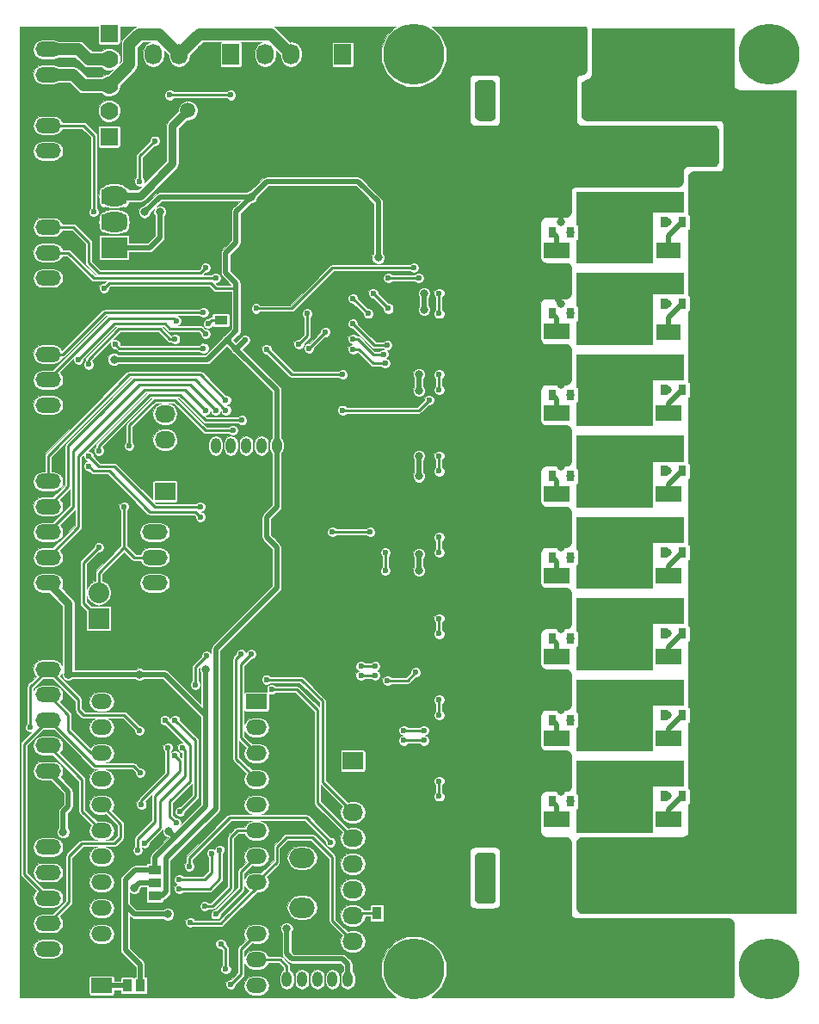
<source format=gbr>
G04 #@! TF.FileFunction,Copper,L2,Bot,Signal*
%FSLAX46Y46*%
G04 Gerber Fmt 4.6, Leading zero omitted, Abs format (unit mm)*
G04 Created by KiCad (PCBNEW 4.0.6) date 08/07/17 13:50:18*
%MOMM*%
%LPD*%
G01*
G04 APERTURE LIST*
%ADD10C,0.100000*%
%ADD11O,2.500000X1.500000*%
%ADD12O,1.000000X1.524000*%
%ADD13R,1.300000X1.300000*%
%ADD14C,1.300000*%
%ADD15R,0.800000X1.000000*%
%ADD16R,2.499360X1.501140*%
%ADD17R,7.000240X7.000240*%
%ADD18R,2.400000X1.500000*%
%ADD19R,0.965200X1.270000*%
%ADD20R,2.032000X1.727200*%
%ADD21O,2.032000X1.727200*%
%ADD22O,2.499360X1.998980*%
%ADD23R,1.727200X2.032000*%
%ADD24O,1.727200X2.032000*%
%ADD25R,1.270000X0.965200*%
%ADD26R,2.600000X2.000000*%
%ADD27O,2.600000X2.000000*%
%ADD28R,2.032000X1.500000*%
%ADD29O,2.032000X1.500000*%
%ADD30R,2.032000X2.032000*%
%ADD31O,2.032000X2.032000*%
%ADD32C,1.770000*%
%ADD33R,1.770000X1.770000*%
%ADD34C,6.000000*%
%ADD35C,0.600000*%
%ADD36C,0.800000*%
%ADD37C,1.500000*%
%ADD38C,0.250000*%
%ADD39C,0.500000*%
%ADD40C,0.800000*%
%ADD41C,1.200000*%
%ADD42C,0.026000*%
G04 APERTURE END LIST*
D10*
D11*
X3000000Y-2500000D03*
X3000000Y-5000000D03*
D12*
X34000000Y-94000000D03*
X32500000Y-94000000D03*
X31000000Y-94000000D03*
X29500000Y-94000000D03*
X28000000Y-94000000D03*
X26500000Y-94000000D03*
D13*
X67000000Y-7000000D03*
D14*
X67000000Y-12000000D03*
D12*
X27000000Y-41500000D03*
X25500000Y-41500000D03*
X24000000Y-41500000D03*
X22500000Y-41500000D03*
X21000000Y-41500000D03*
X19500000Y-41500000D03*
D15*
X65400000Y-19500000D03*
X63600000Y-19500000D03*
X52600000Y-20500000D03*
X54400000Y-20500000D03*
X65400000Y-27500000D03*
X63600000Y-27500000D03*
X52600000Y-28500000D03*
X54400000Y-28500000D03*
X65400000Y-36000000D03*
X63600000Y-36000000D03*
X52600000Y-36500000D03*
X54400000Y-36500000D03*
X65400000Y-44000000D03*
X63600000Y-44000000D03*
X52600000Y-44500000D03*
X54400000Y-44500000D03*
X65400000Y-52000000D03*
X63600000Y-52000000D03*
X52600000Y-52500000D03*
X54400000Y-52500000D03*
X65400000Y-60000000D03*
X63600000Y-60000000D03*
X52600000Y-60500000D03*
X54400000Y-60500000D03*
D16*
X53050680Y-22275840D03*
X53050680Y-17724160D03*
D17*
X58949320Y-20000000D03*
D16*
X53050680Y-30275840D03*
X53050680Y-25724160D03*
D17*
X58949320Y-28000000D03*
D16*
X64050680Y-38275840D03*
X64050680Y-33724160D03*
D17*
X69949320Y-36000000D03*
D16*
X53050680Y-38275840D03*
X53050680Y-33724160D03*
D17*
X58949320Y-36000000D03*
D16*
X64050680Y-46275840D03*
X64050680Y-41724160D03*
D17*
X69949320Y-44000000D03*
D16*
X53050680Y-46275840D03*
X53050680Y-41724160D03*
D17*
X58949320Y-44000000D03*
D16*
X64050680Y-54275840D03*
X64050680Y-49724160D03*
D17*
X69949320Y-52000000D03*
D16*
X53050680Y-54275840D03*
X53050680Y-49724160D03*
D17*
X58949320Y-52000000D03*
D16*
X64050680Y-62275840D03*
X64050680Y-57724160D03*
D17*
X69949320Y-60000000D03*
D16*
X53050680Y-62275840D03*
X53050680Y-57724160D03*
D17*
X58949320Y-60000000D03*
D16*
X64050680Y-70275840D03*
X64050680Y-65724160D03*
D17*
X69949320Y-68000000D03*
D16*
X53050680Y-70275840D03*
X53050680Y-65724160D03*
D17*
X58949320Y-68000000D03*
D16*
X64050680Y-78275840D03*
X64050680Y-73724160D03*
D17*
X69949320Y-76000000D03*
D16*
X53050680Y-78275840D03*
X53050680Y-73724160D03*
D17*
X58949320Y-76000000D03*
D15*
X65400000Y-68000000D03*
X63600000Y-68000000D03*
X52600000Y-68500000D03*
X54400000Y-68500000D03*
X65400000Y-76000000D03*
X63600000Y-76000000D03*
X52600000Y-76500000D03*
X54400000Y-76500000D03*
D18*
X64050000Y-22300000D03*
X64050000Y-17700000D03*
D17*
X69949320Y-20000000D03*
D18*
X64050000Y-30300000D03*
X64050000Y-25700000D03*
D17*
X69949320Y-28000000D03*
D19*
X35365000Y-87500000D03*
X36635000Y-87500000D03*
D20*
X33000000Y-72500000D03*
D21*
X33000000Y-75040000D03*
X33000000Y-77580000D03*
X33000000Y-80120000D03*
X33000000Y-82660000D03*
X33000000Y-85200000D03*
X33000000Y-87740000D03*
X33000000Y-90280000D03*
D22*
X28000000Y-86940940D03*
X28000000Y-82059060D03*
D20*
X14500000Y-46000000D03*
D21*
X14500000Y-43460000D03*
X14500000Y-40920000D03*
X14500000Y-38380000D03*
D13*
X67000000Y-84000000D03*
D14*
X67000000Y-89000000D03*
D13*
X46000000Y-7000000D03*
D14*
X46000000Y-12000000D03*
D13*
X46000000Y-84000000D03*
D14*
X46000000Y-89000000D03*
D13*
X56500000Y-84000000D03*
D14*
X56500000Y-89000000D03*
D13*
X56500000Y-7000000D03*
D14*
X56500000Y-12000000D03*
D23*
X21000000Y-3000000D03*
D24*
X18460000Y-3000000D03*
X15920000Y-3000000D03*
X13380000Y-3000000D03*
D23*
X32000000Y-3000000D03*
D24*
X29460000Y-3000000D03*
X26920000Y-3000000D03*
X24380000Y-3000000D03*
D25*
X13500000Y-83230000D03*
X13500000Y-84500000D03*
X13500000Y-85770000D03*
D26*
X9500000Y-22000000D03*
D27*
X9500000Y-19460000D03*
X9500000Y-16920000D03*
X9500000Y-14380000D03*
D19*
X10810000Y-94615000D03*
X12080000Y-94615000D03*
D28*
X8270000Y-94615000D03*
D29*
X8270000Y-92075000D03*
X8270000Y-89535000D03*
X8270000Y-86995000D03*
X8270000Y-84455000D03*
X8270000Y-81915000D03*
X8270000Y-79375000D03*
X8270000Y-76835000D03*
X8270000Y-74295000D03*
X8270000Y-71755000D03*
X8270000Y-69215000D03*
X8270000Y-66675000D03*
D28*
X23510000Y-66675000D03*
D29*
X23510000Y-69215000D03*
X23510000Y-71755000D03*
X23510000Y-74295000D03*
X23510000Y-76835000D03*
X23510000Y-79375000D03*
X23510000Y-81915000D03*
X23510000Y-84455000D03*
X23510000Y-86995000D03*
X23510000Y-89535000D03*
X23510000Y-92075000D03*
X23510000Y-94615000D03*
D30*
X8000000Y-58500000D03*
D31*
X8000000Y-55960000D03*
D11*
X13500000Y-50000000D03*
X13500000Y-52500000D03*
X13500000Y-55000000D03*
X13500000Y-57500000D03*
D32*
X9000000Y-3460000D03*
X9000000Y-6000000D03*
X9000000Y-8540000D03*
D33*
X9000000Y-11080000D03*
X9000000Y-920000D03*
D11*
X3000000Y-10000000D03*
X3000000Y-12500000D03*
X3000000Y-15000000D03*
X3000000Y-45000000D03*
X3000000Y-47500000D03*
X3000000Y-50000000D03*
X3000000Y-52500000D03*
X3000000Y-55000000D03*
X3000000Y-57500000D03*
X3000000Y-63500000D03*
X3000000Y-66000000D03*
X3000000Y-68500000D03*
X3000000Y-71000000D03*
X3000000Y-73500000D03*
X3000000Y-76000000D03*
X3000000Y-81000000D03*
X3000000Y-83500000D03*
X3000000Y-86000000D03*
X3000000Y-88500000D03*
X3000000Y-91000000D03*
X3000000Y-93500000D03*
X3000000Y-20000000D03*
X3000000Y-22500000D03*
X3000000Y-25000000D03*
X3000000Y-27500000D03*
X3000000Y-32500000D03*
X3000000Y-35000000D03*
X3000000Y-37500000D03*
X3000000Y-40000000D03*
D25*
X20000000Y-29135000D03*
X20000000Y-27865000D03*
D34*
X74000000Y-3000000D03*
X74000000Y-93000000D03*
X39000000Y-93000000D03*
X39000000Y-3000000D03*
D35*
X13000000Y-26500000D03*
X17500000Y-41000000D03*
X16800000Y-63000000D03*
X40500000Y-71500000D03*
X20500000Y-71500000D03*
X41000000Y-15500000D03*
X41000000Y-20500000D03*
X41000000Y-9500000D03*
X41000000Y-13500000D03*
X40000000Y-24000000D03*
D36*
X33200000Y-55600000D03*
X36500000Y-55600000D03*
D35*
X8500000Y-14000000D03*
X10500000Y-14000000D03*
X10500000Y-15000000D03*
X8500000Y-15000000D03*
X19500000Y-8500000D03*
X23500000Y-8500000D03*
X10500000Y-9500000D03*
X10500000Y-7000000D03*
X12500000Y-5000000D03*
X7500000Y-500000D03*
X500000Y-500000D03*
X500000Y-13000000D03*
X6500000Y-50000000D03*
X9500000Y-51500000D03*
X5000000Y-52000000D03*
X5500000Y-56000000D03*
X7000000Y-47500000D03*
X31000000Y-77000000D03*
X25000000Y-80500000D03*
X26500000Y-79000000D03*
X24500000Y-37500000D03*
X19000000Y-34000000D03*
X22000000Y-34000000D03*
X41000000Y-81500000D03*
X41000000Y-90000000D03*
X40500000Y-74500000D03*
X41000000Y-77000000D03*
X40500000Y-66500000D03*
X40500000Y-53500000D03*
X40500000Y-59000000D03*
X40500000Y-42500000D03*
X40500000Y-39000000D03*
X40500000Y-51000000D03*
X40500000Y-44000000D03*
X40500000Y-61000000D03*
X40500000Y-33500000D03*
X38500000Y-39000000D03*
X38500000Y-34500000D03*
X38500000Y-36000000D03*
X40500000Y-30500000D03*
X31000000Y-68000000D03*
D36*
X37000000Y-40000000D03*
X32000000Y-41500000D03*
D35*
X27000000Y-49000000D03*
D36*
X31500000Y-51500000D03*
X9500000Y-34500000D03*
X11000000Y-43500000D03*
D35*
X15500000Y-5500000D03*
D37*
X16750000Y-12750000D03*
D36*
X15500000Y-83185000D03*
D35*
X12000000Y-75000000D03*
X12000000Y-68000000D03*
X12000000Y-71500000D03*
D37*
X29000000Y-7000000D03*
X28000000Y-84500000D03*
D36*
X12080000Y-90170000D03*
X26500000Y-17000000D03*
X23000000Y-30000000D03*
X53000000Y-3000000D03*
X52000000Y-3000000D03*
X51000000Y-3000000D03*
X50000000Y-3000000D03*
X49000000Y-3000000D03*
X48000000Y-3000000D03*
X47000000Y-3000000D03*
X46000000Y-3000000D03*
X45000000Y-3000000D03*
X44000000Y-3000000D03*
X43000000Y-3000000D03*
X43000000Y-4000000D03*
X44000000Y-4000000D03*
X45000000Y-4000000D03*
X46000000Y-4000000D03*
X47000000Y-4000000D03*
X48000000Y-4000000D03*
X54000000Y-4000000D03*
X55000000Y-4000000D03*
X55000000Y-3000000D03*
X55000000Y-2000000D03*
X55000000Y-1000000D03*
X54000000Y-1000000D03*
X53000000Y-1000000D03*
X52000000Y-1000000D03*
X51000000Y-1000000D03*
X50000000Y-1000000D03*
X49000000Y-1000000D03*
X48000000Y-1000000D03*
X47000000Y-1000000D03*
X46000000Y-1000000D03*
X45000000Y-1000000D03*
X44000000Y-1000000D03*
X43000000Y-1000000D03*
X54000000Y-3000000D03*
X54000000Y-2000000D03*
X53000000Y-2000000D03*
X52000000Y-2000000D03*
X51000000Y-2000000D03*
X50000000Y-2000000D03*
X49000000Y-2000000D03*
X48000000Y-2000000D03*
X47000000Y-2000000D03*
X46000000Y-2000000D03*
X45000000Y-2000000D03*
X44000000Y-2000000D03*
X43000000Y-2000000D03*
X53000000Y-4000000D03*
X52000000Y-4000000D03*
X51000000Y-4000000D03*
X50000000Y-4000000D03*
X49000000Y-4000000D03*
X53600000Y-72000000D03*
X53600000Y-64000000D03*
X53600000Y-56000000D03*
X53600000Y-48000000D03*
X53600000Y-40000000D03*
X53600000Y-32000000D03*
X53600000Y-24000000D03*
X50500000Y-80000000D03*
X53500000Y-75500000D03*
X53500000Y-67500000D03*
X53500000Y-59500000D03*
X53500000Y-51500000D03*
X53500000Y-43500000D03*
X53500000Y-35500000D03*
X53500000Y-27500000D03*
X53500000Y-19500000D03*
D35*
X39000000Y-24000000D03*
X23500000Y-28000000D03*
X8500000Y-16500000D03*
X8500000Y-17500000D03*
X10500000Y-17500000D03*
X10500000Y-16500000D03*
D37*
X16750000Y-8500000D03*
D35*
X22400000Y-31100000D03*
D36*
X40000000Y-28100000D03*
X40000000Y-26500000D03*
X9500000Y-33000000D03*
D35*
X12000000Y-15500000D03*
X13500000Y-11500000D03*
X8500000Y-26000000D03*
D36*
X12500000Y-18500000D03*
X35500000Y-23000000D03*
X23000000Y-17000000D03*
D35*
X21500000Y-30200000D03*
D36*
X39500000Y-52200000D03*
X39500000Y-53800000D03*
X39500000Y-42500000D03*
X39500000Y-36100000D03*
X39500000Y-34500000D03*
X39500000Y-44500000D03*
D35*
X20600000Y-31100000D03*
X21500000Y-32000000D03*
X18500000Y-71500000D03*
D36*
X12000000Y-64000000D03*
X18500000Y-63500000D03*
D35*
X20500000Y-93000000D03*
X20000000Y-90500000D03*
D36*
X26500000Y-89000000D03*
X4500000Y-79500000D03*
X5000000Y-64000000D03*
X14800000Y-87600000D03*
X14900000Y-79400000D03*
X62000000Y-19000000D03*
X60000000Y-18000000D03*
X61000000Y-18000000D03*
X62000000Y-18000000D03*
X59000000Y-18000000D03*
X58000000Y-18000000D03*
X57000000Y-18000000D03*
X56000000Y-21000000D03*
X57000000Y-21000000D03*
X58000000Y-21000000D03*
X59000000Y-21000000D03*
X60000000Y-21000000D03*
X61000000Y-21000000D03*
X62000000Y-21000000D03*
X62000000Y-20000000D03*
X61000000Y-20000000D03*
X60000000Y-20000000D03*
X59000000Y-20000000D03*
X58000000Y-20000000D03*
X57000000Y-20000000D03*
X56000000Y-20000000D03*
X56000000Y-19000000D03*
X57000000Y-19000000D03*
X58000000Y-19000000D03*
X59000000Y-19000000D03*
X60000000Y-19000000D03*
X61000000Y-19000000D03*
X56000000Y-23000000D03*
X57000000Y-23000000D03*
X58000000Y-23000000D03*
X59000000Y-23000000D03*
X60000000Y-23000000D03*
X61000000Y-23000000D03*
X62000000Y-23000000D03*
X62000000Y-22000000D03*
X61000000Y-22000000D03*
X60000000Y-22000000D03*
X59000000Y-22000000D03*
X58000000Y-22000000D03*
X57000000Y-22000000D03*
X56000000Y-22000000D03*
X65000000Y-18000000D03*
X56000000Y-28000000D03*
X58000000Y-27000000D03*
X57000000Y-27000000D03*
X56000000Y-27000000D03*
X59000000Y-27000000D03*
X60000000Y-27000000D03*
X61000000Y-27000000D03*
X62000000Y-27000000D03*
X62000000Y-26000000D03*
X61000000Y-26000000D03*
X60000000Y-26000000D03*
X59000000Y-26000000D03*
X58000000Y-26000000D03*
X57000000Y-26000000D03*
X58000000Y-29000000D03*
X57000000Y-29000000D03*
X56000000Y-29000000D03*
X59000000Y-29000000D03*
X60000000Y-29000000D03*
X61000000Y-29000000D03*
X62000000Y-29000000D03*
X62000000Y-28000000D03*
X61000000Y-28000000D03*
X60000000Y-28000000D03*
X59000000Y-28000000D03*
X58000000Y-28000000D03*
X57000000Y-28000000D03*
X56000000Y-31000000D03*
X57000000Y-31000000D03*
X58000000Y-31000000D03*
X59000000Y-31000000D03*
X60000000Y-31000000D03*
X61000000Y-31000000D03*
X62000000Y-31000000D03*
X62000000Y-30000000D03*
X61000000Y-30000000D03*
X60000000Y-30000000D03*
X59000000Y-30000000D03*
X58000000Y-30000000D03*
X57000000Y-30000000D03*
X56000000Y-30000000D03*
X65000000Y-25500000D03*
X64000000Y-19500000D03*
X54400000Y-20500000D03*
X64000000Y-27500000D03*
X54400000Y-28500000D03*
X46500000Y-9000000D03*
X45500000Y-9000000D03*
X46500000Y-8000000D03*
X45500000Y-8000000D03*
X46500000Y-6000000D03*
X45500000Y-6000000D03*
X58000000Y-3000000D03*
X58000000Y-2000000D03*
X59000000Y-2000000D03*
X60000000Y-2000000D03*
X61000000Y-2000000D03*
X62000000Y-2000000D03*
X63000000Y-2000000D03*
X63000000Y-3000000D03*
X64000000Y-3000000D03*
X65000000Y-3000000D03*
X66000000Y-3000000D03*
X66000000Y-4000000D03*
X67000000Y-4000000D03*
X67000000Y-3000000D03*
X67000000Y-2000000D03*
X66000000Y-2000000D03*
X58000000Y-4000000D03*
X64000000Y-2000000D03*
X65000000Y-2000000D03*
X59000000Y-4000000D03*
X65000000Y-4000000D03*
X64000000Y-4000000D03*
X63000000Y-4000000D03*
X62000000Y-4000000D03*
X61000000Y-4000000D03*
X60000000Y-4000000D03*
X67000000Y-1000000D03*
X66000000Y-1000000D03*
X65000000Y-1000000D03*
X64000000Y-1000000D03*
X63000000Y-1000000D03*
X62000000Y-1000000D03*
X61000000Y-1000000D03*
X60000000Y-1000000D03*
X59000000Y-1000000D03*
X58000000Y-1000000D03*
X57000000Y-1000000D03*
X57000000Y-2000000D03*
X57000000Y-3000000D03*
X57000000Y-4000000D03*
X68000000Y-1000000D03*
X68000000Y-2000000D03*
X68000000Y-3000000D03*
X68000000Y-4000000D03*
X69000000Y-4000000D03*
X69000000Y-3000000D03*
X69000000Y-2000000D03*
X69000000Y-1000000D03*
X70000000Y-1000000D03*
X70000000Y-2000000D03*
X70000000Y-3000000D03*
X70000000Y-4000000D03*
X62000000Y-3000000D03*
X61000000Y-3000000D03*
X60000000Y-3000000D03*
X59000000Y-3000000D03*
D35*
X45500000Y-86000000D03*
X46500000Y-86000000D03*
X46500000Y-85000000D03*
X45500000Y-85000000D03*
X45500000Y-82000000D03*
X46500000Y-82000000D03*
X46500000Y-83000000D03*
X45500000Y-83000000D03*
D36*
X68000000Y-24000000D03*
X68000000Y-32000000D03*
X68000000Y-40000000D03*
X68000000Y-48000000D03*
X68000000Y-56000000D03*
X68000000Y-64000000D03*
X68000000Y-72000000D03*
X68000000Y-80000000D03*
X68000000Y-15000000D03*
X76000000Y-85000000D03*
X76000000Y-10000000D03*
X76000000Y-15000000D03*
X76000000Y-20000000D03*
X76000000Y-25000000D03*
X76000000Y-30000000D03*
X76000000Y-35000000D03*
X76000000Y-40000000D03*
X76000000Y-45000000D03*
X76000000Y-50000000D03*
X76000000Y-55000000D03*
X76000000Y-60000000D03*
X76000000Y-65000000D03*
X76000000Y-70000000D03*
X76000000Y-75000000D03*
X76000000Y-80000000D03*
X56000000Y-36000000D03*
X58000000Y-35000000D03*
X57000000Y-35000000D03*
X56000000Y-35000000D03*
X59000000Y-35000000D03*
X60000000Y-35000000D03*
X61000000Y-35000000D03*
X62000000Y-35000000D03*
X62000000Y-34000000D03*
X61000000Y-34000000D03*
X60000000Y-34000000D03*
X59000000Y-34000000D03*
X58000000Y-34000000D03*
X57000000Y-34000000D03*
X58000000Y-37000000D03*
X57000000Y-37000000D03*
X56000000Y-37000000D03*
X59000000Y-37000000D03*
X60000000Y-37000000D03*
X61000000Y-37000000D03*
X62000000Y-37000000D03*
X62000000Y-36000000D03*
X61000000Y-36000000D03*
X60000000Y-36000000D03*
X59000000Y-36000000D03*
X58000000Y-36000000D03*
X57000000Y-36000000D03*
X56000000Y-39000000D03*
X57000000Y-39000000D03*
X58000000Y-39000000D03*
X59000000Y-39000000D03*
X60000000Y-39000000D03*
X61000000Y-39000000D03*
X62000000Y-39000000D03*
X62000000Y-38000000D03*
X61000000Y-38000000D03*
X60000000Y-38000000D03*
X59000000Y-38000000D03*
X58000000Y-38000000D03*
X57000000Y-38000000D03*
X56000000Y-38000000D03*
X65000000Y-33500000D03*
X62000000Y-43000000D03*
X62000000Y-42000000D03*
X61000000Y-42000000D03*
X60000000Y-42000000D03*
X59000000Y-42000000D03*
X58000000Y-42000000D03*
X57000000Y-42000000D03*
X59000000Y-43000000D03*
X56000000Y-47000000D03*
X57000000Y-47000000D03*
X58000000Y-47000000D03*
X59000000Y-47000000D03*
X60000000Y-47000000D03*
X61000000Y-47000000D03*
X62000000Y-47000000D03*
X62000000Y-46000000D03*
X61000000Y-46000000D03*
X60000000Y-46000000D03*
X59000000Y-46000000D03*
X58000000Y-46000000D03*
X57000000Y-46000000D03*
X56000000Y-46000000D03*
X56000000Y-45000000D03*
X57000000Y-45000000D03*
X58000000Y-45000000D03*
X59000000Y-45000000D03*
X60000000Y-45000000D03*
X61000000Y-45000000D03*
X62000000Y-45000000D03*
X62000000Y-44000000D03*
X61000000Y-44000000D03*
X60000000Y-44000000D03*
X59000000Y-44000000D03*
X58000000Y-44000000D03*
X57000000Y-44000000D03*
X56000000Y-44000000D03*
X56000000Y-43000000D03*
X57000000Y-43000000D03*
X58000000Y-43000000D03*
X60000000Y-43000000D03*
X61000000Y-43000000D03*
X65000000Y-41500000D03*
X57000000Y-52000000D03*
X56000000Y-52000000D03*
X56000000Y-51000000D03*
X57000000Y-51000000D03*
X58000000Y-51000000D03*
X59000000Y-51000000D03*
X60000000Y-51000000D03*
X61000000Y-51000000D03*
X62000000Y-51000000D03*
X62000000Y-50000000D03*
X61000000Y-50000000D03*
X60000000Y-50000000D03*
X59000000Y-50000000D03*
X58000000Y-50000000D03*
X57000000Y-50000000D03*
X56000000Y-53000000D03*
X57000000Y-53000000D03*
X58000000Y-53000000D03*
X59000000Y-53000000D03*
X60000000Y-53000000D03*
X61000000Y-53000000D03*
X62000000Y-53000000D03*
X62000000Y-52000000D03*
X61000000Y-52000000D03*
X60000000Y-52000000D03*
X59000000Y-52000000D03*
X58000000Y-52000000D03*
X56000000Y-55000000D03*
X57000000Y-55000000D03*
X58000000Y-55000000D03*
X59000000Y-55000000D03*
X60000000Y-55000000D03*
X61000000Y-55000000D03*
X62000000Y-55000000D03*
X62000000Y-54000000D03*
X61000000Y-54000000D03*
X60000000Y-54000000D03*
X59000000Y-54000000D03*
X58000000Y-54000000D03*
X57000000Y-54000000D03*
X56000000Y-54000000D03*
X65000000Y-49500000D03*
X60000000Y-62000000D03*
X59000000Y-62000000D03*
X58000000Y-62000000D03*
X57000000Y-62000000D03*
X56000000Y-62000000D03*
X56000000Y-61000000D03*
X57000000Y-61000000D03*
X58000000Y-61000000D03*
X59000000Y-61000000D03*
X60000000Y-61000000D03*
X61000000Y-61000000D03*
X62000000Y-61000000D03*
X62000000Y-60000000D03*
X61000000Y-60000000D03*
X60000000Y-60000000D03*
X59000000Y-60000000D03*
X58000000Y-60000000D03*
X57000000Y-60000000D03*
X56000000Y-60000000D03*
X56000000Y-59000000D03*
X57000000Y-59000000D03*
X58000000Y-59000000D03*
X59000000Y-59000000D03*
X60000000Y-59000000D03*
X61000000Y-59000000D03*
X62000000Y-59000000D03*
X62000000Y-58000000D03*
X61000000Y-58000000D03*
X60000000Y-58000000D03*
X59000000Y-58000000D03*
X58000000Y-58000000D03*
X57000000Y-58000000D03*
X56000000Y-63000000D03*
X57000000Y-63000000D03*
X58000000Y-63000000D03*
X59000000Y-63000000D03*
X60000000Y-63000000D03*
X61000000Y-63000000D03*
X62000000Y-63000000D03*
X62000000Y-62000000D03*
X61000000Y-62000000D03*
X65000000Y-57500000D03*
X64000000Y-36000000D03*
X54400000Y-36500000D03*
X64000000Y-44000000D03*
X54400000Y-44500000D03*
X64000000Y-52000000D03*
X54400000Y-52500000D03*
X64000000Y-60000000D03*
X54400000Y-60500000D03*
X62000000Y-68000000D03*
X61000000Y-68000000D03*
X60000000Y-68000000D03*
X59000000Y-68000000D03*
X58000000Y-68000000D03*
X57000000Y-68000000D03*
X56000000Y-68000000D03*
X56000000Y-67000000D03*
X57000000Y-67000000D03*
X58000000Y-67000000D03*
X59000000Y-67000000D03*
X60000000Y-67000000D03*
X61000000Y-67000000D03*
X62000000Y-67000000D03*
X62000000Y-66000000D03*
X61000000Y-66000000D03*
X60000000Y-66000000D03*
X59000000Y-66000000D03*
X58000000Y-66000000D03*
X57000000Y-66000000D03*
X56000000Y-71000000D03*
X57000000Y-71000000D03*
X58000000Y-71000000D03*
X59000000Y-71000000D03*
X60000000Y-71000000D03*
X61000000Y-71000000D03*
X62000000Y-71000000D03*
X62000000Y-70000000D03*
X61000000Y-70000000D03*
X60000000Y-70000000D03*
X59000000Y-70000000D03*
X58000000Y-70000000D03*
X57000000Y-70000000D03*
X56000000Y-70000000D03*
X56000000Y-69000000D03*
X57000000Y-69000000D03*
X58000000Y-69000000D03*
X59000000Y-69000000D03*
X60000000Y-69000000D03*
X61000000Y-69000000D03*
X62000000Y-69000000D03*
X65000000Y-65500000D03*
X62000000Y-76000000D03*
X61000000Y-76000000D03*
X60000000Y-76000000D03*
X59000000Y-76000000D03*
X58000000Y-76000000D03*
X57000000Y-76000000D03*
X56000000Y-76000000D03*
X56000000Y-75000000D03*
X57000000Y-75000000D03*
X58000000Y-75000000D03*
X59000000Y-75000000D03*
X60000000Y-75000000D03*
X61000000Y-75000000D03*
X62000000Y-75000000D03*
X62000000Y-74000000D03*
X61000000Y-74000000D03*
X60000000Y-74000000D03*
X59000000Y-74000000D03*
X58000000Y-74000000D03*
X57000000Y-74000000D03*
X59000000Y-79000000D03*
X60000000Y-79000000D03*
X61000000Y-79000000D03*
X62000000Y-79000000D03*
X62000000Y-78000000D03*
X61000000Y-78000000D03*
X60000000Y-78000000D03*
X59000000Y-78000000D03*
X58000000Y-78000000D03*
X57000000Y-78000000D03*
X56000000Y-78000000D03*
X56000000Y-77000000D03*
X57000000Y-77000000D03*
X58000000Y-77000000D03*
X59000000Y-77000000D03*
X60000000Y-77000000D03*
X61000000Y-77000000D03*
X62000000Y-77000000D03*
X56000000Y-79000000D03*
X57000000Y-79000000D03*
X58000000Y-79000000D03*
X65000000Y-73500000D03*
X64000000Y-68000000D03*
X54400000Y-68500000D03*
X64000000Y-76000000D03*
X54400000Y-76500000D03*
D35*
X15500000Y-72000000D03*
X11800000Y-81300000D03*
X25000000Y-65500000D03*
X24500000Y-64500000D03*
X16200000Y-71200000D03*
X12500000Y-80600000D03*
X21000000Y-94500000D03*
X14500000Y-68500000D03*
X19100000Y-81600000D03*
X15600000Y-78600000D03*
X15900000Y-84200000D03*
X16000000Y-77500000D03*
X15900000Y-85100000D03*
X19900000Y-81300000D03*
X15500000Y-68500000D03*
X30800000Y-80500000D03*
X16900000Y-82900000D03*
X12000000Y-69500000D03*
X1270000Y-69215000D03*
X12065000Y-73660000D03*
X35200000Y-63200000D03*
X33800000Y-63200000D03*
X36400000Y-64600000D03*
X39200000Y-63800000D03*
X40000000Y-69500000D03*
X38000000Y-69500000D03*
X39500000Y-25000000D03*
X36500000Y-25000000D03*
X33000000Y-32000000D03*
X36200000Y-33400000D03*
X21000000Y-7000000D03*
X15000000Y-7000000D03*
X17500000Y-65000000D03*
X18600000Y-62200000D03*
X40000000Y-70500000D03*
X38000000Y-70500000D03*
X12200000Y-76800000D03*
X14800000Y-71200000D03*
X40500000Y-37000000D03*
X32000000Y-38000000D03*
X41500000Y-76000000D03*
X41500000Y-74500000D03*
X41500000Y-68000000D03*
X41500000Y-66500000D03*
X41500000Y-60000000D03*
X41500000Y-58500000D03*
X41500000Y-52000000D03*
X41500000Y-50500000D03*
X41500000Y-44000000D03*
X41500000Y-42500000D03*
X41500000Y-36000000D03*
X41500000Y-34500000D03*
X41500000Y-28500000D03*
X41500000Y-26500000D03*
X33000000Y-31000000D03*
X36000000Y-32500000D03*
X36200000Y-52000000D03*
X36200000Y-53800000D03*
X35000000Y-26500000D03*
X36500000Y-28000000D03*
X28500000Y-28500000D03*
X27700000Y-31500000D03*
X33000000Y-29500000D03*
X36400000Y-31600000D03*
X30300000Y-30300000D03*
X28700000Y-31900000D03*
X35200000Y-64100000D03*
X33800000Y-64100000D03*
X34500000Y-28500000D03*
X33000000Y-27000000D03*
X31000000Y-50000000D03*
X34700000Y-50000000D03*
X18400000Y-86800000D03*
X24500000Y-32000000D03*
X32000000Y-34500000D03*
X19500000Y-87600000D03*
X16999592Y-88400000D03*
X8500000Y-19000000D03*
X10500000Y-19000000D03*
X10500000Y-20000000D03*
X8500000Y-20000000D03*
X8500000Y-21500000D03*
X10500000Y-21500000D03*
X10500000Y-22500000D03*
X8500000Y-22500000D03*
D36*
X14000000Y-18500000D03*
X11500000Y-85000000D03*
D35*
X7500000Y-18500000D03*
X8000000Y-51500000D03*
X10500000Y-47500000D03*
X22100000Y-39000000D03*
X8000000Y-42000000D03*
X21200000Y-40000000D03*
X11000000Y-41500000D03*
X18500000Y-38000000D03*
X19500000Y-38000000D03*
X20500000Y-38000000D03*
X20500000Y-37000000D03*
X19500000Y-25000000D03*
X18500000Y-24000000D03*
X18300000Y-28400000D03*
X15600000Y-29200000D03*
X23000000Y-62000000D03*
X22000000Y-62000000D03*
X7000000Y-33500000D03*
X15500000Y-31000000D03*
X7000000Y-42500000D03*
X18000000Y-47500000D03*
X18000000Y-48500000D03*
X7000000Y-43500000D03*
X6000000Y-33000000D03*
X18500000Y-30500000D03*
X9600000Y-31500000D03*
X18300000Y-31900000D03*
X18750000Y-29500000D03*
D38*
X20000000Y-27865000D02*
X20000000Y-27000000D01*
X19500000Y-26500000D02*
X13000000Y-26500000D01*
X20000000Y-27000000D02*
X19500000Y-26500000D01*
X14500000Y-43460000D02*
X16540000Y-43460000D01*
X17500000Y-42500000D02*
X17500000Y-41000000D01*
X16540000Y-43460000D02*
X17500000Y-42500000D01*
X13500000Y-57500000D02*
X16800000Y-60800000D01*
X16800000Y-60800000D02*
X16800000Y-63000000D01*
X41500000Y-69500000D02*
X41500000Y-70500000D01*
X41500000Y-70500000D02*
X40500000Y-71500000D01*
D39*
X27000000Y-55500000D02*
X20500000Y-62000000D01*
X20500000Y-68000000D02*
X20500000Y-62000000D01*
X20500000Y-68000000D02*
X20500000Y-71500000D01*
D38*
X41000000Y-20500000D02*
X40000000Y-21500000D01*
X41000000Y-9500000D02*
X41000000Y-13500000D01*
X41000000Y-13500000D02*
X41000000Y-15500000D01*
X40000000Y-21500000D02*
X40000000Y-24000000D01*
D39*
X36500000Y-55600000D02*
X33200000Y-55600000D01*
D38*
X8500000Y-14000000D02*
X10500000Y-14000000D01*
X10500000Y-15000000D02*
X8500000Y-15000000D01*
X22500000Y-9000000D02*
X23000000Y-9000000D01*
X23000000Y-9000000D02*
X23500000Y-8500000D01*
X15500000Y-5500000D02*
X13000000Y-5500000D01*
X10500000Y-7000000D02*
X10500000Y-9500000D01*
X13000000Y-5500000D02*
X12500000Y-5000000D01*
X3000000Y-15000000D02*
X2500000Y-15000000D01*
X2500000Y-15000000D02*
X500000Y-13000000D01*
X500000Y-500000D02*
X7500000Y-500000D01*
X6500000Y-50000000D02*
X8000000Y-50000000D01*
X8000000Y-50000000D02*
X9500000Y-51500000D01*
X6500000Y-50000000D02*
X7000000Y-49500000D01*
X5000000Y-51500000D02*
X6500000Y-50000000D01*
X5000000Y-55500000D02*
X5000000Y-52000000D01*
X5500000Y-56000000D02*
X5000000Y-55500000D01*
X5000000Y-52000000D02*
X5000000Y-51500000D01*
X7000000Y-49500000D02*
X7000000Y-47500000D01*
X26500000Y-79000000D02*
X25000000Y-80500000D01*
X22000000Y-34000000D02*
X19000000Y-34000000D01*
X41000000Y-77000000D02*
X41000000Y-81500000D01*
X40500000Y-74500000D02*
X40500000Y-76500000D01*
X40500000Y-76500000D02*
X41000000Y-77000000D01*
X40500000Y-68500000D02*
X41500000Y-69500000D01*
X40500000Y-66500000D02*
X40500000Y-68500000D01*
X40500000Y-59000000D02*
X40500000Y-61000000D01*
X40500000Y-42500000D02*
X40500000Y-44000000D01*
X38500000Y-39000000D02*
X40500000Y-39000000D01*
X40500000Y-42500000D02*
X40500000Y-39000000D01*
X40500000Y-51000000D02*
X40500000Y-53500000D01*
X38500000Y-34000000D02*
X39000000Y-33500000D01*
X39000000Y-33500000D02*
X40500000Y-33500000D01*
X38500000Y-36000000D02*
X38500000Y-34500000D01*
X38500000Y-34500000D02*
X38500000Y-34000000D01*
X37500000Y-40000000D02*
X38500000Y-39000000D01*
X37500000Y-40000000D02*
X37000000Y-40000000D01*
D39*
X3000000Y-40000000D02*
X4500000Y-40000000D01*
X9500000Y-35000000D02*
X9500000Y-34500000D01*
X4500000Y-40000000D02*
X9500000Y-35000000D01*
X27000000Y-55500000D02*
X27000000Y-62500000D01*
X31000000Y-66500000D02*
X31000000Y-68000000D01*
X27000000Y-62500000D02*
X31000000Y-66500000D01*
X33000000Y-75040000D02*
X31540000Y-75040000D01*
X31540000Y-75040000D02*
X31000000Y-74500000D01*
X31000000Y-74500000D02*
X31000000Y-68000000D01*
X32000000Y-41500000D02*
X35500000Y-41500000D01*
X35500000Y-41500000D02*
X37000000Y-40000000D01*
X32000000Y-41500000D02*
X27000000Y-41500000D01*
X31500000Y-51500000D02*
X28500000Y-51500000D01*
X28500000Y-51500000D02*
X27000000Y-50000000D01*
X27000000Y-55500000D02*
X27000000Y-50000000D01*
X27000000Y-50000000D02*
X27000000Y-49000000D01*
X27000000Y-49000000D02*
X27000000Y-41500000D01*
X11000000Y-43500000D02*
X14460000Y-43500000D01*
X14460000Y-43500000D02*
X14500000Y-43460000D01*
D38*
X15500000Y-5500000D02*
X19000000Y-5500000D01*
D40*
X3000000Y-40000000D02*
X1000000Y-42000000D01*
X1000000Y-42000000D02*
X1000000Y-55500000D01*
X1000000Y-55500000D02*
X3000000Y-57500000D01*
X3000000Y-27500000D02*
X1000000Y-29500000D01*
X1000000Y-29500000D02*
X1000000Y-38000000D01*
X1000000Y-38000000D02*
X3000000Y-40000000D01*
X3000000Y-15000000D02*
X1000000Y-17000000D01*
X1000000Y-25500000D02*
X3000000Y-27500000D01*
X1000000Y-17000000D02*
X1000000Y-25500000D01*
D39*
X23000000Y-30000000D02*
X22500000Y-29500000D01*
X22500000Y-19000000D02*
X24500000Y-17000000D01*
X22500000Y-29500000D02*
X22500000Y-19000000D01*
D40*
X22500000Y-10750000D02*
X22500000Y-9000000D01*
X22500000Y-9000000D02*
X22500000Y-5500000D01*
X16750000Y-12750000D02*
X20500000Y-12750000D01*
X20500000Y-12750000D02*
X22500000Y-10750000D01*
D39*
X27000000Y-41500000D02*
X27000000Y-36000000D01*
X27000000Y-36000000D02*
X23500000Y-32500000D01*
X23500000Y-30500000D02*
X23000000Y-30000000D01*
X23500000Y-30500000D02*
X23500000Y-32500000D01*
X17500000Y-90170000D02*
X18170000Y-89500000D01*
X18170000Y-89500000D02*
X21005000Y-89500000D01*
X23510000Y-86995000D02*
X21005000Y-89500000D01*
X17500000Y-90170000D02*
X12080000Y-90170000D01*
X15500000Y-83185000D02*
X15500000Y-82500000D01*
X20500000Y-77500000D02*
X20500000Y-71500000D01*
X15500000Y-82500000D02*
X20500000Y-77500000D01*
D38*
X13000000Y-72500000D02*
X12000000Y-71500000D01*
X13000000Y-74000000D02*
X13000000Y-72500000D01*
X12000000Y-75000000D02*
X13000000Y-74000000D01*
X12000000Y-68000000D02*
X13000000Y-69000000D01*
X13000000Y-69000000D02*
X13000000Y-70500000D01*
X13000000Y-70500000D02*
X12000000Y-71500000D01*
D41*
X29000000Y-5500000D02*
X29000000Y-7000000D01*
X18460000Y-3000000D02*
X18460000Y-4960000D01*
X18460000Y-4960000D02*
X19000000Y-5500000D01*
X19000000Y-5500000D02*
X22500000Y-5500000D01*
X29460000Y-5040000D02*
X29460000Y-3000000D01*
X29000000Y-5500000D02*
X29460000Y-5040000D01*
X22500000Y-5500000D02*
X29000000Y-5500000D01*
D39*
X36635000Y-87500000D02*
X36635000Y-78675000D01*
X36635000Y-78675000D02*
X33000000Y-75040000D01*
X34000000Y-94000000D02*
X34000000Y-92000000D01*
X36635000Y-89365000D02*
X36635000Y-87500000D01*
X34000000Y-92000000D02*
X36635000Y-89365000D01*
D38*
X23510000Y-86995000D02*
X26005000Y-84500000D01*
X26005000Y-84500000D02*
X28000000Y-84500000D01*
D39*
X26500000Y-17000000D02*
X24500000Y-17000000D01*
X48000000Y-4000000D02*
X48000000Y-10000000D01*
X48000000Y-10000000D02*
X46000000Y-12000000D01*
X53000000Y-3000000D02*
X52000000Y-3000000D01*
X51000000Y-3000000D02*
X50000000Y-3000000D01*
X49000000Y-3000000D02*
X48000000Y-3000000D01*
X47000000Y-3000000D02*
X46000000Y-3000000D01*
X45000000Y-3000000D02*
X44000000Y-3000000D01*
X43000000Y-3000000D02*
X43000000Y-4000000D01*
X44000000Y-4000000D02*
X45000000Y-4000000D01*
X46000000Y-4000000D02*
X47000000Y-4000000D01*
X43000000Y-1000000D02*
X43000000Y-2000000D01*
X54000000Y-4000000D02*
X55000000Y-4000000D01*
X55000000Y-3000000D02*
X55000000Y-2000000D01*
X55000000Y-1000000D02*
X54000000Y-1000000D01*
X53000000Y-1000000D02*
X52000000Y-1000000D01*
X51000000Y-1000000D02*
X50000000Y-1000000D01*
X49000000Y-1000000D02*
X48000000Y-1000000D01*
X47000000Y-1000000D02*
X46000000Y-1000000D01*
X45000000Y-1000000D02*
X44000000Y-1000000D01*
X54000000Y-2000000D02*
X54000000Y-3000000D01*
X52000000Y-2000000D02*
X53000000Y-2000000D01*
X50000000Y-2000000D02*
X51000000Y-2000000D01*
X48000000Y-2000000D02*
X49000000Y-2000000D01*
X46000000Y-2000000D02*
X47000000Y-2000000D01*
X44000000Y-2000000D02*
X45000000Y-2000000D01*
X52000000Y-4000000D02*
X53000000Y-4000000D01*
X50000000Y-4000000D02*
X51000000Y-4000000D01*
X48000000Y-4000000D02*
X49000000Y-4000000D01*
X53050680Y-73724160D02*
X53050680Y-72549320D01*
X53050680Y-72549320D02*
X53600000Y-72000000D01*
X53050680Y-65724160D02*
X53050680Y-64549320D01*
X53050680Y-64549320D02*
X53600000Y-64000000D01*
X53050680Y-57724160D02*
X53050680Y-56549320D01*
X53050680Y-56549320D02*
X53600000Y-56000000D01*
X53050680Y-49724160D02*
X53050680Y-48549320D01*
X53050680Y-48549320D02*
X53600000Y-48000000D01*
X53050680Y-42449320D02*
X53050680Y-40549320D01*
X53050680Y-40549320D02*
X53600000Y-40000000D01*
X53050680Y-42449320D02*
X53000000Y-42500000D01*
X53000000Y-42500000D02*
X53050680Y-42500000D01*
X53050680Y-33724160D02*
X53050680Y-32549320D01*
X53050680Y-32549320D02*
X53600000Y-32000000D01*
X53050680Y-25724160D02*
X53050680Y-24549320D01*
X53050680Y-24549320D02*
X53600000Y-24000000D01*
X53050680Y-73724160D02*
X51275840Y-73724160D01*
X50500000Y-74500000D02*
X50500000Y-80000000D01*
X51275840Y-73724160D02*
X50500000Y-74500000D01*
X53050680Y-73724160D02*
X53050680Y-75050680D01*
X53050680Y-75050680D02*
X53500000Y-75500000D01*
X53050680Y-65724160D02*
X53050680Y-67050680D01*
X53050680Y-67050680D02*
X53500000Y-67500000D01*
X53050680Y-57724160D02*
X53050680Y-59050680D01*
X53050680Y-59050680D02*
X53500000Y-59500000D01*
X53050680Y-49724160D02*
X53050680Y-51050680D01*
X53050680Y-51050680D02*
X53500000Y-51500000D01*
X53050680Y-41724160D02*
X53050680Y-42500000D01*
X53050680Y-42500000D02*
X53050680Y-43050680D01*
X53050680Y-43050680D02*
X53500000Y-43500000D01*
X53050680Y-33724160D02*
X53050680Y-35050680D01*
X53050680Y-35050680D02*
X53500000Y-35500000D01*
X53050680Y-25724160D02*
X53050680Y-27050680D01*
X53050680Y-27050680D02*
X53500000Y-27500000D01*
X53500000Y-19500000D02*
X53500000Y-18173480D01*
X53050680Y-17724160D02*
X53500000Y-18173480D01*
D38*
X31000000Y-24000000D02*
X39000000Y-24000000D01*
X27000000Y-28000000D02*
X31000000Y-24000000D01*
X23500000Y-28000000D02*
X27000000Y-28000000D01*
X8500000Y-16500000D02*
X8500000Y-17500000D01*
X10500000Y-17500000D02*
X10500000Y-16500000D01*
D40*
X9500000Y-16920000D02*
X12080000Y-16920000D01*
X12080000Y-16920000D02*
X15250000Y-13750000D01*
X15250000Y-10000000D02*
X16750000Y-8500000D01*
X15250000Y-13750000D02*
X15250000Y-10000000D01*
D39*
X21500000Y-21500000D02*
X20500000Y-22500000D01*
X20500000Y-24500000D02*
X21500000Y-25500000D01*
X20500000Y-22500000D02*
X20500000Y-24500000D01*
X25500000Y-47500000D02*
X24500000Y-48500000D01*
X24500000Y-50500000D02*
X25500000Y-51500000D01*
X24500000Y-48500000D02*
X24500000Y-50500000D01*
X21500000Y-32000000D02*
X22400000Y-31100000D01*
X40000000Y-26500000D02*
X40000000Y-28100000D01*
X20600000Y-31100000D02*
X18700000Y-33000000D01*
X18700000Y-33000000D02*
X9500000Y-33000000D01*
X25500000Y-41500000D02*
X25500000Y-47500000D01*
X25500000Y-51500000D02*
X25500000Y-55500000D01*
X25500000Y-55500000D02*
X19500000Y-61500000D01*
D38*
X12000000Y-13000000D02*
X12000000Y-15500000D01*
X13500000Y-11500000D02*
X12000000Y-13000000D01*
D39*
X14600000Y-82100000D02*
X19500000Y-77200000D01*
X14600000Y-82100000D02*
X14600000Y-85400000D01*
X19500000Y-77200000D02*
X19500000Y-62000000D01*
X13500000Y-85770000D02*
X14230000Y-85770000D01*
X14600000Y-85400000D02*
X14230000Y-85770000D01*
X19500000Y-62000000D02*
X19500000Y-61500000D01*
D38*
X8500000Y-26000000D02*
X9000000Y-25500000D01*
X9000000Y-25500000D02*
X19000000Y-25500000D01*
X19000000Y-25500000D02*
X19500000Y-26000000D01*
X19500000Y-26000000D02*
X21500000Y-26000000D01*
D39*
X14000000Y-17000000D02*
X17500000Y-17000000D01*
X17500000Y-17000000D02*
X23000000Y-17000000D01*
X12500000Y-18500000D02*
X14000000Y-17000000D01*
X35500000Y-23000000D02*
X35500000Y-17500000D01*
X35500000Y-17500000D02*
X33500000Y-15500000D01*
X33500000Y-15500000D02*
X24500000Y-15500000D01*
X24500000Y-15500000D02*
X23000000Y-17000000D01*
X21500000Y-30200000D02*
X21500000Y-26000000D01*
X21500000Y-26000000D02*
X21500000Y-25500000D01*
X21500000Y-21500000D02*
X21500000Y-18500000D01*
X21500000Y-18500000D02*
X23000000Y-17000000D01*
X20600000Y-31100000D02*
X21500000Y-30200000D01*
X21500000Y-32000000D02*
X25500000Y-36000000D01*
X25500000Y-36000000D02*
X25500000Y-41500000D01*
X39500000Y-53800000D02*
X39500000Y-52200000D01*
X39500000Y-34500000D02*
X39500000Y-36100000D01*
X39500000Y-42500000D02*
X39500000Y-44500000D01*
X20600000Y-31100000D02*
X21500000Y-32000000D01*
X12000000Y-64000000D02*
X14500000Y-64000000D01*
X14500000Y-64000000D02*
X18500000Y-68000000D01*
X5000000Y-64000000D02*
X10000000Y-64000000D01*
X10000000Y-64000000D02*
X12000000Y-64000000D01*
D40*
X3000000Y-55000000D02*
X5000000Y-57000000D01*
X5000000Y-57000000D02*
X5000000Y-64000000D01*
D38*
X20500000Y-93000000D02*
X20500000Y-91000000D01*
X20500000Y-91000000D02*
X20000000Y-90500000D01*
D39*
X12080000Y-94615000D02*
X12080000Y-92580000D01*
X10600000Y-91100000D02*
X10600000Y-86700000D01*
X12080000Y-92580000D02*
X10600000Y-91100000D01*
X32500000Y-92500000D02*
X32000000Y-92000000D01*
X32000000Y-92000000D02*
X27000000Y-92000000D01*
X27000000Y-92000000D02*
X26500000Y-91500000D01*
X26500000Y-91500000D02*
X26500000Y-89000000D01*
X32500000Y-94000000D02*
X32500000Y-92500000D01*
X5000000Y-75500000D02*
X3000000Y-73500000D01*
X5000000Y-77000000D02*
X5000000Y-75500000D01*
X4500000Y-77500000D02*
X5000000Y-77000000D01*
X4500000Y-79500000D02*
X4500000Y-77500000D01*
X15500000Y-80000000D02*
X18500000Y-77000000D01*
X18500000Y-77000000D02*
X18500000Y-71500000D01*
X18500000Y-71500000D02*
X18500000Y-68000000D01*
X18500000Y-68000000D02*
X18500000Y-66000000D01*
X18500000Y-66000000D02*
X18500000Y-63500000D01*
X13500000Y-83230000D02*
X11570000Y-83230000D01*
X10600000Y-84200000D02*
X10600000Y-86700000D01*
X11570000Y-83230000D02*
X10600000Y-84200000D01*
X10600000Y-86700000D02*
X11500000Y-87600000D01*
X11500000Y-87600000D02*
X14800000Y-87600000D01*
X13500000Y-83230000D02*
X13500000Y-82000000D01*
X13500000Y-82000000D02*
X15500000Y-80000000D01*
X15500000Y-80000000D02*
X14900000Y-79400000D01*
X61000000Y-19000000D02*
X62000000Y-19000000D01*
X62000000Y-18000000D02*
X61000000Y-18000000D01*
X60000000Y-18000000D02*
X59000000Y-18000000D01*
X58000000Y-18000000D02*
X57000000Y-18000000D01*
X58949320Y-20000000D02*
X57000000Y-20000000D01*
X57000000Y-20000000D02*
X56000000Y-21000000D01*
X57000000Y-21000000D02*
X58000000Y-21000000D01*
X59000000Y-21000000D02*
X60000000Y-21000000D01*
X61000000Y-21000000D02*
X62000000Y-21000000D01*
X62000000Y-20000000D02*
X61000000Y-20000000D01*
X60000000Y-20000000D02*
X59000000Y-20000000D01*
X58000000Y-20000000D02*
X57000000Y-20000000D01*
X56000000Y-20000000D02*
X56000000Y-19000000D01*
X57000000Y-19000000D02*
X58000000Y-19000000D01*
X59000000Y-19000000D02*
X60000000Y-19000000D01*
X58949320Y-20000000D02*
X58949320Y-20050680D01*
X58949320Y-20050680D02*
X56000000Y-23000000D01*
X57000000Y-23000000D02*
X58000000Y-23000000D01*
X59000000Y-23000000D02*
X60000000Y-23000000D01*
X61000000Y-23000000D02*
X62000000Y-23000000D01*
X62000000Y-22000000D02*
X61000000Y-22000000D01*
X60000000Y-22000000D02*
X59000000Y-22000000D01*
X58000000Y-22000000D02*
X57000000Y-22000000D01*
X56000000Y-22000000D02*
X58949320Y-20000000D01*
X65000000Y-18000000D02*
X64700000Y-17700000D01*
X64700000Y-17700000D02*
X64050000Y-17700000D01*
X57000000Y-28000000D02*
X56000000Y-28000000D01*
X56000000Y-27000000D02*
X57000000Y-27000000D01*
X58000000Y-27000000D02*
X59000000Y-27000000D01*
X60000000Y-27000000D02*
X61000000Y-27000000D01*
X62000000Y-27000000D02*
X62000000Y-26000000D01*
X61000000Y-26000000D02*
X60000000Y-26000000D01*
X59000000Y-26000000D02*
X58000000Y-26000000D01*
X57000000Y-26000000D02*
X58949320Y-28000000D01*
X56000000Y-29000000D02*
X57000000Y-29000000D01*
X58000000Y-29000000D02*
X59000000Y-29000000D01*
X60000000Y-29000000D02*
X61000000Y-29000000D01*
X62000000Y-29000000D02*
X62000000Y-28000000D01*
X61000000Y-28000000D02*
X60000000Y-28000000D01*
X59000000Y-28000000D02*
X58000000Y-28000000D01*
X58949320Y-28000000D02*
X58949320Y-28050680D01*
X58949320Y-28050680D02*
X56000000Y-31000000D01*
X57000000Y-31000000D02*
X58000000Y-31000000D01*
X59000000Y-31000000D02*
X60000000Y-31000000D01*
X61000000Y-31000000D02*
X62000000Y-31000000D01*
X62000000Y-30000000D02*
X61000000Y-30000000D01*
X60000000Y-30000000D02*
X59000000Y-30000000D01*
X58000000Y-30000000D02*
X57000000Y-30000000D01*
X56000000Y-30000000D02*
X58949320Y-28000000D01*
X65000000Y-25500000D02*
X64800000Y-25700000D01*
X64800000Y-25700000D02*
X64050000Y-25700000D01*
X64050000Y-22300000D02*
X64050000Y-20850000D01*
X64050000Y-20850000D02*
X65400000Y-19500000D01*
X64000000Y-19500000D02*
X63600000Y-19500000D01*
X53050680Y-22275840D02*
X53050680Y-20950680D01*
X53050680Y-20950680D02*
X52600000Y-20500000D01*
X64050000Y-30300000D02*
X64050000Y-28850000D01*
X64050000Y-28850000D02*
X65400000Y-27500000D01*
X64000000Y-27500000D02*
X63600000Y-27500000D01*
X52600000Y-28500000D02*
X53050680Y-28950680D01*
X53050680Y-28950680D02*
X53050680Y-30275840D01*
D38*
X45500000Y-9000000D02*
X46500000Y-9000000D01*
X46000000Y-7000000D02*
X46000000Y-7500000D01*
X46000000Y-7500000D02*
X45500000Y-8000000D01*
X46000000Y-7000000D02*
X46000000Y-6500000D01*
X46000000Y-6500000D02*
X45500000Y-6000000D01*
X58000000Y-3000000D02*
X58000000Y-2000000D01*
X59000000Y-2000000D02*
X60000000Y-2000000D01*
X61000000Y-2000000D02*
X62000000Y-2000000D01*
X63000000Y-2000000D02*
X63000000Y-3000000D01*
X64000000Y-3000000D02*
X65000000Y-3000000D01*
X66000000Y-3000000D02*
X66000000Y-4000000D01*
X67000000Y-4000000D02*
X67000000Y-3000000D01*
X66000000Y-2000000D02*
X67000000Y-2000000D01*
X65000000Y-2000000D02*
X64000000Y-2000000D01*
X59000000Y-4000000D02*
X60000000Y-4000000D01*
X63000000Y-4000000D02*
X64000000Y-4000000D01*
X61000000Y-4000000D02*
X62000000Y-4000000D01*
X59000000Y-4000000D02*
X59000000Y-3000000D01*
X66000000Y-1000000D02*
X65000000Y-1000000D01*
X64000000Y-1000000D02*
X63000000Y-1000000D01*
X62000000Y-1000000D02*
X61000000Y-1000000D01*
X60000000Y-1000000D02*
X59000000Y-1000000D01*
X58000000Y-1000000D02*
X57000000Y-1000000D01*
X57000000Y-2000000D02*
X57000000Y-3000000D01*
X57000000Y-4000000D02*
X58000000Y-4000000D01*
X58000000Y-4000000D02*
X59000000Y-4000000D01*
X67000000Y-7000000D02*
X70000000Y-4000000D01*
X68000000Y-3000000D02*
X68000000Y-2000000D01*
X69000000Y-4000000D02*
X68000000Y-4000000D01*
X69000000Y-2000000D02*
X69000000Y-3000000D01*
X70000000Y-1000000D02*
X69000000Y-1000000D01*
X70000000Y-3000000D02*
X70000000Y-2000000D01*
X68000000Y-1000000D02*
X67000000Y-1000000D01*
X60000000Y-3000000D02*
X61000000Y-3000000D01*
X46000000Y-84000000D02*
X46000000Y-84500000D01*
X46000000Y-84500000D02*
X45500000Y-85000000D01*
X46500000Y-85000000D02*
X46500000Y-86000000D01*
X46000000Y-84000000D02*
X46000000Y-83500000D01*
X46000000Y-83500000D02*
X45500000Y-83000000D01*
X46500000Y-83000000D02*
X46500000Y-82000000D01*
X68000000Y-15000000D02*
X68000000Y-24000000D01*
X68000000Y-32000000D02*
X68000000Y-40000000D01*
X68000000Y-48000000D02*
X68000000Y-56000000D01*
X68000000Y-64000000D02*
X68000000Y-72000000D01*
X76000000Y-15000000D02*
X68000000Y-15000000D01*
X76000000Y-15000000D02*
X76000000Y-10000000D01*
X76000000Y-25000000D02*
X76000000Y-20000000D01*
X76000000Y-35000000D02*
X76000000Y-30000000D01*
X76000000Y-45000000D02*
X76000000Y-40000000D01*
X76000000Y-55000000D02*
X76000000Y-50000000D01*
X76000000Y-65000000D02*
X76000000Y-60000000D01*
X76000000Y-75000000D02*
X76000000Y-70000000D01*
X76000000Y-85000000D02*
X76000000Y-80000000D01*
D39*
X57000000Y-36000000D02*
X56000000Y-36000000D01*
X56000000Y-35000000D02*
X57000000Y-35000000D01*
X58000000Y-35000000D02*
X59000000Y-35000000D01*
X60000000Y-35000000D02*
X61000000Y-35000000D01*
X62000000Y-35000000D02*
X62000000Y-34000000D01*
X61000000Y-34000000D02*
X60000000Y-34000000D01*
X59000000Y-34000000D02*
X58000000Y-34000000D01*
X57000000Y-34000000D02*
X58949320Y-36000000D01*
X56000000Y-37000000D02*
X57000000Y-37000000D01*
X58000000Y-37000000D02*
X59000000Y-37000000D01*
X60000000Y-37000000D02*
X61000000Y-37000000D01*
X62000000Y-37000000D02*
X62000000Y-36000000D01*
X61000000Y-36000000D02*
X60000000Y-36000000D01*
X59000000Y-36000000D02*
X58000000Y-36000000D01*
X58949320Y-36000000D02*
X58949320Y-36050680D01*
X58949320Y-36050680D02*
X56000000Y-39000000D01*
X57000000Y-39000000D02*
X58000000Y-39000000D01*
X59000000Y-39000000D02*
X60000000Y-39000000D01*
X61000000Y-39000000D02*
X62000000Y-39000000D01*
X62000000Y-38000000D02*
X61000000Y-38000000D01*
X60000000Y-38000000D02*
X59000000Y-38000000D01*
X58000000Y-38000000D02*
X57000000Y-38000000D01*
X56000000Y-38000000D02*
X58949320Y-36000000D01*
X65000000Y-33500000D02*
X64775840Y-33724160D01*
X64775840Y-33724160D02*
X64050680Y-33724160D01*
X58949320Y-44000000D02*
X61000000Y-44000000D01*
X61000000Y-44000000D02*
X62000000Y-43000000D01*
X62000000Y-42000000D02*
X61000000Y-42000000D01*
X60000000Y-42000000D02*
X59000000Y-42000000D01*
X58000000Y-42000000D02*
X57000000Y-42000000D01*
X59000000Y-43000000D02*
X58949320Y-44000000D01*
X58949320Y-44000000D02*
X58949320Y-44050680D01*
X58949320Y-44050680D02*
X56000000Y-47000000D01*
X57000000Y-47000000D02*
X58000000Y-47000000D01*
X59000000Y-47000000D02*
X60000000Y-47000000D01*
X61000000Y-47000000D02*
X62000000Y-47000000D01*
X62000000Y-46000000D02*
X61000000Y-46000000D01*
X60000000Y-46000000D02*
X59000000Y-46000000D01*
X58000000Y-46000000D02*
X57000000Y-46000000D01*
X56000000Y-46000000D02*
X56000000Y-45000000D01*
X57000000Y-45000000D02*
X58000000Y-45000000D01*
X59000000Y-45000000D02*
X60000000Y-45000000D01*
X61000000Y-45000000D02*
X62000000Y-45000000D01*
X62000000Y-44000000D02*
X61000000Y-44000000D01*
X60000000Y-44000000D02*
X59000000Y-44000000D01*
X58000000Y-44000000D02*
X57000000Y-44000000D01*
X56000000Y-44000000D02*
X56000000Y-43000000D01*
X57000000Y-43000000D02*
X58000000Y-43000000D01*
X60000000Y-43000000D02*
X61000000Y-43000000D01*
X65000000Y-41500000D02*
X64775840Y-41724160D01*
X64775840Y-41724160D02*
X64050680Y-41724160D01*
X57000000Y-52000000D02*
X56000000Y-52000000D01*
X56000000Y-51000000D02*
X57000000Y-51000000D01*
X58000000Y-51000000D02*
X59000000Y-51000000D01*
X60000000Y-51000000D02*
X61000000Y-51000000D01*
X62000000Y-51000000D02*
X62000000Y-50000000D01*
X61000000Y-50000000D02*
X60000000Y-50000000D01*
X59000000Y-50000000D02*
X58000000Y-50000000D01*
X57000000Y-50000000D02*
X58949320Y-52000000D01*
X58949320Y-52000000D02*
X57000000Y-52000000D01*
X57000000Y-52000000D02*
X56000000Y-53000000D01*
X57000000Y-53000000D02*
X58000000Y-53000000D01*
X59000000Y-53000000D02*
X60000000Y-53000000D01*
X61000000Y-53000000D02*
X62000000Y-53000000D01*
X62000000Y-52000000D02*
X61000000Y-52000000D01*
X60000000Y-52000000D02*
X59000000Y-52000000D01*
X58000000Y-52000000D02*
X57000000Y-52000000D01*
X58949320Y-52000000D02*
X58949320Y-52050680D01*
X58949320Y-52050680D02*
X56000000Y-55000000D01*
X57000000Y-55000000D02*
X58000000Y-55000000D01*
X59000000Y-55000000D02*
X60000000Y-55000000D01*
X61000000Y-55000000D02*
X62000000Y-55000000D01*
X62000000Y-54000000D02*
X61000000Y-54000000D01*
X60000000Y-54000000D02*
X59000000Y-54000000D01*
X58000000Y-54000000D02*
X57000000Y-54000000D01*
X56000000Y-54000000D02*
X58949320Y-52000000D01*
X65000000Y-49500000D02*
X64775840Y-49724160D01*
X64775840Y-49724160D02*
X64050680Y-49724160D01*
X60000000Y-62000000D02*
X59000000Y-62000000D01*
X58000000Y-62000000D02*
X57000000Y-62000000D01*
X56000000Y-62000000D02*
X56000000Y-61000000D01*
X57000000Y-61000000D02*
X58000000Y-61000000D01*
X59000000Y-61000000D02*
X60000000Y-61000000D01*
X61000000Y-61000000D02*
X62000000Y-61000000D01*
X62000000Y-60000000D02*
X61000000Y-60000000D01*
X60000000Y-60000000D02*
X59000000Y-60000000D01*
X58000000Y-60000000D02*
X57000000Y-60000000D01*
X56000000Y-60000000D02*
X56000000Y-59000000D01*
X57000000Y-59000000D02*
X58000000Y-59000000D01*
X59000000Y-59000000D02*
X60000000Y-59000000D01*
X61000000Y-59000000D02*
X62000000Y-59000000D01*
X62000000Y-58000000D02*
X61000000Y-58000000D01*
X60000000Y-58000000D02*
X59000000Y-58000000D01*
X58000000Y-58000000D02*
X57000000Y-58000000D01*
X58949320Y-60000000D02*
X58949320Y-60050680D01*
X58949320Y-60050680D02*
X56000000Y-63000000D01*
X57000000Y-63000000D02*
X58000000Y-63000000D01*
X59000000Y-63000000D02*
X60000000Y-63000000D01*
X61000000Y-63000000D02*
X62000000Y-63000000D01*
X62000000Y-62000000D02*
X61000000Y-62000000D01*
X65000000Y-57500000D02*
X64775840Y-57724160D01*
X64775840Y-57724160D02*
X64050680Y-57724160D01*
X64050680Y-38275840D02*
X64050680Y-37349320D01*
X64050680Y-37349320D02*
X65400000Y-36000000D01*
X52600000Y-36500000D02*
X53050680Y-36950680D01*
X53050680Y-36950680D02*
X53050680Y-38275840D01*
X65400000Y-44000000D02*
X64050680Y-45349320D01*
X64050680Y-45349320D02*
X64050680Y-46275840D01*
X52600000Y-44500000D02*
X53050680Y-44950680D01*
X53050680Y-44950680D02*
X53050680Y-46275840D01*
X65400000Y-52000000D02*
X64050680Y-53349320D01*
X64050680Y-53349320D02*
X64050680Y-54275840D01*
X52600000Y-52500000D02*
X53050680Y-52950680D01*
X53050680Y-52950680D02*
X53050680Y-54275840D01*
X65400000Y-60000000D02*
X64050680Y-61349320D01*
X64050680Y-61349320D02*
X64050680Y-62275840D01*
X52600000Y-60500000D02*
X53050680Y-60950680D01*
X53050680Y-60950680D02*
X53050680Y-62275840D01*
X64000000Y-36000000D02*
X63600000Y-36000000D01*
X64000000Y-44000000D02*
X63600000Y-44000000D01*
X64000000Y-52000000D02*
X63600000Y-52000000D01*
X64000000Y-60000000D02*
X63600000Y-60000000D01*
X62000000Y-68000000D02*
X61000000Y-68000000D01*
X60000000Y-68000000D02*
X59000000Y-68000000D01*
X58000000Y-68000000D02*
X57000000Y-68000000D01*
X56000000Y-68000000D02*
X56000000Y-67000000D01*
X57000000Y-67000000D02*
X58000000Y-67000000D01*
X59000000Y-67000000D02*
X60000000Y-67000000D01*
X61000000Y-67000000D02*
X62000000Y-67000000D01*
X62000000Y-66000000D02*
X61000000Y-66000000D01*
X60000000Y-66000000D02*
X59000000Y-66000000D01*
X58000000Y-66000000D02*
X57000000Y-66000000D01*
X58949320Y-68000000D02*
X58949320Y-68050680D01*
X58949320Y-68050680D02*
X56000000Y-71000000D01*
X57000000Y-71000000D02*
X58000000Y-71000000D01*
X59000000Y-71000000D02*
X60000000Y-71000000D01*
X61000000Y-71000000D02*
X62000000Y-71000000D01*
X62000000Y-70000000D02*
X61000000Y-70000000D01*
X60000000Y-70000000D02*
X59000000Y-70000000D01*
X58000000Y-70000000D02*
X57000000Y-70000000D01*
X56000000Y-70000000D02*
X56000000Y-69000000D01*
X57000000Y-69000000D02*
X58000000Y-69000000D01*
X59000000Y-69000000D02*
X60000000Y-69000000D01*
X61000000Y-69000000D02*
X62000000Y-69000000D01*
X65000000Y-65500000D02*
X64775840Y-65724160D01*
X64775840Y-65724160D02*
X64050680Y-65724160D01*
X62000000Y-76000000D02*
X61000000Y-76000000D01*
X60000000Y-76000000D02*
X59000000Y-76000000D01*
X58000000Y-76000000D02*
X57000000Y-76000000D01*
X56000000Y-76000000D02*
X56000000Y-75000000D01*
X57000000Y-75000000D02*
X58000000Y-75000000D01*
X59000000Y-75000000D02*
X60000000Y-75000000D01*
X61000000Y-75000000D02*
X62000000Y-75000000D01*
X62000000Y-74000000D02*
X61000000Y-74000000D01*
X60000000Y-74000000D02*
X59000000Y-74000000D01*
X58000000Y-74000000D02*
X57000000Y-74000000D01*
X59000000Y-79000000D02*
X60000000Y-79000000D01*
X61000000Y-79000000D02*
X62000000Y-79000000D01*
X62000000Y-78000000D02*
X61000000Y-78000000D01*
X60000000Y-78000000D02*
X59000000Y-78000000D01*
X58000000Y-78000000D02*
X57000000Y-78000000D01*
X56000000Y-78000000D02*
X56000000Y-77000000D01*
X57000000Y-77000000D02*
X58000000Y-77000000D01*
X59000000Y-77000000D02*
X60000000Y-77000000D01*
X61000000Y-77000000D02*
X62000000Y-77000000D01*
X58949320Y-76000000D02*
X58949320Y-76050680D01*
X58949320Y-76050680D02*
X56000000Y-79000000D01*
X57000000Y-79000000D02*
X58000000Y-79000000D01*
X65000000Y-73500000D02*
X64775840Y-73724160D01*
X64775840Y-73724160D02*
X64050680Y-73724160D01*
X65400000Y-68000000D02*
X64050680Y-69349320D01*
X64050680Y-69349320D02*
X64050680Y-70275840D01*
X52600000Y-68500000D02*
X53050680Y-68950680D01*
X53050680Y-68950680D02*
X53050680Y-70275840D01*
X65400000Y-76000000D02*
X64050680Y-77349320D01*
X64050680Y-77349320D02*
X64050680Y-78275840D01*
X52600000Y-76500000D02*
X53050680Y-76950680D01*
X53050680Y-76950680D02*
X53050680Y-78275840D01*
X64000000Y-68000000D02*
X63600000Y-68000000D01*
X64000000Y-76000000D02*
X63600000Y-76000000D01*
D38*
X13500000Y-76000000D02*
X13500000Y-78500000D01*
X11800000Y-80200000D02*
X11800000Y-81300000D01*
X13500000Y-78500000D02*
X11800000Y-80200000D01*
X16000000Y-72500000D02*
X15500000Y-72000000D01*
X16000000Y-73500000D02*
X16000000Y-72500000D01*
X13500000Y-76000000D02*
X16000000Y-73500000D01*
X33000000Y-80120000D02*
X29500000Y-76620000D01*
X25000000Y-65500000D02*
X27500000Y-65500000D01*
X27500000Y-65500000D02*
X29500000Y-67500000D01*
X29500000Y-67500000D02*
X29500000Y-76620000D01*
X30000000Y-66600000D02*
X27900000Y-64500000D01*
X27900000Y-64500000D02*
X24500000Y-64500000D01*
X30000000Y-66600000D02*
X30000000Y-74580000D01*
X30000000Y-74580000D02*
X33000000Y-77580000D01*
X12500000Y-80600000D02*
X14000000Y-79100000D01*
X14000000Y-79100000D02*
X14000000Y-76500000D01*
X16500000Y-71500000D02*
X16500000Y-74000000D01*
X16200000Y-71200000D02*
X16500000Y-71500000D01*
X14000000Y-76500000D02*
X16500000Y-74000000D01*
X23510000Y-89535000D02*
X22000000Y-91045000D01*
X22000000Y-93500000D02*
X21000000Y-94500000D01*
X22000000Y-91045000D02*
X22000000Y-93500000D01*
X17000000Y-71000000D02*
X14500000Y-68500000D01*
X15000000Y-78000000D02*
X15600000Y-78600000D01*
X15000000Y-76500000D02*
X15000000Y-78000000D01*
X17000000Y-74500000D02*
X15000000Y-76500000D01*
X17000000Y-71000000D02*
X17000000Y-74500000D01*
X18400000Y-84200000D02*
X15900000Y-84200000D01*
X19100000Y-83500000D02*
X18400000Y-84200000D01*
X19100000Y-81600000D02*
X19100000Y-83500000D01*
X23510000Y-92075000D02*
X25875000Y-92075000D01*
X26500000Y-92700000D02*
X26500000Y-94000000D01*
X25875000Y-92075000D02*
X26500000Y-92700000D01*
X17500000Y-70500000D02*
X15500000Y-68500000D01*
X17500000Y-76000000D02*
X17500000Y-70500000D01*
X18900000Y-85100000D02*
X15900000Y-85100000D01*
X19900000Y-81300000D02*
X19900000Y-84100000D01*
X19900000Y-84100000D02*
X18900000Y-85100000D01*
X16000000Y-77500000D02*
X17500000Y-76000000D01*
X33000000Y-87740000D02*
X33240000Y-87500000D01*
X33240000Y-87500000D02*
X35365000Y-87500000D01*
X20900000Y-78100000D02*
X28400000Y-78100000D01*
X28400000Y-78100000D02*
X30800000Y-80500000D01*
X16900000Y-82600000D02*
X16900000Y-82100000D01*
X16900000Y-82100000D02*
X20900000Y-78100000D01*
X16900000Y-82900000D02*
X16900000Y-82600000D01*
X3000000Y-63500000D02*
X6000000Y-66500000D01*
X6500000Y-68000000D02*
X6000000Y-67500000D01*
X10500000Y-68000000D02*
X6500000Y-68000000D01*
X12000000Y-69500000D02*
X10500000Y-68000000D01*
X6000000Y-66500000D02*
X6000000Y-67500000D01*
X1270000Y-65230000D02*
X3000000Y-63500000D01*
X1270000Y-69215000D02*
X1270000Y-65230000D01*
X3000000Y-66000000D02*
X5000000Y-68000000D01*
X5000000Y-69500000D02*
X7255000Y-71755000D01*
X5000000Y-68000000D02*
X5000000Y-69500000D01*
X7255000Y-71755000D02*
X8270000Y-71755000D01*
X8270000Y-71270000D02*
X8270000Y-71755000D01*
X3000000Y-86000000D02*
X635000Y-83635000D01*
X635000Y-83635000D02*
X635000Y-70865000D01*
X635000Y-70865000D02*
X3000000Y-68500000D01*
X3000000Y-68500000D02*
X3095000Y-68500000D01*
X3095000Y-68500000D02*
X7620000Y-73025000D01*
X11430000Y-73025000D02*
X12065000Y-73660000D01*
X7620000Y-73025000D02*
X11430000Y-73025000D01*
X33800000Y-63200000D02*
X35200000Y-63200000D01*
X36400000Y-64600000D02*
X38400000Y-64600000D01*
X38400000Y-64600000D02*
X39200000Y-63800000D01*
X40000000Y-69500000D02*
X38000000Y-69500000D01*
X39500000Y-25000000D02*
X36500000Y-25000000D01*
X33000000Y-32000000D02*
X33600000Y-32000000D01*
X35000000Y-33400000D02*
X36200000Y-33400000D01*
X33600000Y-32000000D02*
X35000000Y-33400000D01*
X21000000Y-7000000D02*
X15000000Y-7000000D01*
D41*
X15920000Y-3000000D02*
X17920000Y-1000000D01*
X24920000Y-1000000D02*
X26920000Y-3000000D01*
X17920000Y-1000000D02*
X24920000Y-1000000D01*
X9000000Y-6000000D02*
X11000000Y-4000000D01*
X13920000Y-1000000D02*
X15920000Y-3000000D01*
X12000000Y-1000000D02*
X13920000Y-1000000D01*
X11000000Y-2000000D02*
X12000000Y-1000000D01*
X11000000Y-4000000D02*
X11000000Y-2000000D01*
X3000000Y-5000000D02*
X5500000Y-5000000D01*
X6500000Y-6000000D02*
X9000000Y-6000000D01*
X5500000Y-5000000D02*
X6500000Y-6000000D01*
D38*
X17500000Y-63300000D02*
X18600000Y-62200000D01*
X17500000Y-63500000D02*
X17500000Y-63300000D01*
X17500000Y-65000000D02*
X17500000Y-63500000D01*
X40000000Y-70500000D02*
X38000000Y-70500000D01*
X12200000Y-76800000D02*
X12200000Y-76400000D01*
X12200000Y-76400000D02*
X14800000Y-73800000D01*
X14800000Y-73800000D02*
X14800000Y-71200000D01*
X32000000Y-38000000D02*
X39500000Y-38000000D01*
X39500000Y-38000000D02*
X40500000Y-37000000D01*
X41500000Y-74500000D02*
X41500000Y-76000000D01*
X41500000Y-66500000D02*
X41500000Y-68000000D01*
X41500000Y-58500000D02*
X41500000Y-60000000D01*
X41500000Y-50500000D02*
X41500000Y-52000000D01*
X41500000Y-42500000D02*
X41500000Y-44000000D01*
X41500000Y-34500000D02*
X41500000Y-36000000D01*
X41500000Y-26500000D02*
X41500000Y-28500000D01*
X33000000Y-31000000D02*
X33500000Y-31000000D01*
X33500000Y-31000000D02*
X35000000Y-32500000D01*
X35000000Y-32500000D02*
X36000000Y-32500000D01*
X36200000Y-53800000D02*
X36200000Y-52000000D01*
X35000000Y-26500000D02*
X36500000Y-28000000D01*
X28500000Y-30700000D02*
X27700000Y-31500000D01*
X28500000Y-28500000D02*
X28500000Y-30700000D01*
X36400000Y-31600000D02*
X35100000Y-31600000D01*
X35100000Y-31600000D02*
X33000000Y-29500000D01*
X28700000Y-31900000D02*
X30300000Y-30300000D01*
X33800000Y-64100000D02*
X35200000Y-64100000D01*
X33000000Y-27000000D02*
X34500000Y-28500000D01*
X31000000Y-50000000D02*
X34700000Y-50000000D01*
X21000000Y-80000000D02*
X21000000Y-85000000D01*
X19200000Y-86800000D02*
X18400000Y-86800000D01*
X21000000Y-85000000D02*
X19200000Y-86800000D01*
X23510000Y-79375000D02*
X21625000Y-79375000D01*
X21625000Y-79375000D02*
X21000000Y-80000000D01*
X3000000Y-71000000D02*
X6350000Y-74350000D01*
X6350000Y-77455000D02*
X8270000Y-79375000D01*
X6350000Y-74350000D02*
X6350000Y-77455000D01*
X32000000Y-34500000D02*
X27000000Y-34500000D01*
X27000000Y-34500000D02*
X24500000Y-32000000D01*
X23510000Y-81915000D02*
X22000000Y-83425000D01*
X22000000Y-85100000D02*
X19500000Y-87600000D01*
X22000000Y-83425000D02*
X22000000Y-85100000D01*
X23510000Y-81990000D02*
X23510000Y-81915000D01*
X23510000Y-84455000D02*
X25500000Y-82465000D01*
X31000000Y-82000000D02*
X31000000Y-88280000D01*
X29000000Y-80000000D02*
X31000000Y-82000000D01*
X26500000Y-80000000D02*
X29000000Y-80000000D01*
X25500000Y-81000000D02*
X26500000Y-80000000D01*
X25500000Y-82465000D02*
X25500000Y-81000000D01*
X31000000Y-88280000D02*
X33000000Y-90280000D01*
X31000000Y-88280000D02*
X33000000Y-90280000D01*
X17000000Y-88500000D02*
X17000000Y-88400408D01*
X17000000Y-88400408D02*
X16999592Y-88400000D01*
X20500000Y-88000000D02*
X20000000Y-88500000D01*
X20000000Y-88500000D02*
X17000000Y-88500000D01*
X20500000Y-88000000D02*
X23510000Y-84990000D01*
X23510000Y-84990000D02*
X23510000Y-84455000D01*
X23045000Y-84455000D02*
X23510000Y-84455000D01*
X8500000Y-19000000D02*
X10500000Y-19000000D01*
X10500000Y-20000000D02*
X8500000Y-20000000D01*
X8500000Y-21500000D02*
X10500000Y-21500000D01*
X10500000Y-22500000D02*
X8500000Y-22500000D01*
D39*
X9500000Y-22000000D02*
X13000000Y-22000000D01*
X14000000Y-21000000D02*
X14000000Y-18500000D01*
X13000000Y-22000000D02*
X14000000Y-21000000D01*
X13500000Y-84500000D02*
X12000000Y-84500000D01*
X12000000Y-84500000D02*
X11500000Y-85000000D01*
X10810000Y-94615000D02*
X8270000Y-94615000D01*
D41*
X9000000Y-3460000D02*
X6960000Y-3460000D01*
X6000000Y-2500000D02*
X3000000Y-2500000D01*
X6960000Y-3460000D02*
X6000000Y-2500000D01*
D38*
X8270000Y-76835000D02*
X10160000Y-78725000D01*
X5080000Y-86420000D02*
X3000000Y-88500000D01*
X5080000Y-81915000D02*
X5080000Y-86420000D01*
X6350000Y-80645000D02*
X5080000Y-81915000D01*
X9525000Y-80645000D02*
X6350000Y-80645000D01*
X10160000Y-80010000D02*
X9525000Y-80645000D01*
X10160000Y-78725000D02*
X10160000Y-80010000D01*
X6500000Y-10000000D02*
X3000000Y-10000000D01*
X7500000Y-11000000D02*
X6500000Y-10000000D01*
X7500000Y-18500000D02*
X7500000Y-11000000D01*
X8000000Y-58500000D02*
X6500000Y-57000000D01*
X6500000Y-53000000D02*
X8000000Y-51500000D01*
X6500000Y-57000000D02*
X6500000Y-53000000D01*
X8000000Y-55960000D02*
X8000000Y-54000000D01*
X8000000Y-54000000D02*
X10500000Y-51500000D01*
X11500000Y-52500000D02*
X13500000Y-52500000D01*
X10500000Y-51500000D02*
X11500000Y-52500000D01*
X10500000Y-47500000D02*
X10500000Y-51500000D01*
X16000000Y-36500000D02*
X13000000Y-36500000D01*
X8000000Y-41500000D02*
X8000000Y-42000000D01*
X13000000Y-36500000D02*
X8000000Y-41500000D01*
X22100000Y-39000000D02*
X18500000Y-39000000D01*
X18500000Y-39000000D02*
X16000000Y-36500000D01*
X11000000Y-39500000D02*
X11000000Y-41500000D01*
X13500000Y-37000000D02*
X11000000Y-39500000D01*
X15500000Y-37000000D02*
X13500000Y-37000000D01*
X18500000Y-40000000D02*
X15500000Y-37000000D01*
X21200000Y-40000000D02*
X18500000Y-40000000D01*
X3000000Y-52500000D02*
X6000000Y-49500000D01*
X16500000Y-36000000D02*
X18500000Y-38000000D01*
X12500000Y-36000000D02*
X16500000Y-36000000D01*
X6000000Y-42500000D02*
X12500000Y-36000000D01*
X6000000Y-49500000D02*
X6000000Y-42500000D01*
X19500000Y-38000000D02*
X17000000Y-35500000D01*
X5500000Y-47500000D02*
X3000000Y-50000000D01*
X5500000Y-42000000D02*
X5500000Y-47500000D01*
X12000000Y-35500000D02*
X5500000Y-42000000D01*
X17000000Y-35500000D02*
X12000000Y-35500000D01*
X5000000Y-41500000D02*
X11500000Y-35000000D01*
X11500000Y-35000000D02*
X17500000Y-35000000D01*
X17500000Y-35000000D02*
X20500000Y-38000000D01*
X5000000Y-45500000D02*
X5000000Y-41500000D01*
X5000000Y-41500000D02*
X8500000Y-38000000D01*
X3000000Y-47500000D02*
X5000000Y-45500000D01*
X20500000Y-37000000D02*
X18000000Y-34500000D01*
X11000000Y-34500000D02*
X3000000Y-42500000D01*
X18000000Y-34500000D02*
X11000000Y-34500000D01*
X3000000Y-45000000D02*
X3000000Y-42500000D01*
X5000000Y-22500000D02*
X3000000Y-22500000D01*
X7500000Y-25000000D02*
X5000000Y-22500000D01*
X19500000Y-25000000D02*
X7500000Y-25000000D01*
X18500000Y-24000000D02*
X18000000Y-24500000D01*
X7000000Y-23500000D02*
X7000000Y-21500000D01*
X8000000Y-24500000D02*
X7000000Y-23500000D01*
X18000000Y-24500000D02*
X8000000Y-24500000D01*
X3000000Y-20000000D02*
X5500000Y-20000000D01*
X5500000Y-20000000D02*
X7000000Y-21500000D01*
X3000000Y-32500000D02*
X4500000Y-32500000D01*
X4500000Y-32500000D02*
X8600000Y-28400000D01*
X8600000Y-28400000D02*
X18300000Y-28400000D01*
X3000000Y-35000000D02*
X9000000Y-29000000D01*
X15400000Y-29000000D02*
X15600000Y-29200000D01*
X9000000Y-29000000D02*
X15400000Y-29000000D01*
X23000000Y-62000000D02*
X22000000Y-63000000D01*
X22000000Y-63000000D02*
X22000000Y-70245000D01*
X22000000Y-70245000D02*
X23510000Y-71755000D01*
X22000000Y-70245000D02*
X23510000Y-71755000D01*
X23510000Y-74295000D02*
X21500000Y-72285000D01*
X21500000Y-62500000D02*
X22000000Y-62000000D01*
X21500000Y-72285000D02*
X21500000Y-62500000D01*
X7000000Y-33000000D02*
X7000000Y-33500000D01*
X10000000Y-30000000D02*
X7000000Y-33000000D01*
X14000000Y-30000000D02*
X10000000Y-30000000D01*
X15000000Y-31000000D02*
X14000000Y-30000000D01*
X15500000Y-31000000D02*
X15000000Y-31000000D01*
X7000000Y-42500000D02*
X8000000Y-43500000D01*
X18000000Y-47500000D02*
X13500000Y-47500000D01*
X13500000Y-47500000D02*
X9500000Y-43500000D01*
X8000000Y-43500000D02*
X9500000Y-43500000D01*
X18500000Y-30500000D02*
X18000000Y-30000000D01*
X18000000Y-30000000D02*
X15000000Y-30000000D01*
X9500000Y-29500000D02*
X6000000Y-33000000D01*
X14500000Y-29500000D02*
X9500000Y-29500000D01*
X15000000Y-30000000D02*
X14500000Y-29500000D01*
X13000000Y-48000000D02*
X17500000Y-48000000D01*
X17500000Y-48000000D02*
X18000000Y-48500000D01*
X9000000Y-44000000D02*
X7500000Y-44000000D01*
X13000000Y-48000000D02*
X9000000Y-44000000D01*
X7500000Y-44000000D02*
X7000000Y-43500000D01*
X10000000Y-31900000D02*
X9600000Y-31500000D01*
X18300000Y-31900000D02*
X10000000Y-31900000D01*
X19115000Y-29135000D02*
X20000000Y-29135000D01*
X18750000Y-29500000D02*
X19115000Y-29135000D01*
D42*
G36*
X70487000Y-501024D02*
X70487000Y-6000000D01*
X70487250Y-6002536D01*
X70525310Y-6193878D01*
X70527251Y-6198564D01*
X70635638Y-6360775D01*
X70639225Y-6364362D01*
X70801436Y-6472749D01*
X70806122Y-6474690D01*
X70997464Y-6512750D01*
X71000000Y-6513000D01*
X76498721Y-6513000D01*
X76587000Y-6530560D01*
X76587000Y-87469440D01*
X76498721Y-87487000D01*
X55501279Y-87487000D01*
X55313730Y-87449694D01*
X55155819Y-87344181D01*
X55050306Y-87186270D01*
X55013000Y-86998721D01*
X55013000Y-80501279D01*
X55050306Y-80313730D01*
X55155819Y-80155819D01*
X55313730Y-80050306D01*
X55501279Y-80013000D01*
X65500000Y-80013000D01*
X65502536Y-80012750D01*
X65693878Y-79974690D01*
X65698564Y-79972749D01*
X65860775Y-79864362D01*
X65864362Y-79860775D01*
X65972749Y-79698564D01*
X65974690Y-79693878D01*
X66012750Y-79502536D01*
X66013000Y-79500000D01*
X66013000Y-76794298D01*
X66058068Y-76765298D01*
X66140951Y-76643994D01*
X66170111Y-76500000D01*
X66170111Y-75500000D01*
X66144799Y-75365480D01*
X66065298Y-75241932D01*
X66013000Y-75206199D01*
X66013000Y-68794298D01*
X66058068Y-68765298D01*
X66140951Y-68643994D01*
X66170111Y-68500000D01*
X66170111Y-67500000D01*
X66144799Y-67365480D01*
X66065298Y-67241932D01*
X66013000Y-67206199D01*
X66013000Y-60794298D01*
X66058068Y-60765298D01*
X66140951Y-60643994D01*
X66170111Y-60500000D01*
X66170111Y-59500000D01*
X66144799Y-59365480D01*
X66065298Y-59241932D01*
X66013000Y-59206199D01*
X66013000Y-52794298D01*
X66058068Y-52765298D01*
X66140951Y-52643994D01*
X66170111Y-52500000D01*
X66170111Y-51500000D01*
X66144799Y-51365480D01*
X66065298Y-51241932D01*
X66013000Y-51206199D01*
X66013000Y-44794298D01*
X66058068Y-44765298D01*
X66140951Y-44643994D01*
X66170111Y-44500000D01*
X66170111Y-43500000D01*
X66144799Y-43365480D01*
X66065298Y-43241932D01*
X66013000Y-43206199D01*
X66013000Y-36794298D01*
X66058068Y-36765298D01*
X66140951Y-36643994D01*
X66170111Y-36500000D01*
X66170111Y-35500000D01*
X66144799Y-35365480D01*
X66065298Y-35241932D01*
X66013000Y-35206199D01*
X66013000Y-28294298D01*
X66058068Y-28265298D01*
X66140951Y-28143994D01*
X66170111Y-28000000D01*
X66170111Y-27000000D01*
X66144799Y-26865480D01*
X66065298Y-26741932D01*
X66013000Y-26706199D01*
X66013000Y-20294298D01*
X66058068Y-20265298D01*
X66140951Y-20143994D01*
X66170111Y-20000000D01*
X66170111Y-19000000D01*
X66144799Y-18865480D01*
X66065298Y-18741932D01*
X66013000Y-18706199D01*
X66013000Y-15001279D01*
X66050306Y-14813730D01*
X66155819Y-14655819D01*
X66313730Y-14550306D01*
X66501279Y-14513000D01*
X69000000Y-14513000D01*
X69002536Y-14512750D01*
X69193878Y-14474690D01*
X69198564Y-14472749D01*
X69360775Y-14364362D01*
X69364362Y-14360775D01*
X69472749Y-14198564D01*
X69474690Y-14193878D01*
X69512750Y-14002536D01*
X69513000Y-14000000D01*
X69513000Y-10000000D01*
X69512750Y-9997464D01*
X69474690Y-9806122D01*
X69472749Y-9801436D01*
X69364362Y-9639225D01*
X69360775Y-9635638D01*
X69198564Y-9527251D01*
X69193878Y-9525310D01*
X69002536Y-9487250D01*
X69000000Y-9487000D01*
X56001279Y-9487000D01*
X55813730Y-9449694D01*
X55655819Y-9344181D01*
X55550306Y-9186270D01*
X55513000Y-8998721D01*
X55513000Y-6001279D01*
X55550306Y-5813730D01*
X55655819Y-5655819D01*
X55813730Y-5550306D01*
X56193878Y-5474690D01*
X56198564Y-5472749D01*
X56360775Y-5364362D01*
X56364362Y-5360775D01*
X56472749Y-5198564D01*
X56474690Y-5193878D01*
X56512750Y-5002536D01*
X56513000Y-5000000D01*
X56513000Y-501024D01*
X56526942Y-413000D01*
X70473058Y-413000D01*
X70487000Y-501024D01*
X70487000Y-501024D01*
G37*
X70487000Y-501024D02*
X70487000Y-6000000D01*
X70487250Y-6002536D01*
X70525310Y-6193878D01*
X70527251Y-6198564D01*
X70635638Y-6360775D01*
X70639225Y-6364362D01*
X70801436Y-6472749D01*
X70806122Y-6474690D01*
X70997464Y-6512750D01*
X71000000Y-6513000D01*
X76498721Y-6513000D01*
X76587000Y-6530560D01*
X76587000Y-87469440D01*
X76498721Y-87487000D01*
X55501279Y-87487000D01*
X55313730Y-87449694D01*
X55155819Y-87344181D01*
X55050306Y-87186270D01*
X55013000Y-86998721D01*
X55013000Y-80501279D01*
X55050306Y-80313730D01*
X55155819Y-80155819D01*
X55313730Y-80050306D01*
X55501279Y-80013000D01*
X65500000Y-80013000D01*
X65502536Y-80012750D01*
X65693878Y-79974690D01*
X65698564Y-79972749D01*
X65860775Y-79864362D01*
X65864362Y-79860775D01*
X65972749Y-79698564D01*
X65974690Y-79693878D01*
X66012750Y-79502536D01*
X66013000Y-79500000D01*
X66013000Y-76794298D01*
X66058068Y-76765298D01*
X66140951Y-76643994D01*
X66170111Y-76500000D01*
X66170111Y-75500000D01*
X66144799Y-75365480D01*
X66065298Y-75241932D01*
X66013000Y-75206199D01*
X66013000Y-68794298D01*
X66058068Y-68765298D01*
X66140951Y-68643994D01*
X66170111Y-68500000D01*
X66170111Y-67500000D01*
X66144799Y-67365480D01*
X66065298Y-67241932D01*
X66013000Y-67206199D01*
X66013000Y-60794298D01*
X66058068Y-60765298D01*
X66140951Y-60643994D01*
X66170111Y-60500000D01*
X66170111Y-59500000D01*
X66144799Y-59365480D01*
X66065298Y-59241932D01*
X66013000Y-59206199D01*
X66013000Y-52794298D01*
X66058068Y-52765298D01*
X66140951Y-52643994D01*
X66170111Y-52500000D01*
X66170111Y-51500000D01*
X66144799Y-51365480D01*
X66065298Y-51241932D01*
X66013000Y-51206199D01*
X66013000Y-44794298D01*
X66058068Y-44765298D01*
X66140951Y-44643994D01*
X66170111Y-44500000D01*
X66170111Y-43500000D01*
X66144799Y-43365480D01*
X66065298Y-43241932D01*
X66013000Y-43206199D01*
X66013000Y-36794298D01*
X66058068Y-36765298D01*
X66140951Y-36643994D01*
X66170111Y-36500000D01*
X66170111Y-35500000D01*
X66144799Y-35365480D01*
X66065298Y-35241932D01*
X66013000Y-35206199D01*
X66013000Y-28294298D01*
X66058068Y-28265298D01*
X66140951Y-28143994D01*
X66170111Y-28000000D01*
X66170111Y-27000000D01*
X66144799Y-26865480D01*
X66065298Y-26741932D01*
X66013000Y-26706199D01*
X66013000Y-20294298D01*
X66058068Y-20265298D01*
X66140951Y-20143994D01*
X66170111Y-20000000D01*
X66170111Y-19000000D01*
X66144799Y-18865480D01*
X66065298Y-18741932D01*
X66013000Y-18706199D01*
X66013000Y-15001279D01*
X66050306Y-14813730D01*
X66155819Y-14655819D01*
X66313730Y-14550306D01*
X66501279Y-14513000D01*
X69000000Y-14513000D01*
X69002536Y-14512750D01*
X69193878Y-14474690D01*
X69198564Y-14472749D01*
X69360775Y-14364362D01*
X69364362Y-14360775D01*
X69472749Y-14198564D01*
X69474690Y-14193878D01*
X69512750Y-14002536D01*
X69513000Y-14000000D01*
X69513000Y-10000000D01*
X69512750Y-9997464D01*
X69474690Y-9806122D01*
X69472749Y-9801436D01*
X69364362Y-9639225D01*
X69360775Y-9635638D01*
X69198564Y-9527251D01*
X69193878Y-9525310D01*
X69002536Y-9487250D01*
X69000000Y-9487000D01*
X56001279Y-9487000D01*
X55813730Y-9449694D01*
X55655819Y-9344181D01*
X55550306Y-9186270D01*
X55513000Y-8998721D01*
X55513000Y-6001279D01*
X55550306Y-5813730D01*
X55655819Y-5655819D01*
X55813730Y-5550306D01*
X56193878Y-5474690D01*
X56198564Y-5472749D01*
X56360775Y-5364362D01*
X56364362Y-5360775D01*
X56472749Y-5198564D01*
X56474690Y-5193878D01*
X56512750Y-5002536D01*
X56513000Y-5000000D01*
X56513000Y-501024D01*
X56526942Y-413000D01*
X70473058Y-413000D01*
X70487000Y-501024D01*
G36*
X7897828Y-1805000D02*
X7912680Y-1883933D01*
X7959329Y-1956428D01*
X8030508Y-2005062D01*
X8115000Y-2022172D01*
X9885000Y-2022172D01*
X9963933Y-2007320D01*
X10036428Y-1960671D01*
X10085062Y-1889492D01*
X10102172Y-1805000D01*
X10102172Y-263000D01*
X11667754Y-263000D01*
X11425122Y-425122D01*
X10425122Y-1425122D01*
X10248886Y-1688878D01*
X10187000Y-2000000D01*
X10187000Y-3663244D01*
X10045922Y-3804322D01*
X10097809Y-3679364D01*
X10098190Y-3242553D01*
X9931382Y-2838846D01*
X9622779Y-2529704D01*
X9219364Y-2362191D01*
X8782553Y-2361810D01*
X8378846Y-2528618D01*
X8260257Y-2647000D01*
X7296756Y-2647000D01*
X6574878Y-1925122D01*
X6311122Y-1748886D01*
X6000000Y-1687000D01*
X4011970Y-1687000D01*
X3897186Y-1610304D01*
X3528662Y-1537000D01*
X2471338Y-1537000D01*
X2102814Y-1610304D01*
X1790394Y-1819056D01*
X1581642Y-2131476D01*
X1508338Y-2500000D01*
X1581642Y-2868524D01*
X1790394Y-3180944D01*
X2102814Y-3389696D01*
X2471338Y-3463000D01*
X3528662Y-3463000D01*
X3897186Y-3389696D01*
X4011970Y-3313000D01*
X5663244Y-3313000D01*
X6385122Y-4034878D01*
X6648878Y-4211114D01*
X6960000Y-4273000D01*
X8260130Y-4273000D01*
X8377221Y-4390296D01*
X8780636Y-4557809D01*
X9217447Y-4558190D01*
X9344587Y-4505657D01*
X8948289Y-4901955D01*
X8782553Y-4901810D01*
X8378846Y-5068618D01*
X8260257Y-5187000D01*
X6836756Y-5187000D01*
X6074878Y-4425122D01*
X6022757Y-4390296D01*
X5811122Y-4248886D01*
X5500000Y-4187000D01*
X4011970Y-4187000D01*
X3897186Y-4110304D01*
X3528662Y-4037000D01*
X2471338Y-4037000D01*
X2102814Y-4110304D01*
X1790394Y-4319056D01*
X1581642Y-4631476D01*
X1508338Y-5000000D01*
X1581642Y-5368524D01*
X1790394Y-5680944D01*
X2102814Y-5889696D01*
X2471338Y-5963000D01*
X3528662Y-5963000D01*
X3897186Y-5889696D01*
X4011970Y-5813000D01*
X5163244Y-5813000D01*
X5925122Y-6574878D01*
X6188879Y-6751115D01*
X6500000Y-6813001D01*
X6500005Y-6813000D01*
X8260130Y-6813000D01*
X8377221Y-6930296D01*
X8780636Y-7097809D01*
X9217447Y-7098190D01*
X9621154Y-6931382D01*
X9930296Y-6622779D01*
X10097809Y-6219364D01*
X10097955Y-6051801D01*
X11574878Y-4574878D01*
X11611965Y-4519373D01*
X11751114Y-4311122D01*
X11813000Y-4000000D01*
X11813000Y-2336756D01*
X12336756Y-1813000D01*
X13047802Y-1813000D01*
X12968003Y-1828873D01*
X12618729Y-2062251D01*
X12385351Y-2411525D01*
X12303400Y-2823522D01*
X12303400Y-3176478D01*
X12385351Y-3588475D01*
X12618729Y-3937749D01*
X12968003Y-4171127D01*
X13380000Y-4253078D01*
X13791997Y-4171127D01*
X14141271Y-3937749D01*
X14374649Y-3588475D01*
X14456600Y-3176478D01*
X14456600Y-2823522D01*
X14422541Y-2652297D01*
X14843400Y-3073156D01*
X14843400Y-3176478D01*
X14925351Y-3588475D01*
X15158729Y-3937749D01*
X15508003Y-4171127D01*
X15920000Y-4253078D01*
X16331997Y-4171127D01*
X16681271Y-3937749D01*
X16914649Y-3588475D01*
X16996600Y-3176478D01*
X16996600Y-3073156D01*
X18256756Y-1813000D01*
X20008794Y-1813000D01*
X19984972Y-1828329D01*
X19936338Y-1899508D01*
X19919228Y-1984000D01*
X19919228Y-4016000D01*
X19934080Y-4094933D01*
X19980729Y-4167428D01*
X20051908Y-4216062D01*
X20136400Y-4233172D01*
X21863600Y-4233172D01*
X21942533Y-4218320D01*
X22015028Y-4171671D01*
X22063662Y-4100492D01*
X22080772Y-4016000D01*
X22080772Y-1984000D01*
X22065920Y-1905067D01*
X22019271Y-1832572D01*
X21990626Y-1813000D01*
X24047802Y-1813000D01*
X23968003Y-1828873D01*
X23618729Y-2062251D01*
X23385351Y-2411525D01*
X23303400Y-2823522D01*
X23303400Y-3176478D01*
X23385351Y-3588475D01*
X23618729Y-3937749D01*
X23968003Y-4171127D01*
X24380000Y-4253078D01*
X24791997Y-4171127D01*
X25141271Y-3937749D01*
X25374649Y-3588475D01*
X25456600Y-3176478D01*
X25456600Y-2823522D01*
X25422541Y-2652297D01*
X25843400Y-3073156D01*
X25843400Y-3176478D01*
X25925351Y-3588475D01*
X26158729Y-3937749D01*
X26508003Y-4171127D01*
X26920000Y-4253078D01*
X27331997Y-4171127D01*
X27681271Y-3937749D01*
X27914649Y-3588475D01*
X27996600Y-3176478D01*
X27996600Y-2823522D01*
X27914649Y-2411525D01*
X27681271Y-2062251D01*
X27564161Y-1984000D01*
X30919228Y-1984000D01*
X30919228Y-4016000D01*
X30934080Y-4094933D01*
X30980729Y-4167428D01*
X31051908Y-4216062D01*
X31136400Y-4233172D01*
X32863600Y-4233172D01*
X32942533Y-4218320D01*
X33015028Y-4171671D01*
X33063662Y-4100492D01*
X33080772Y-4016000D01*
X33080772Y-1984000D01*
X33065920Y-1905067D01*
X33019271Y-1832572D01*
X32948092Y-1783938D01*
X32863600Y-1766828D01*
X31136400Y-1766828D01*
X31057467Y-1781680D01*
X30984972Y-1828329D01*
X30936338Y-1899508D01*
X30919228Y-1984000D01*
X27564161Y-1984000D01*
X27331997Y-1828873D01*
X26920000Y-1746922D01*
X26833820Y-1764064D01*
X25494878Y-425122D01*
X25437984Y-387107D01*
X25252245Y-263000D01*
X37210345Y-263000D01*
X37182360Y-274563D01*
X36277740Y-1177606D01*
X35787559Y-2358091D01*
X35786444Y-3636301D01*
X36274563Y-4817640D01*
X37177606Y-5722260D01*
X38358091Y-6212441D01*
X39636301Y-6213556D01*
X40817640Y-5725437D01*
X41043470Y-5500000D01*
X44487000Y-5500000D01*
X44487000Y-9500000D01*
X44487250Y-9502536D01*
X44525310Y-9693878D01*
X44527251Y-9698564D01*
X44635638Y-9860775D01*
X44639225Y-9864362D01*
X44801436Y-9972749D01*
X44806122Y-9974690D01*
X44997464Y-10012750D01*
X45000000Y-10013000D01*
X47000000Y-10013000D01*
X47002536Y-10012750D01*
X47193878Y-9974690D01*
X47198564Y-9972749D01*
X47360775Y-9864362D01*
X47364362Y-9860775D01*
X47472749Y-9698564D01*
X47474690Y-9693878D01*
X47512750Y-9502536D01*
X47513000Y-9500000D01*
X47513000Y-5500000D01*
X47512750Y-5497464D01*
X47474690Y-5306122D01*
X47472749Y-5301436D01*
X47364362Y-5139225D01*
X47360775Y-5135638D01*
X47198564Y-5027251D01*
X47193878Y-5025310D01*
X47002536Y-4987250D01*
X47000000Y-4987000D01*
X45000000Y-4987000D01*
X44997464Y-4987250D01*
X44806122Y-5025310D01*
X44801436Y-5027251D01*
X44639225Y-5135638D01*
X44635638Y-5139225D01*
X44527251Y-5301436D01*
X44525310Y-5306122D01*
X44487250Y-5497464D01*
X44487000Y-5500000D01*
X41043470Y-5500000D01*
X41722260Y-4822394D01*
X42212441Y-3641909D01*
X42213556Y-2363699D01*
X41725437Y-1182360D01*
X40822394Y-277740D01*
X40786896Y-263000D01*
X55918906Y-263000D01*
X55963010Y-349559D01*
X55987000Y-501024D01*
X55987000Y-4498721D01*
X55949694Y-4686270D01*
X55844181Y-4844181D01*
X55686270Y-4949694D01*
X55306122Y-5025310D01*
X55301436Y-5027251D01*
X55139225Y-5135638D01*
X55135638Y-5139225D01*
X55027251Y-5301436D01*
X55025310Y-5306122D01*
X54987250Y-5497464D01*
X54987000Y-5500000D01*
X54987000Y-9500000D01*
X54987250Y-9502536D01*
X55025310Y-9693878D01*
X55027251Y-9698564D01*
X55135638Y-9860775D01*
X55139225Y-9864362D01*
X55301436Y-9972749D01*
X55306122Y-9974690D01*
X55497464Y-10012750D01*
X55500000Y-10013000D01*
X68498721Y-10013000D01*
X68686270Y-10050306D01*
X68844181Y-10155819D01*
X68949694Y-10313730D01*
X68987000Y-10501279D01*
X68987000Y-13498721D01*
X68949694Y-13686270D01*
X68844181Y-13844181D01*
X68686270Y-13949694D01*
X68498721Y-13987000D01*
X66000000Y-13987000D01*
X65997464Y-13987250D01*
X65806122Y-14025310D01*
X65801436Y-14027251D01*
X65639225Y-14135638D01*
X65635638Y-14139225D01*
X65527251Y-14301436D01*
X65525310Y-14306122D01*
X65487250Y-14497464D01*
X65487000Y-14500000D01*
X65487000Y-15498721D01*
X65449694Y-15686270D01*
X65344181Y-15844181D01*
X65186270Y-15949694D01*
X64998721Y-15987000D01*
X55000000Y-15987000D01*
X54997464Y-15987250D01*
X54806122Y-16025310D01*
X54801436Y-16027251D01*
X54639225Y-16135638D01*
X54635638Y-16139225D01*
X54527251Y-16301436D01*
X54525310Y-16306122D01*
X54487250Y-16497464D01*
X54487000Y-16500000D01*
X54487000Y-18498721D01*
X54449694Y-18686270D01*
X54344181Y-18844181D01*
X54186270Y-18949694D01*
X53998721Y-18987000D01*
X52000000Y-18987000D01*
X51997464Y-18987250D01*
X51806122Y-19025310D01*
X51801436Y-19027251D01*
X51639225Y-19135638D01*
X51635638Y-19139225D01*
X51527251Y-19301436D01*
X51525310Y-19306122D01*
X51487250Y-19497464D01*
X51487000Y-19500000D01*
X51487000Y-23000000D01*
X51487250Y-23002536D01*
X51525310Y-23193878D01*
X51527251Y-23198564D01*
X51635638Y-23360775D01*
X51639225Y-23364362D01*
X51801436Y-23472749D01*
X51806122Y-23474690D01*
X51997464Y-23512750D01*
X52000000Y-23513000D01*
X53998721Y-23513000D01*
X54186270Y-23550306D01*
X54344181Y-23655819D01*
X54449694Y-23813730D01*
X54487000Y-24001279D01*
X54487000Y-26498721D01*
X54449694Y-26686270D01*
X54344181Y-26844181D01*
X54186270Y-26949694D01*
X53998721Y-26987000D01*
X52000000Y-26987000D01*
X51997464Y-26987250D01*
X51806122Y-27025310D01*
X51801436Y-27027251D01*
X51639225Y-27135638D01*
X51635638Y-27139225D01*
X51527251Y-27301436D01*
X51525310Y-27306122D01*
X51487250Y-27497464D01*
X51487000Y-27500000D01*
X51487000Y-31000000D01*
X51487250Y-31002536D01*
X51525310Y-31193878D01*
X51527251Y-31198564D01*
X51635638Y-31360775D01*
X51639225Y-31364362D01*
X51801436Y-31472749D01*
X51806122Y-31474690D01*
X51997464Y-31512750D01*
X52000000Y-31513000D01*
X53998721Y-31513000D01*
X54186270Y-31550306D01*
X54344181Y-31655819D01*
X54449694Y-31813730D01*
X54487000Y-32001279D01*
X54487000Y-34998721D01*
X54449694Y-35186270D01*
X54344181Y-35344181D01*
X54186270Y-35449694D01*
X53998721Y-35487000D01*
X52000000Y-35487000D01*
X51997464Y-35487250D01*
X51806122Y-35525310D01*
X51801436Y-35527251D01*
X51639225Y-35635638D01*
X51635638Y-35639225D01*
X51527251Y-35801436D01*
X51525310Y-35806122D01*
X51487250Y-35997464D01*
X51487000Y-36000000D01*
X51487000Y-39000000D01*
X51487250Y-39002536D01*
X51525310Y-39193878D01*
X51527251Y-39198564D01*
X51635638Y-39360775D01*
X51639225Y-39364362D01*
X51801436Y-39472749D01*
X51806122Y-39474690D01*
X51997464Y-39512750D01*
X52000000Y-39513000D01*
X53998721Y-39513000D01*
X54186270Y-39550306D01*
X54344181Y-39655819D01*
X54449694Y-39813730D01*
X54487000Y-40001279D01*
X54487000Y-42998721D01*
X54449694Y-43186270D01*
X54344181Y-43344181D01*
X54186270Y-43449694D01*
X53998721Y-43487000D01*
X52000000Y-43487000D01*
X51997464Y-43487250D01*
X51806122Y-43525310D01*
X51801436Y-43527251D01*
X51639225Y-43635638D01*
X51635638Y-43639225D01*
X51527251Y-43801436D01*
X51525310Y-43806122D01*
X51487250Y-43997464D01*
X51487000Y-44000000D01*
X51487000Y-47000000D01*
X51487250Y-47002536D01*
X51525310Y-47193878D01*
X51527251Y-47198564D01*
X51635638Y-47360775D01*
X51639225Y-47364362D01*
X51801436Y-47472749D01*
X51806122Y-47474690D01*
X51997464Y-47512750D01*
X52000000Y-47513000D01*
X53998721Y-47513000D01*
X54186270Y-47550306D01*
X54344181Y-47655819D01*
X54449694Y-47813730D01*
X54487000Y-48001279D01*
X54487000Y-50998721D01*
X54449694Y-51186270D01*
X54344181Y-51344181D01*
X54186270Y-51449694D01*
X53998721Y-51487000D01*
X52000000Y-51487000D01*
X51997464Y-51487250D01*
X51806122Y-51525310D01*
X51801436Y-51527251D01*
X51639225Y-51635638D01*
X51635638Y-51639225D01*
X51527251Y-51801436D01*
X51525310Y-51806122D01*
X51487250Y-51997464D01*
X51487000Y-52000000D01*
X51487000Y-55000000D01*
X51487250Y-55002536D01*
X51525310Y-55193878D01*
X51527251Y-55198564D01*
X51635638Y-55360775D01*
X51639225Y-55364362D01*
X51801436Y-55472749D01*
X51806122Y-55474690D01*
X51997464Y-55512750D01*
X52000000Y-55513000D01*
X53998721Y-55513000D01*
X54186270Y-55550306D01*
X54344181Y-55655819D01*
X54449694Y-55813730D01*
X54487000Y-56001279D01*
X54487000Y-58998721D01*
X54449694Y-59186270D01*
X54344181Y-59344181D01*
X54186270Y-59449694D01*
X53998721Y-59487000D01*
X52000000Y-59487000D01*
X51997464Y-59487250D01*
X51806122Y-59525310D01*
X51801436Y-59527251D01*
X51639225Y-59635638D01*
X51635638Y-59639225D01*
X51527251Y-59801436D01*
X51525310Y-59806122D01*
X51487250Y-59997464D01*
X51487000Y-60000000D01*
X51487000Y-63000000D01*
X51487250Y-63002536D01*
X51525310Y-63193878D01*
X51527251Y-63198564D01*
X51635638Y-63360775D01*
X51639225Y-63364362D01*
X51801436Y-63472749D01*
X51806122Y-63474690D01*
X51997464Y-63512750D01*
X52000000Y-63513000D01*
X53998721Y-63513000D01*
X54186270Y-63550306D01*
X54344181Y-63655819D01*
X54449694Y-63813730D01*
X54487000Y-64001279D01*
X54487000Y-66998721D01*
X54449694Y-67186270D01*
X54344181Y-67344181D01*
X54186270Y-67449694D01*
X53998721Y-67487000D01*
X52000000Y-67487000D01*
X51997464Y-67487250D01*
X51806122Y-67525310D01*
X51801436Y-67527251D01*
X51639225Y-67635638D01*
X51635638Y-67639225D01*
X51527251Y-67801436D01*
X51525310Y-67806122D01*
X51487250Y-67997464D01*
X51487000Y-68000000D01*
X51487000Y-71000000D01*
X51487250Y-71002536D01*
X51525310Y-71193878D01*
X51527251Y-71198564D01*
X51635638Y-71360775D01*
X51639225Y-71364362D01*
X51801436Y-71472749D01*
X51806122Y-71474690D01*
X51997464Y-71512750D01*
X52000000Y-71513000D01*
X53998721Y-71513000D01*
X54186270Y-71550306D01*
X54344181Y-71655819D01*
X54449694Y-71813730D01*
X54487000Y-72001279D01*
X54487000Y-74998721D01*
X54449694Y-75186270D01*
X54344181Y-75344181D01*
X54186270Y-75449694D01*
X53998721Y-75487000D01*
X52000000Y-75487000D01*
X51997464Y-75487250D01*
X51806122Y-75525310D01*
X51801436Y-75527251D01*
X51639225Y-75635638D01*
X51635638Y-75639225D01*
X51527251Y-75801436D01*
X51525310Y-75806122D01*
X51487250Y-75997464D01*
X51487000Y-76000000D01*
X51487000Y-79500000D01*
X51487250Y-79502536D01*
X51525310Y-79693878D01*
X51527251Y-79698564D01*
X51635638Y-79860775D01*
X51639225Y-79864362D01*
X51801436Y-79972749D01*
X51806122Y-79974690D01*
X51997464Y-80012750D01*
X52000000Y-80013000D01*
X53998721Y-80013000D01*
X54186270Y-80050306D01*
X54344181Y-80155819D01*
X54449694Y-80313730D01*
X54487000Y-80501279D01*
X54487000Y-87500000D01*
X54487250Y-87502536D01*
X54525310Y-87693878D01*
X54527251Y-87698564D01*
X54635638Y-87860775D01*
X54639225Y-87864362D01*
X54801436Y-87972749D01*
X54806122Y-87974690D01*
X54997464Y-88012750D01*
X55000000Y-88013000D01*
X69998721Y-88013000D01*
X70186270Y-88050306D01*
X70344181Y-88155819D01*
X70449694Y-88313730D01*
X70487000Y-88501279D01*
X70487000Y-95498721D01*
X70449694Y-95686270D01*
X70415797Y-95737000D01*
X40789655Y-95737000D01*
X40817640Y-95725437D01*
X41722260Y-94822394D01*
X42212441Y-93641909D01*
X42213556Y-92363699D01*
X41725437Y-91182360D01*
X40822394Y-90277740D01*
X39641909Y-89787559D01*
X38363699Y-89786444D01*
X37182360Y-90274563D01*
X36277740Y-91177606D01*
X35787559Y-92358091D01*
X35786444Y-93636301D01*
X36274563Y-94817640D01*
X37177606Y-95722260D01*
X37213104Y-95737000D01*
X263000Y-95737000D01*
X263000Y-91000000D01*
X1508338Y-91000000D01*
X1581642Y-91368524D01*
X1790394Y-91680944D01*
X2102814Y-91889696D01*
X2471338Y-91963000D01*
X3528662Y-91963000D01*
X3897186Y-91889696D01*
X4209606Y-91680944D01*
X4418358Y-91368524D01*
X4491662Y-91000000D01*
X4418358Y-90631476D01*
X4209606Y-90319056D01*
X3897186Y-90110304D01*
X3528662Y-90037000D01*
X2471338Y-90037000D01*
X2102814Y-90110304D01*
X1790394Y-90319056D01*
X1581642Y-90631476D01*
X1508338Y-91000000D01*
X263000Y-91000000D01*
X263000Y-89535000D01*
X7016922Y-89535000D01*
X7090226Y-89903524D01*
X7298978Y-90215944D01*
X7611398Y-90424696D01*
X7979922Y-90498000D01*
X8560078Y-90498000D01*
X8928602Y-90424696D01*
X9241022Y-90215944D01*
X9449774Y-89903524D01*
X9523078Y-89535000D01*
X9449774Y-89166476D01*
X9241022Y-88854056D01*
X8928602Y-88645304D01*
X8560078Y-88572000D01*
X7979922Y-88572000D01*
X7611398Y-88645304D01*
X7298978Y-88854056D01*
X7090226Y-89166476D01*
X7016922Y-89535000D01*
X263000Y-89535000D01*
X263000Y-70865000D01*
X297000Y-70865000D01*
X297000Y-83635000D01*
X322729Y-83764347D01*
X395998Y-83874002D01*
X1820761Y-85298765D01*
X1790394Y-85319056D01*
X1581642Y-85631476D01*
X1508338Y-86000000D01*
X1581642Y-86368524D01*
X1790394Y-86680944D01*
X2102814Y-86889696D01*
X2471338Y-86963000D01*
X3528662Y-86963000D01*
X3897186Y-86889696D01*
X4209606Y-86680944D01*
X4418358Y-86368524D01*
X4491662Y-86000000D01*
X4418358Y-85631476D01*
X4209606Y-85319056D01*
X3897186Y-85110304D01*
X3528662Y-85037000D01*
X2515004Y-85037000D01*
X978004Y-83500000D01*
X1508338Y-83500000D01*
X1581642Y-83868524D01*
X1790394Y-84180944D01*
X2102814Y-84389696D01*
X2471338Y-84463000D01*
X3528662Y-84463000D01*
X3897186Y-84389696D01*
X4209606Y-84180944D01*
X4418358Y-83868524D01*
X4491662Y-83500000D01*
X4418358Y-83131476D01*
X4209606Y-82819056D01*
X3897186Y-82610304D01*
X3528662Y-82537000D01*
X2471338Y-82537000D01*
X2102814Y-82610304D01*
X1790394Y-82819056D01*
X1581642Y-83131476D01*
X1508338Y-83500000D01*
X978004Y-83500000D01*
X973000Y-83494996D01*
X973000Y-81000000D01*
X1508338Y-81000000D01*
X1581642Y-81368524D01*
X1790394Y-81680944D01*
X2102814Y-81889696D01*
X2471338Y-81963000D01*
X3528662Y-81963000D01*
X3897186Y-81889696D01*
X4209606Y-81680944D01*
X4418358Y-81368524D01*
X4491662Y-81000000D01*
X4418358Y-80631476D01*
X4209606Y-80319056D01*
X3897186Y-80110304D01*
X3528662Y-80037000D01*
X2471338Y-80037000D01*
X2102814Y-80110304D01*
X1790394Y-80319056D01*
X1581642Y-80631476D01*
X1508338Y-81000000D01*
X973000Y-81000000D01*
X973000Y-73500000D01*
X1508338Y-73500000D01*
X1581642Y-73868524D01*
X1790394Y-74180944D01*
X2102814Y-74389696D01*
X2471338Y-74463000D01*
X3308220Y-74463000D01*
X4537000Y-75691781D01*
X4537000Y-76808219D01*
X4172610Y-77172610D01*
X4072244Y-77322817D01*
X4068628Y-77340998D01*
X4037000Y-77500000D01*
X4037000Y-79096035D01*
X3980627Y-79152310D01*
X3887107Y-79377532D01*
X3886894Y-79621398D01*
X3980021Y-79846783D01*
X4152310Y-80019373D01*
X4377532Y-80112893D01*
X4621398Y-80113106D01*
X4846783Y-80019979D01*
X5019373Y-79847690D01*
X5112893Y-79622468D01*
X5113106Y-79378602D01*
X5019979Y-79153217D01*
X4963000Y-79096138D01*
X4963000Y-77691780D01*
X5327391Y-77327390D01*
X5427756Y-77177182D01*
X5463000Y-77000000D01*
X5463000Y-75500000D01*
X5432035Y-75344329D01*
X5427756Y-75322817D01*
X5327390Y-75172609D01*
X4260122Y-74105341D01*
X4418358Y-73868524D01*
X4491662Y-73500000D01*
X4418358Y-73131476D01*
X4209606Y-72819056D01*
X3897186Y-72610304D01*
X3528662Y-72537000D01*
X2471338Y-72537000D01*
X2102814Y-72610304D01*
X1790394Y-72819056D01*
X1581642Y-73131476D01*
X1508338Y-73500000D01*
X973000Y-73500000D01*
X973000Y-71005004D01*
X978004Y-71000000D01*
X1508338Y-71000000D01*
X1581642Y-71368524D01*
X1790394Y-71680944D01*
X2102814Y-71889696D01*
X2471338Y-71963000D01*
X3484996Y-71963000D01*
X6012000Y-74490004D01*
X6012000Y-77455000D01*
X6037729Y-77584347D01*
X6110998Y-77694002D01*
X7223705Y-78806709D01*
X7090226Y-79006476D01*
X7016922Y-79375000D01*
X7090226Y-79743524D01*
X7298978Y-80055944D01*
X7611398Y-80264696D01*
X7824075Y-80307000D01*
X6350000Y-80307000D01*
X6220653Y-80332729D01*
X6110998Y-80405998D01*
X4840998Y-81675998D01*
X4767729Y-81785653D01*
X4742000Y-81915000D01*
X4742000Y-86279996D01*
X3484996Y-87537000D01*
X2471338Y-87537000D01*
X2102814Y-87610304D01*
X1790394Y-87819056D01*
X1581642Y-88131476D01*
X1508338Y-88500000D01*
X1581642Y-88868524D01*
X1790394Y-89180944D01*
X2102814Y-89389696D01*
X2471338Y-89463000D01*
X3528662Y-89463000D01*
X3897186Y-89389696D01*
X4209606Y-89180944D01*
X4418358Y-88868524D01*
X4491662Y-88500000D01*
X4418358Y-88131476D01*
X4209606Y-87819056D01*
X4179239Y-87798765D01*
X4983004Y-86995000D01*
X7016922Y-86995000D01*
X7090226Y-87363524D01*
X7298978Y-87675944D01*
X7611398Y-87884696D01*
X7979922Y-87958000D01*
X8560078Y-87958000D01*
X8928602Y-87884696D01*
X9241022Y-87675944D01*
X9449774Y-87363524D01*
X9523078Y-86995000D01*
X9449774Y-86626476D01*
X9241022Y-86314056D01*
X8928602Y-86105304D01*
X8560078Y-86032000D01*
X7979922Y-86032000D01*
X7611398Y-86105304D01*
X7298978Y-86314056D01*
X7090226Y-86626476D01*
X7016922Y-86995000D01*
X4983004Y-86995000D01*
X5319002Y-86659002D01*
X5392271Y-86549347D01*
X5418000Y-86420000D01*
X5418000Y-84455000D01*
X7016922Y-84455000D01*
X7090226Y-84823524D01*
X7298978Y-85135944D01*
X7611398Y-85344696D01*
X7979922Y-85418000D01*
X8560078Y-85418000D01*
X8928602Y-85344696D01*
X9241022Y-85135944D01*
X9449774Y-84823524D01*
X9523078Y-84455000D01*
X9449774Y-84086476D01*
X9241022Y-83774056D01*
X8928602Y-83565304D01*
X8560078Y-83492000D01*
X7979922Y-83492000D01*
X7611398Y-83565304D01*
X7298978Y-83774056D01*
X7090226Y-84086476D01*
X7016922Y-84455000D01*
X5418000Y-84455000D01*
X5418000Y-82055004D01*
X6490004Y-80983000D01*
X7824075Y-80983000D01*
X7611398Y-81025304D01*
X7298978Y-81234056D01*
X7090226Y-81546476D01*
X7016922Y-81915000D01*
X7090226Y-82283524D01*
X7298978Y-82595944D01*
X7611398Y-82804696D01*
X7979922Y-82878000D01*
X8560078Y-82878000D01*
X8928602Y-82804696D01*
X9241022Y-82595944D01*
X9449774Y-82283524D01*
X9523078Y-81915000D01*
X9449774Y-81546476D01*
X9241022Y-81234056D01*
X8928602Y-81025304D01*
X8715925Y-80983000D01*
X9525000Y-80983000D01*
X9654347Y-80957271D01*
X9764002Y-80884002D01*
X10399002Y-80249002D01*
X10472271Y-80139347D01*
X10498000Y-80010000D01*
X10498000Y-78725000D01*
X10472271Y-78595653D01*
X10399002Y-78485998D01*
X9316295Y-77403291D01*
X9449774Y-77203524D01*
X9523078Y-76835000D01*
X9449774Y-76466476D01*
X9241022Y-76154056D01*
X8928602Y-75945304D01*
X8560078Y-75872000D01*
X7979922Y-75872000D01*
X7611398Y-75945304D01*
X7298978Y-76154056D01*
X7090226Y-76466476D01*
X7016922Y-76835000D01*
X7090226Y-77203524D01*
X7298978Y-77515944D01*
X7611398Y-77724696D01*
X7979922Y-77798000D01*
X8560078Y-77798000D01*
X8722657Y-77765661D01*
X9822000Y-78865004D01*
X9822000Y-79869996D01*
X9384996Y-80307000D01*
X8715925Y-80307000D01*
X8928602Y-80264696D01*
X9241022Y-80055944D01*
X9449774Y-79743524D01*
X9523078Y-79375000D01*
X9449774Y-79006476D01*
X9241022Y-78694056D01*
X8928602Y-78485304D01*
X8560078Y-78412000D01*
X7979922Y-78412000D01*
X7817343Y-78444339D01*
X6688000Y-77314996D01*
X6688000Y-74350000D01*
X6662271Y-74220653D01*
X6589002Y-74110998D01*
X4179239Y-71701235D01*
X4209606Y-71680944D01*
X4418358Y-71368524D01*
X4491662Y-71000000D01*
X4418358Y-70631476D01*
X4209606Y-70319056D01*
X3897186Y-70110304D01*
X3528662Y-70037000D01*
X2471338Y-70037000D01*
X2102814Y-70110304D01*
X1790394Y-70319056D01*
X1581642Y-70631476D01*
X1508338Y-71000000D01*
X978004Y-71000000D01*
X2515004Y-69463000D01*
X3528662Y-69463000D01*
X3571479Y-69454483D01*
X7380998Y-73264002D01*
X7490653Y-73337271D01*
X7620000Y-73363000D01*
X7824075Y-73363000D01*
X7611398Y-73405304D01*
X7298978Y-73614056D01*
X7090226Y-73926476D01*
X7016922Y-74295000D01*
X7090226Y-74663524D01*
X7298978Y-74975944D01*
X7611398Y-75184696D01*
X7979922Y-75258000D01*
X8560078Y-75258000D01*
X8928602Y-75184696D01*
X9241022Y-74975944D01*
X9449774Y-74663524D01*
X9523078Y-74295000D01*
X9449774Y-73926476D01*
X9241022Y-73614056D01*
X8928602Y-73405304D01*
X8715925Y-73363000D01*
X11289996Y-73363000D01*
X11552031Y-73625035D01*
X11551911Y-73761594D01*
X11629846Y-73950211D01*
X11774030Y-74094646D01*
X11962510Y-74172910D01*
X12166594Y-74173089D01*
X12355211Y-74095154D01*
X12499646Y-73950970D01*
X12577910Y-73762490D01*
X12578089Y-73558406D01*
X12500154Y-73369789D01*
X12355970Y-73225354D01*
X12167490Y-73147090D01*
X12029973Y-73146969D01*
X11669002Y-72785998D01*
X11559347Y-72712729D01*
X11430000Y-72687000D01*
X8715925Y-72687000D01*
X8928602Y-72644696D01*
X9241022Y-72435944D01*
X9449774Y-72123524D01*
X9523078Y-71755000D01*
X9449774Y-71386476D01*
X9241022Y-71074056D01*
X8928602Y-70865304D01*
X8560078Y-70792000D01*
X7979922Y-70792000D01*
X7611398Y-70865304D01*
X7298978Y-71074056D01*
X7200077Y-71222073D01*
X5338000Y-69359996D01*
X5338000Y-68000000D01*
X5312271Y-67870653D01*
X5239002Y-67760998D01*
X4179239Y-66701235D01*
X4209606Y-66680944D01*
X4418358Y-66368524D01*
X4491662Y-66000000D01*
X4418358Y-65631476D01*
X4209606Y-65319056D01*
X3897186Y-65110304D01*
X3528662Y-65037000D01*
X2471338Y-65037000D01*
X2102814Y-65110304D01*
X1790394Y-65319056D01*
X1608000Y-65592028D01*
X1608000Y-65370004D01*
X2515004Y-64463000D01*
X3484996Y-64463000D01*
X5662000Y-66640004D01*
X5662000Y-67500000D01*
X5687729Y-67629347D01*
X5760998Y-67739002D01*
X6260998Y-68239002D01*
X6370653Y-68312271D01*
X6500000Y-68338000D01*
X7592397Y-68338000D01*
X7298978Y-68534056D01*
X7090226Y-68846476D01*
X7016922Y-69215000D01*
X7090226Y-69583524D01*
X7298978Y-69895944D01*
X7611398Y-70104696D01*
X7979922Y-70178000D01*
X8560078Y-70178000D01*
X8928602Y-70104696D01*
X9241022Y-69895944D01*
X9449774Y-69583524D01*
X9523078Y-69215000D01*
X9449774Y-68846476D01*
X9241022Y-68534056D01*
X8947603Y-68338000D01*
X10359996Y-68338000D01*
X11487031Y-69465035D01*
X11486911Y-69601594D01*
X11564846Y-69790211D01*
X11709030Y-69934646D01*
X11897510Y-70012910D01*
X12101594Y-70013089D01*
X12290211Y-69935154D01*
X12434646Y-69790970D01*
X12512910Y-69602490D01*
X12513089Y-69398406D01*
X12435154Y-69209789D01*
X12290970Y-69065354D01*
X12102490Y-68987090D01*
X11964973Y-68986969D01*
X10739002Y-67760998D01*
X10629347Y-67687729D01*
X10500000Y-67662000D01*
X6640004Y-67662000D01*
X6338000Y-67359996D01*
X6338000Y-66675000D01*
X7016922Y-66675000D01*
X7090226Y-67043524D01*
X7298978Y-67355944D01*
X7611398Y-67564696D01*
X7979922Y-67638000D01*
X8560078Y-67638000D01*
X8928602Y-67564696D01*
X9241022Y-67355944D01*
X9449774Y-67043524D01*
X9523078Y-66675000D01*
X9449774Y-66306476D01*
X9241022Y-65994056D01*
X8928602Y-65785304D01*
X8560078Y-65712000D01*
X7979922Y-65712000D01*
X7611398Y-65785304D01*
X7298978Y-65994056D01*
X7090226Y-66306476D01*
X7016922Y-66675000D01*
X6338000Y-66675000D01*
X6338000Y-66500000D01*
X6312271Y-66370653D01*
X6239002Y-66260998D01*
X4179239Y-64201235D01*
X4209606Y-64180944D01*
X4387000Y-63915455D01*
X4387000Y-64000000D01*
X4386894Y-64121398D01*
X4480021Y-64346783D01*
X4652310Y-64519373D01*
X4877532Y-64612893D01*
X5000000Y-64613000D01*
X5121398Y-64613106D01*
X5346783Y-64519979D01*
X5403862Y-64463000D01*
X11596035Y-64463000D01*
X11652310Y-64519373D01*
X11877532Y-64612893D01*
X12121398Y-64613106D01*
X12346783Y-64519979D01*
X12403862Y-64463000D01*
X14308220Y-64463000D01*
X18037000Y-68191781D01*
X18037000Y-71277314D01*
X17987090Y-71397510D01*
X17986911Y-71601594D01*
X18037000Y-71722819D01*
X18037000Y-76808219D01*
X16091735Y-78753485D01*
X16112910Y-78702490D01*
X16113089Y-78498406D01*
X16035154Y-78309789D01*
X15890970Y-78165354D01*
X15702490Y-78087090D01*
X15564973Y-78086969D01*
X15338000Y-77859996D01*
X15338000Y-76640004D01*
X17162000Y-74816004D01*
X17162000Y-75859996D01*
X16034965Y-76987031D01*
X15898406Y-76986911D01*
X15709789Y-77064846D01*
X15565354Y-77209030D01*
X15487090Y-77397510D01*
X15486911Y-77601594D01*
X15564846Y-77790211D01*
X15709030Y-77934646D01*
X15897510Y-78012910D01*
X16101594Y-78013089D01*
X16290211Y-77935154D01*
X16434646Y-77790970D01*
X16512910Y-77602490D01*
X16513031Y-77464973D01*
X17739002Y-76239002D01*
X17812271Y-76129347D01*
X17838000Y-76000000D01*
X17838000Y-70500000D01*
X17812271Y-70370653D01*
X17739002Y-70260998D01*
X16012969Y-68534965D01*
X16013089Y-68398406D01*
X15935154Y-68209789D01*
X15790970Y-68065354D01*
X15602490Y-67987090D01*
X15398406Y-67986911D01*
X15209789Y-68064846D01*
X15065354Y-68209030D01*
X14999936Y-68366573D01*
X14935154Y-68209789D01*
X14790970Y-68065354D01*
X14602490Y-67987090D01*
X14398406Y-67986911D01*
X14209789Y-68064846D01*
X14065354Y-68209030D01*
X13987090Y-68397510D01*
X13986911Y-68601594D01*
X14064846Y-68790211D01*
X14209030Y-68934646D01*
X14397510Y-69012910D01*
X14535027Y-69013031D01*
X16209004Y-70687008D01*
X16098406Y-70686911D01*
X15909789Y-70764846D01*
X15765354Y-70909030D01*
X15687090Y-71097510D01*
X15686911Y-71301594D01*
X15764846Y-71490211D01*
X15909030Y-71634646D01*
X16097510Y-71712910D01*
X16162000Y-71712967D01*
X16162000Y-72183996D01*
X16012969Y-72034965D01*
X16013089Y-71898406D01*
X15935154Y-71709789D01*
X15790970Y-71565354D01*
X15602490Y-71487090D01*
X15398406Y-71486911D01*
X15209789Y-71564846D01*
X15138000Y-71636510D01*
X15138000Y-71587448D01*
X15234646Y-71490970D01*
X15312910Y-71302490D01*
X15313089Y-71098406D01*
X15235154Y-70909789D01*
X15090970Y-70765354D01*
X14902490Y-70687090D01*
X14698406Y-70686911D01*
X14509789Y-70764846D01*
X14365354Y-70909030D01*
X14287090Y-71097510D01*
X14286911Y-71301594D01*
X14364846Y-71490211D01*
X14462000Y-71587534D01*
X14462000Y-73659996D01*
X11960998Y-76160998D01*
X11887729Y-76270653D01*
X11862000Y-76400000D01*
X11862000Y-76412552D01*
X11765354Y-76509030D01*
X11687090Y-76697510D01*
X11686911Y-76901594D01*
X11764846Y-77090211D01*
X11909030Y-77234646D01*
X12097510Y-77312910D01*
X12301594Y-77313089D01*
X12490211Y-77235154D01*
X12634646Y-77090970D01*
X12712910Y-76902490D01*
X12713089Y-76698406D01*
X12635154Y-76509789D01*
X12601714Y-76476290D01*
X13182857Y-75895147D01*
X13162000Y-76000000D01*
X13162000Y-78359996D01*
X11560998Y-79960998D01*
X11487729Y-80070653D01*
X11462000Y-80200000D01*
X11462000Y-80912552D01*
X11365354Y-81009030D01*
X11287090Y-81197510D01*
X11286911Y-81401594D01*
X11364846Y-81590211D01*
X11509030Y-81734646D01*
X11697510Y-81812910D01*
X11901594Y-81813089D01*
X12090211Y-81735154D01*
X12234646Y-81590970D01*
X12312910Y-81402490D01*
X12313089Y-81198406D01*
X12252962Y-81052888D01*
X12397510Y-81112910D01*
X12601594Y-81113089D01*
X12790211Y-81035154D01*
X12934646Y-80890970D01*
X13012910Y-80702490D01*
X13013031Y-80564973D01*
X14239002Y-79339002D01*
X14298651Y-79249731D01*
X14287107Y-79277532D01*
X14286894Y-79521398D01*
X14380021Y-79746783D01*
X14552310Y-79919373D01*
X14777532Y-80012893D01*
X14832278Y-80012941D01*
X13172610Y-81672610D01*
X13072244Y-81822817D01*
X13072244Y-81822818D01*
X13037000Y-82000000D01*
X13037000Y-82530228D01*
X12865000Y-82530228D01*
X12786067Y-82545080D01*
X12713572Y-82591729D01*
X12664938Y-82662908D01*
X12647828Y-82747400D01*
X12647828Y-82767000D01*
X11570000Y-82767000D01*
X11422214Y-82796397D01*
X11392817Y-82802244D01*
X11242609Y-82902610D01*
X10272610Y-83872610D01*
X10172244Y-84022817D01*
X10172244Y-84022818D01*
X10137000Y-84200000D01*
X10137000Y-91100000D01*
X10166397Y-91247786D01*
X10172244Y-91277183D01*
X10272610Y-91427390D01*
X11617000Y-92771780D01*
X11617000Y-93762828D01*
X11597400Y-93762828D01*
X11518467Y-93777680D01*
X11445972Y-93824329D01*
X11444727Y-93826151D01*
X11377092Y-93779938D01*
X11292600Y-93762828D01*
X10327400Y-93762828D01*
X10248467Y-93777680D01*
X10175972Y-93824329D01*
X10127338Y-93895508D01*
X10110228Y-93980000D01*
X10110228Y-94152000D01*
X9503172Y-94152000D01*
X9503172Y-93865000D01*
X9488320Y-93786067D01*
X9441671Y-93713572D01*
X9370492Y-93664938D01*
X9286000Y-93647828D01*
X7254000Y-93647828D01*
X7175067Y-93662680D01*
X7102572Y-93709329D01*
X7053938Y-93780508D01*
X7036828Y-93865000D01*
X7036828Y-95365000D01*
X7051680Y-95443933D01*
X7098329Y-95516428D01*
X7169508Y-95565062D01*
X7254000Y-95582172D01*
X9286000Y-95582172D01*
X9364933Y-95567320D01*
X9437428Y-95520671D01*
X9486062Y-95449492D01*
X9503172Y-95365000D01*
X9503172Y-95078000D01*
X10110228Y-95078000D01*
X10110228Y-95250000D01*
X10125080Y-95328933D01*
X10171729Y-95401428D01*
X10242908Y-95450062D01*
X10327400Y-95467172D01*
X11292600Y-95467172D01*
X11371533Y-95452320D01*
X11444028Y-95405671D01*
X11445273Y-95403849D01*
X11512908Y-95450062D01*
X11597400Y-95467172D01*
X12562600Y-95467172D01*
X12641533Y-95452320D01*
X12714028Y-95405671D01*
X12762662Y-95334492D01*
X12779772Y-95250000D01*
X12779772Y-94601594D01*
X20486911Y-94601594D01*
X20564846Y-94790211D01*
X20709030Y-94934646D01*
X20897510Y-95012910D01*
X21101594Y-95013089D01*
X21290211Y-94935154D01*
X21434646Y-94790970D01*
X21507715Y-94615000D01*
X22256922Y-94615000D01*
X22330226Y-94983524D01*
X22538978Y-95295944D01*
X22851398Y-95504696D01*
X23219922Y-95578000D01*
X23800078Y-95578000D01*
X24168602Y-95504696D01*
X24481022Y-95295944D01*
X24689774Y-94983524D01*
X24763078Y-94615000D01*
X24689774Y-94246476D01*
X24481022Y-93934056D01*
X24168602Y-93725304D01*
X23800078Y-93652000D01*
X23219922Y-93652000D01*
X22851398Y-93725304D01*
X22538978Y-93934056D01*
X22330226Y-94246476D01*
X22256922Y-94615000D01*
X21507715Y-94615000D01*
X21512910Y-94602490D01*
X21513031Y-94464973D01*
X22239002Y-93739002D01*
X22258829Y-93709329D01*
X22312271Y-93629347D01*
X22338000Y-93500000D01*
X22338000Y-92455159D01*
X22538978Y-92755944D01*
X22851398Y-92964696D01*
X23219922Y-93038000D01*
X23800078Y-93038000D01*
X24168602Y-92964696D01*
X24481022Y-92755944D01*
X24689774Y-92443524D01*
X24695846Y-92413000D01*
X25734996Y-92413000D01*
X26162000Y-92840004D01*
X26162000Y-93103703D01*
X25995833Y-93214732D01*
X25841274Y-93446046D01*
X25787000Y-93718899D01*
X25787000Y-94281101D01*
X25841274Y-94553954D01*
X25995833Y-94785268D01*
X26227147Y-94939827D01*
X26500000Y-94994101D01*
X26772853Y-94939827D01*
X27004167Y-94785268D01*
X27158726Y-94553954D01*
X27213000Y-94281101D01*
X27213000Y-93718899D01*
X27287000Y-93718899D01*
X27287000Y-94281101D01*
X27341274Y-94553954D01*
X27495833Y-94785268D01*
X27727147Y-94939827D01*
X28000000Y-94994101D01*
X28272853Y-94939827D01*
X28504167Y-94785268D01*
X28658726Y-94553954D01*
X28713000Y-94281101D01*
X28713000Y-93718899D01*
X28787000Y-93718899D01*
X28787000Y-94281101D01*
X28841274Y-94553954D01*
X28995833Y-94785268D01*
X29227147Y-94939827D01*
X29500000Y-94994101D01*
X29772853Y-94939827D01*
X30004167Y-94785268D01*
X30158726Y-94553954D01*
X30213000Y-94281101D01*
X30213000Y-93718899D01*
X30287000Y-93718899D01*
X30287000Y-94281101D01*
X30341274Y-94553954D01*
X30495833Y-94785268D01*
X30727147Y-94939827D01*
X31000000Y-94994101D01*
X31272853Y-94939827D01*
X31504167Y-94785268D01*
X31658726Y-94553954D01*
X31713000Y-94281101D01*
X31713000Y-93718899D01*
X31658726Y-93446046D01*
X31504167Y-93214732D01*
X31272853Y-93060173D01*
X31000000Y-93005899D01*
X30727147Y-93060173D01*
X30495833Y-93214732D01*
X30341274Y-93446046D01*
X30287000Y-93718899D01*
X30213000Y-93718899D01*
X30158726Y-93446046D01*
X30004167Y-93214732D01*
X29772853Y-93060173D01*
X29500000Y-93005899D01*
X29227147Y-93060173D01*
X28995833Y-93214732D01*
X28841274Y-93446046D01*
X28787000Y-93718899D01*
X28713000Y-93718899D01*
X28658726Y-93446046D01*
X28504167Y-93214732D01*
X28272853Y-93060173D01*
X28000000Y-93005899D01*
X27727147Y-93060173D01*
X27495833Y-93214732D01*
X27341274Y-93446046D01*
X27287000Y-93718899D01*
X27213000Y-93718899D01*
X27158726Y-93446046D01*
X27004167Y-93214732D01*
X26838000Y-93103703D01*
X26838000Y-92700000D01*
X26812271Y-92570653D01*
X26739002Y-92460998D01*
X26114002Y-91835998D01*
X26004347Y-91762729D01*
X25875000Y-91737000D01*
X24695846Y-91737000D01*
X24689774Y-91706476D01*
X24481022Y-91394056D01*
X24168602Y-91185304D01*
X23800078Y-91112000D01*
X23219922Y-91112000D01*
X22851398Y-91185304D01*
X22538978Y-91394056D01*
X22338000Y-91694841D01*
X22338000Y-91185004D01*
X23057343Y-90465661D01*
X23219922Y-90498000D01*
X23800078Y-90498000D01*
X24168602Y-90424696D01*
X24481022Y-90215944D01*
X24689774Y-89903524D01*
X24763078Y-89535000D01*
X24689774Y-89166476D01*
X24659654Y-89121398D01*
X25886894Y-89121398D01*
X25980021Y-89346783D01*
X26037000Y-89403862D01*
X26037000Y-91500000D01*
X26066397Y-91647786D01*
X26072244Y-91677183D01*
X26172610Y-91827390D01*
X26672610Y-92327391D01*
X26800734Y-92413000D01*
X26822818Y-92427756D01*
X27000000Y-92463000D01*
X31808220Y-92463000D01*
X32037000Y-92691781D01*
X32037000Y-93187225D01*
X31995833Y-93214732D01*
X31841274Y-93446046D01*
X31787000Y-93718899D01*
X31787000Y-94281101D01*
X31841274Y-94553954D01*
X31995833Y-94785268D01*
X32227147Y-94939827D01*
X32500000Y-94994101D01*
X32772853Y-94939827D01*
X33004167Y-94785268D01*
X33158726Y-94553954D01*
X33213000Y-94281101D01*
X33213000Y-93718899D01*
X33158726Y-93446046D01*
X33004167Y-93214732D01*
X32963000Y-93187225D01*
X32963000Y-92500000D01*
X32927756Y-92322818D01*
X32921865Y-92314002D01*
X32827391Y-92172610D01*
X32327390Y-91672610D01*
X32177183Y-91572244D01*
X32147786Y-91566397D01*
X32000000Y-91537000D01*
X27191781Y-91537000D01*
X26963000Y-91308220D01*
X26963000Y-89403965D01*
X27019373Y-89347690D01*
X27112893Y-89122468D01*
X27113106Y-88878602D01*
X27019979Y-88653217D01*
X26847690Y-88480627D01*
X26622468Y-88387107D01*
X26378602Y-88386894D01*
X26153217Y-88480021D01*
X25980627Y-88652310D01*
X25887107Y-88877532D01*
X25886894Y-89121398D01*
X24659654Y-89121398D01*
X24481022Y-88854056D01*
X24168602Y-88645304D01*
X23800078Y-88572000D01*
X23219922Y-88572000D01*
X22851398Y-88645304D01*
X22538978Y-88854056D01*
X22330226Y-89166476D01*
X22256922Y-89535000D01*
X22330226Y-89903524D01*
X22463705Y-90103291D01*
X21760998Y-90805998D01*
X21687729Y-90915653D01*
X21662000Y-91045000D01*
X21662000Y-93359996D01*
X21034965Y-93987031D01*
X20898406Y-93986911D01*
X20709789Y-94064846D01*
X20565354Y-94209030D01*
X20487090Y-94397510D01*
X20486911Y-94601594D01*
X12779772Y-94601594D01*
X12779772Y-93980000D01*
X12764920Y-93901067D01*
X12718271Y-93828572D01*
X12647092Y-93779938D01*
X12562600Y-93762828D01*
X12543000Y-93762828D01*
X12543000Y-92580000D01*
X12507756Y-92402818D01*
X12507756Y-92402817D01*
X12407390Y-92252610D01*
X11063000Y-90908220D01*
X11063000Y-90601594D01*
X19486911Y-90601594D01*
X19564846Y-90790211D01*
X19709030Y-90934646D01*
X19897510Y-91012910D01*
X20035027Y-91013031D01*
X20162000Y-91140004D01*
X20162000Y-92612552D01*
X20065354Y-92709030D01*
X19987090Y-92897510D01*
X19986911Y-93101594D01*
X20064846Y-93290211D01*
X20209030Y-93434646D01*
X20397510Y-93512910D01*
X20601594Y-93513089D01*
X20790211Y-93435154D01*
X20934646Y-93290970D01*
X21012910Y-93102490D01*
X21013089Y-92898406D01*
X20935154Y-92709789D01*
X20838000Y-92612466D01*
X20838000Y-91000000D01*
X20812271Y-90870653D01*
X20739002Y-90760998D01*
X20512969Y-90534965D01*
X20513089Y-90398406D01*
X20435154Y-90209789D01*
X20290970Y-90065354D01*
X20102490Y-89987090D01*
X19898406Y-89986911D01*
X19709789Y-90064846D01*
X19565354Y-90209030D01*
X19487090Y-90397510D01*
X19486911Y-90601594D01*
X11063000Y-90601594D01*
X11063000Y-88501594D01*
X16486503Y-88501594D01*
X16564438Y-88690211D01*
X16708622Y-88834646D01*
X16897102Y-88912910D01*
X17101186Y-88913089D01*
X17282915Y-88838000D01*
X20000000Y-88838000D01*
X20129347Y-88812271D01*
X20239002Y-88739002D01*
X22037064Y-86940940D01*
X26508664Y-86940940D01*
X26600959Y-87404940D01*
X26863794Y-87798300D01*
X27257154Y-88061135D01*
X27721154Y-88153430D01*
X28278846Y-88153430D01*
X28742846Y-88061135D01*
X29136206Y-87798300D01*
X29399041Y-87404940D01*
X29491336Y-86940940D01*
X29399041Y-86476940D01*
X29136206Y-86083580D01*
X28742846Y-85820745D01*
X28278846Y-85728450D01*
X27721154Y-85728450D01*
X27257154Y-85820745D01*
X26863794Y-86083580D01*
X26600959Y-86476940D01*
X26508664Y-86940940D01*
X22037064Y-86940940D01*
X23560004Y-85418000D01*
X23800078Y-85418000D01*
X24168602Y-85344696D01*
X24481022Y-85135944D01*
X24689774Y-84823524D01*
X24763078Y-84455000D01*
X24689774Y-84086476D01*
X24556295Y-83886709D01*
X25739002Y-82704002D01*
X25812271Y-82594347D01*
X25838000Y-82465000D01*
X25838000Y-82059060D01*
X26508664Y-82059060D01*
X26600959Y-82523060D01*
X26863794Y-82916420D01*
X27257154Y-83179255D01*
X27721154Y-83271550D01*
X28278846Y-83271550D01*
X28742846Y-83179255D01*
X29136206Y-82916420D01*
X29399041Y-82523060D01*
X29491336Y-82059060D01*
X29399041Y-81595060D01*
X29136206Y-81201700D01*
X28742846Y-80938865D01*
X28278846Y-80846570D01*
X27721154Y-80846570D01*
X27257154Y-80938865D01*
X26863794Y-81201700D01*
X26600959Y-81595060D01*
X26508664Y-82059060D01*
X25838000Y-82059060D01*
X25838000Y-81140004D01*
X26640004Y-80338000D01*
X28859996Y-80338000D01*
X30662000Y-82140004D01*
X30662000Y-88280000D01*
X30687729Y-88409347D01*
X30760998Y-88519002D01*
X31941476Y-89699480D01*
X31828873Y-89868003D01*
X31746922Y-90280000D01*
X31828873Y-90691997D01*
X32062251Y-91041271D01*
X32411525Y-91274649D01*
X32823522Y-91356600D01*
X33176478Y-91356600D01*
X33588475Y-91274649D01*
X33937749Y-91041271D01*
X34171127Y-90691997D01*
X34253078Y-90280000D01*
X34171127Y-89868003D01*
X33937749Y-89518729D01*
X33588475Y-89285351D01*
X33176478Y-89203400D01*
X32823522Y-89203400D01*
X32471438Y-89273434D01*
X31338000Y-88139996D01*
X31338000Y-87740000D01*
X31746922Y-87740000D01*
X31828873Y-88151997D01*
X32062251Y-88501271D01*
X32411525Y-88734649D01*
X32823522Y-88816600D01*
X33176478Y-88816600D01*
X33588475Y-88734649D01*
X33937749Y-88501271D01*
X34171127Y-88151997D01*
X34233585Y-87838000D01*
X34665228Y-87838000D01*
X34665228Y-88135000D01*
X34680080Y-88213933D01*
X34726729Y-88286428D01*
X34797908Y-88335062D01*
X34882400Y-88352172D01*
X35847600Y-88352172D01*
X35926533Y-88337320D01*
X35999028Y-88290671D01*
X36047662Y-88219492D01*
X36064772Y-88135000D01*
X36064772Y-86865000D01*
X36049920Y-86786067D01*
X36003271Y-86713572D01*
X35932092Y-86664938D01*
X35847600Y-86647828D01*
X34882400Y-86647828D01*
X34803467Y-86662680D01*
X34730972Y-86709329D01*
X34682338Y-86780508D01*
X34665228Y-86865000D01*
X34665228Y-87162000D01*
X34060207Y-87162000D01*
X33937749Y-86978729D01*
X33588475Y-86745351D01*
X33176478Y-86663400D01*
X32823522Y-86663400D01*
X32411525Y-86745351D01*
X32062251Y-86978729D01*
X31828873Y-87328003D01*
X31746922Y-87740000D01*
X31338000Y-87740000D01*
X31338000Y-85200000D01*
X31746922Y-85200000D01*
X31828873Y-85611997D01*
X32062251Y-85961271D01*
X32411525Y-86194649D01*
X32823522Y-86276600D01*
X33176478Y-86276600D01*
X33588475Y-86194649D01*
X33937749Y-85961271D01*
X34171127Y-85611997D01*
X34253078Y-85200000D01*
X34171127Y-84788003D01*
X33937749Y-84438729D01*
X33588475Y-84205351D01*
X33176478Y-84123400D01*
X32823522Y-84123400D01*
X32411525Y-84205351D01*
X32062251Y-84438729D01*
X31828873Y-84788003D01*
X31746922Y-85200000D01*
X31338000Y-85200000D01*
X31338000Y-82660000D01*
X31746922Y-82660000D01*
X31828873Y-83071997D01*
X32062251Y-83421271D01*
X32411525Y-83654649D01*
X32823522Y-83736600D01*
X33176478Y-83736600D01*
X33588475Y-83654649D01*
X33937749Y-83421271D01*
X34171127Y-83071997D01*
X34253078Y-82660000D01*
X34171127Y-82248003D01*
X33937749Y-81898729D01*
X33588475Y-81665351D01*
X33176478Y-81583400D01*
X32823522Y-81583400D01*
X32411525Y-81665351D01*
X32062251Y-81898729D01*
X31828873Y-82248003D01*
X31746922Y-82660000D01*
X31338000Y-82660000D01*
X31338000Y-82000000D01*
X31312271Y-81870653D01*
X31239002Y-81760998D01*
X30978004Y-81500000D01*
X44487000Y-81500000D01*
X44487000Y-86500000D01*
X44487250Y-86502536D01*
X44525310Y-86693878D01*
X44527251Y-86698564D01*
X44635638Y-86860775D01*
X44639225Y-86864362D01*
X44801436Y-86972749D01*
X44806122Y-86974690D01*
X44997464Y-87012750D01*
X45000000Y-87013000D01*
X47000000Y-87013000D01*
X47002536Y-87012750D01*
X47193878Y-86974690D01*
X47198564Y-86972749D01*
X47360775Y-86864362D01*
X47364362Y-86860775D01*
X47472749Y-86698564D01*
X47474690Y-86693878D01*
X47512750Y-86502536D01*
X47513000Y-86500000D01*
X47513000Y-81500000D01*
X47512750Y-81497464D01*
X47474690Y-81306122D01*
X47472749Y-81301436D01*
X47364362Y-81139225D01*
X47360775Y-81135638D01*
X47198564Y-81027251D01*
X47193878Y-81025310D01*
X47002536Y-80987250D01*
X47000000Y-80987000D01*
X45000000Y-80987000D01*
X44997464Y-80987250D01*
X44806122Y-81025310D01*
X44801436Y-81027251D01*
X44639225Y-81135638D01*
X44635638Y-81139225D01*
X44527251Y-81301436D01*
X44525310Y-81306122D01*
X44487250Y-81497464D01*
X44487000Y-81500000D01*
X30978004Y-81500000D01*
X29239002Y-79760998D01*
X29129347Y-79687729D01*
X29000000Y-79662000D01*
X26500000Y-79662000D01*
X26370653Y-79687729D01*
X26326409Y-79717292D01*
X26260998Y-79760998D01*
X25260998Y-80760998D01*
X25187729Y-80870653D01*
X25162000Y-81000000D01*
X25162000Y-82324996D01*
X23962657Y-83524339D01*
X23800078Y-83492000D01*
X23219922Y-83492000D01*
X22851398Y-83565304D01*
X22538978Y-83774056D01*
X22338000Y-84074841D01*
X22338000Y-83565004D01*
X23057343Y-82845661D01*
X23219922Y-82878000D01*
X23800078Y-82878000D01*
X24168602Y-82804696D01*
X24481022Y-82595944D01*
X24689774Y-82283524D01*
X24763078Y-81915000D01*
X24689774Y-81546476D01*
X24481022Y-81234056D01*
X24168602Y-81025304D01*
X23800078Y-80952000D01*
X23219922Y-80952000D01*
X22851398Y-81025304D01*
X22538978Y-81234056D01*
X22330226Y-81546476D01*
X22256922Y-81915000D01*
X22330226Y-82283524D01*
X22463705Y-82483291D01*
X21760998Y-83185998D01*
X21687729Y-83295653D01*
X21662000Y-83425000D01*
X21662000Y-84959996D01*
X19534965Y-87087031D01*
X19398406Y-87086911D01*
X19209789Y-87164846D01*
X19065354Y-87309030D01*
X18987090Y-87497510D01*
X18986911Y-87701594D01*
X19064846Y-87890211D01*
X19209030Y-88034646D01*
X19397510Y-88112910D01*
X19601594Y-88113089D01*
X19790211Y-88035154D01*
X19934646Y-87890970D01*
X20012910Y-87702490D01*
X20013031Y-87564973D01*
X22239002Y-85339002D01*
X22312271Y-85229347D01*
X22338000Y-85100000D01*
X22338000Y-84835159D01*
X22538978Y-85135944D01*
X22747034Y-85274962D01*
X19859996Y-88162000D01*
X17456319Y-88162000D01*
X17434746Y-88109789D01*
X17290562Y-87965354D01*
X17102082Y-87887090D01*
X16897998Y-87886911D01*
X16709381Y-87964846D01*
X16564946Y-88109030D01*
X16486682Y-88297510D01*
X16486503Y-88501594D01*
X11063000Y-88501594D01*
X11063000Y-87817781D01*
X11172609Y-87927390D01*
X11322817Y-88027756D01*
X11352214Y-88033603D01*
X11500000Y-88063000D01*
X14396035Y-88063000D01*
X14452310Y-88119373D01*
X14677532Y-88212893D01*
X14921398Y-88213106D01*
X15146783Y-88119979D01*
X15319373Y-87947690D01*
X15412893Y-87722468D01*
X15413106Y-87478602D01*
X15319979Y-87253217D01*
X15147690Y-87080627D01*
X14922468Y-86987107D01*
X14678602Y-86986894D01*
X14453217Y-87080021D01*
X14396138Y-87137000D01*
X11691781Y-87137000D01*
X11063000Y-86508220D01*
X11063000Y-85429907D01*
X11152310Y-85519373D01*
X11377532Y-85612893D01*
X11621398Y-85613106D01*
X11846783Y-85519979D01*
X12019373Y-85347690D01*
X12112893Y-85122468D01*
X12112963Y-85041817D01*
X12191781Y-84963000D01*
X12647828Y-84963000D01*
X12647828Y-84982600D01*
X12662680Y-85061533D01*
X12709329Y-85134028D01*
X12711151Y-85135273D01*
X12664938Y-85202908D01*
X12647828Y-85287400D01*
X12647828Y-86252600D01*
X12662680Y-86331533D01*
X12709329Y-86404028D01*
X12780508Y-86452662D01*
X12865000Y-86469772D01*
X14135000Y-86469772D01*
X14213933Y-86454920D01*
X14286428Y-86408271D01*
X14335062Y-86337092D01*
X14352172Y-86252600D01*
X14352172Y-86208698D01*
X14377786Y-86203603D01*
X14407183Y-86197756D01*
X14557390Y-86097390D01*
X14927390Y-85727390D01*
X15027756Y-85577183D01*
X15040505Y-85513089D01*
X15063000Y-85400000D01*
X15063000Y-84301594D01*
X15386911Y-84301594D01*
X15464846Y-84490211D01*
X15609030Y-84634646D01*
X15645863Y-84649940D01*
X15609789Y-84664846D01*
X15465354Y-84809030D01*
X15387090Y-84997510D01*
X15386911Y-85201594D01*
X15464846Y-85390211D01*
X15609030Y-85534646D01*
X15797510Y-85612910D01*
X16001594Y-85613089D01*
X16190211Y-85535154D01*
X16287534Y-85438000D01*
X18900000Y-85438000D01*
X19029347Y-85412271D01*
X19139002Y-85339002D01*
X20139002Y-84339002D01*
X20145453Y-84329347D01*
X20212271Y-84229347D01*
X20238000Y-84100000D01*
X20238000Y-81687448D01*
X20334646Y-81590970D01*
X20412910Y-81402490D01*
X20413089Y-81198406D01*
X20335154Y-81009789D01*
X20190970Y-80865354D01*
X20002490Y-80787090D01*
X19798406Y-80786911D01*
X19609789Y-80864846D01*
X19465354Y-81009030D01*
X19397660Y-81172055D01*
X19390970Y-81165354D01*
X19202490Y-81087090D01*
X18998406Y-81086911D01*
X18809789Y-81164846D01*
X18665354Y-81309030D01*
X18587090Y-81497510D01*
X18586911Y-81701594D01*
X18664846Y-81890211D01*
X18762000Y-81987534D01*
X18762000Y-83359996D01*
X18259996Y-83862000D01*
X16287448Y-83862000D01*
X16190970Y-83765354D01*
X16002490Y-83687090D01*
X15798406Y-83686911D01*
X15609789Y-83764846D01*
X15465354Y-83909030D01*
X15387090Y-84097510D01*
X15386911Y-84301594D01*
X15063000Y-84301594D01*
X15063000Y-83001594D01*
X16386911Y-83001594D01*
X16464846Y-83190211D01*
X16609030Y-83334646D01*
X16797510Y-83412910D01*
X17001594Y-83413089D01*
X17190211Y-83335154D01*
X17334646Y-83190970D01*
X17412910Y-83002490D01*
X17413089Y-82798406D01*
X17335154Y-82609789D01*
X17238000Y-82512466D01*
X17238000Y-82240004D01*
X21040004Y-78438000D01*
X23089211Y-78438000D01*
X22851398Y-78485304D01*
X22538978Y-78694056D01*
X22330226Y-79006476D01*
X22324154Y-79037000D01*
X21625000Y-79037000D01*
X21495653Y-79062729D01*
X21385998Y-79135998D01*
X20760998Y-79760998D01*
X20687729Y-79870653D01*
X20662000Y-80000000D01*
X20662000Y-84859996D01*
X19059996Y-86462000D01*
X18787448Y-86462000D01*
X18690970Y-86365354D01*
X18502490Y-86287090D01*
X18298406Y-86286911D01*
X18109789Y-86364846D01*
X17965354Y-86509030D01*
X17887090Y-86697510D01*
X17886911Y-86901594D01*
X17964846Y-87090211D01*
X18109030Y-87234646D01*
X18297510Y-87312910D01*
X18501594Y-87313089D01*
X18690211Y-87235154D01*
X18787534Y-87138000D01*
X19200000Y-87138000D01*
X19329347Y-87112271D01*
X19439002Y-87039002D01*
X21239002Y-85239002D01*
X21312271Y-85129347D01*
X21338000Y-85000000D01*
X21338000Y-80140004D01*
X21765004Y-79713000D01*
X22324154Y-79713000D01*
X22330226Y-79743524D01*
X22538978Y-80055944D01*
X22851398Y-80264696D01*
X23219922Y-80338000D01*
X23800078Y-80338000D01*
X24168602Y-80264696D01*
X24481022Y-80055944D01*
X24689774Y-79743524D01*
X24763078Y-79375000D01*
X24689774Y-79006476D01*
X24481022Y-78694056D01*
X24168602Y-78485304D01*
X23930789Y-78438000D01*
X28259996Y-78438000D01*
X30287031Y-80465035D01*
X30286911Y-80601594D01*
X30364846Y-80790211D01*
X30509030Y-80934646D01*
X30697510Y-81012910D01*
X30901594Y-81013089D01*
X31090211Y-80935154D01*
X31234646Y-80790970D01*
X31312910Y-80602490D01*
X31313089Y-80398406D01*
X31235154Y-80209789D01*
X31090970Y-80065354D01*
X30902490Y-79987090D01*
X30764973Y-79986969D01*
X28639002Y-77860998D01*
X28529347Y-77787729D01*
X28400000Y-77762000D01*
X23981062Y-77762000D01*
X24168602Y-77724696D01*
X24481022Y-77515944D01*
X24689774Y-77203524D01*
X24763078Y-76835000D01*
X24689774Y-76466476D01*
X24481022Y-76154056D01*
X24168602Y-75945304D01*
X23800078Y-75872000D01*
X23219922Y-75872000D01*
X22851398Y-75945304D01*
X22538978Y-76154056D01*
X22330226Y-76466476D01*
X22256922Y-76835000D01*
X22330226Y-77203524D01*
X22538978Y-77515944D01*
X22851398Y-77724696D01*
X23038938Y-77762000D01*
X20900000Y-77762000D01*
X20770653Y-77787729D01*
X20660998Y-77860998D01*
X16660998Y-81860998D01*
X16587729Y-81970653D01*
X16562000Y-82100000D01*
X16562000Y-82512552D01*
X16465354Y-82609030D01*
X16387090Y-82797510D01*
X16386911Y-83001594D01*
X15063000Y-83001594D01*
X15063000Y-82291780D01*
X19827390Y-77527391D01*
X19903369Y-77413680D01*
X19927756Y-77377182D01*
X19963000Y-77200000D01*
X19963000Y-62500000D01*
X21162000Y-62500000D01*
X21162000Y-72285000D01*
X21187729Y-72414347D01*
X21260998Y-72524002D01*
X22463705Y-73726709D01*
X22330226Y-73926476D01*
X22256922Y-74295000D01*
X22330226Y-74663524D01*
X22538978Y-74975944D01*
X22851398Y-75184696D01*
X23219922Y-75258000D01*
X23800078Y-75258000D01*
X24168602Y-75184696D01*
X24481022Y-74975944D01*
X24689774Y-74663524D01*
X24763078Y-74295000D01*
X24689774Y-73926476D01*
X24481022Y-73614056D01*
X24168602Y-73405304D01*
X23800078Y-73332000D01*
X23219922Y-73332000D01*
X23057343Y-73364339D01*
X21838000Y-72144996D01*
X21838000Y-70561004D01*
X22463705Y-71186709D01*
X22330226Y-71386476D01*
X22256922Y-71755000D01*
X22330226Y-72123524D01*
X22538978Y-72435944D01*
X22851398Y-72644696D01*
X23219922Y-72718000D01*
X23800078Y-72718000D01*
X24168602Y-72644696D01*
X24481022Y-72435944D01*
X24689774Y-72123524D01*
X24763078Y-71755000D01*
X24689774Y-71386476D01*
X24481022Y-71074056D01*
X24168602Y-70865304D01*
X23800078Y-70792000D01*
X23219922Y-70792000D01*
X23057343Y-70824339D01*
X22338000Y-70104996D01*
X22338000Y-69595159D01*
X22538978Y-69895944D01*
X22851398Y-70104696D01*
X23219922Y-70178000D01*
X23800078Y-70178000D01*
X24168602Y-70104696D01*
X24481022Y-69895944D01*
X24689774Y-69583524D01*
X24763078Y-69215000D01*
X24689774Y-68846476D01*
X24481022Y-68534056D01*
X24168602Y-68325304D01*
X23800078Y-68252000D01*
X23219922Y-68252000D01*
X22851398Y-68325304D01*
X22538978Y-68534056D01*
X22338000Y-68834841D01*
X22338000Y-67575917D01*
X22338329Y-67576428D01*
X22409508Y-67625062D01*
X22494000Y-67642172D01*
X24526000Y-67642172D01*
X24604933Y-67627320D01*
X24677428Y-67580671D01*
X24726062Y-67509492D01*
X24743172Y-67425000D01*
X24743172Y-65948823D01*
X24897510Y-66012910D01*
X25101594Y-66013089D01*
X25290211Y-65935154D01*
X25387534Y-65838000D01*
X27359996Y-65838000D01*
X29162000Y-67640004D01*
X29162000Y-76620000D01*
X29187729Y-76749347D01*
X29260998Y-76859002D01*
X31941476Y-79539480D01*
X31828873Y-79708003D01*
X31746922Y-80120000D01*
X31828873Y-80531997D01*
X32062251Y-80881271D01*
X32411525Y-81114649D01*
X32823522Y-81196600D01*
X33176478Y-81196600D01*
X33588475Y-81114649D01*
X33937749Y-80881271D01*
X34171127Y-80531997D01*
X34253078Y-80120000D01*
X34171127Y-79708003D01*
X33937749Y-79358729D01*
X33588475Y-79125351D01*
X33176478Y-79043400D01*
X32823522Y-79043400D01*
X32471438Y-79113434D01*
X29838000Y-76479996D01*
X29838000Y-74896004D01*
X31941476Y-76999480D01*
X31828873Y-77168003D01*
X31746922Y-77580000D01*
X31828873Y-77991997D01*
X32062251Y-78341271D01*
X32411525Y-78574649D01*
X32823522Y-78656600D01*
X33176478Y-78656600D01*
X33588475Y-78574649D01*
X33937749Y-78341271D01*
X34171127Y-77991997D01*
X34253078Y-77580000D01*
X34171127Y-77168003D01*
X33937749Y-76818729D01*
X33588475Y-76585351D01*
X33176478Y-76503400D01*
X32823522Y-76503400D01*
X32471438Y-76573434D01*
X30499598Y-74601594D01*
X40986911Y-74601594D01*
X41064846Y-74790211D01*
X41162000Y-74887534D01*
X41162000Y-75612552D01*
X41065354Y-75709030D01*
X40987090Y-75897510D01*
X40986911Y-76101594D01*
X41064846Y-76290211D01*
X41209030Y-76434646D01*
X41397510Y-76512910D01*
X41601594Y-76513089D01*
X41790211Y-76435154D01*
X41934646Y-76290970D01*
X42012910Y-76102490D01*
X42013089Y-75898406D01*
X41935154Y-75709789D01*
X41838000Y-75612466D01*
X41838000Y-74887448D01*
X41934646Y-74790970D01*
X42012910Y-74602490D01*
X42013089Y-74398406D01*
X41935154Y-74209789D01*
X41790970Y-74065354D01*
X41602490Y-73987090D01*
X41398406Y-73986911D01*
X41209789Y-74064846D01*
X41065354Y-74209030D01*
X40987090Y-74397510D01*
X40986911Y-74601594D01*
X30499598Y-74601594D01*
X30338000Y-74439996D01*
X30338000Y-71636400D01*
X31766828Y-71636400D01*
X31766828Y-73363600D01*
X31781680Y-73442533D01*
X31828329Y-73515028D01*
X31899508Y-73563662D01*
X31984000Y-73580772D01*
X34016000Y-73580772D01*
X34094933Y-73565920D01*
X34167428Y-73519271D01*
X34216062Y-73448092D01*
X34233172Y-73363600D01*
X34233172Y-71636400D01*
X34218320Y-71557467D01*
X34171671Y-71484972D01*
X34100492Y-71436338D01*
X34016000Y-71419228D01*
X31984000Y-71419228D01*
X31905067Y-71434080D01*
X31832572Y-71480729D01*
X31783938Y-71551908D01*
X31766828Y-71636400D01*
X30338000Y-71636400D01*
X30338000Y-69601594D01*
X37486911Y-69601594D01*
X37564846Y-69790211D01*
X37709030Y-69934646D01*
X37866573Y-70000064D01*
X37709789Y-70064846D01*
X37565354Y-70209030D01*
X37487090Y-70397510D01*
X37486911Y-70601594D01*
X37564846Y-70790211D01*
X37709030Y-70934646D01*
X37897510Y-71012910D01*
X38101594Y-71013089D01*
X38290211Y-70935154D01*
X38387534Y-70838000D01*
X39612552Y-70838000D01*
X39709030Y-70934646D01*
X39897510Y-71012910D01*
X40101594Y-71013089D01*
X40290211Y-70935154D01*
X40434646Y-70790970D01*
X40512910Y-70602490D01*
X40513089Y-70398406D01*
X40435154Y-70209789D01*
X40290970Y-70065354D01*
X40133427Y-69999936D01*
X40290211Y-69935154D01*
X40434646Y-69790970D01*
X40512910Y-69602490D01*
X40513089Y-69398406D01*
X40435154Y-69209789D01*
X40290970Y-69065354D01*
X40102490Y-68987090D01*
X39898406Y-68986911D01*
X39709789Y-69064846D01*
X39612466Y-69162000D01*
X38387448Y-69162000D01*
X38290970Y-69065354D01*
X38102490Y-68987090D01*
X37898406Y-68986911D01*
X37709789Y-69064846D01*
X37565354Y-69209030D01*
X37487090Y-69397510D01*
X37486911Y-69601594D01*
X30338000Y-69601594D01*
X30338000Y-66601594D01*
X40986911Y-66601594D01*
X41064846Y-66790211D01*
X41162000Y-66887534D01*
X41162000Y-67612552D01*
X41065354Y-67709030D01*
X40987090Y-67897510D01*
X40986911Y-68101594D01*
X41064846Y-68290211D01*
X41209030Y-68434646D01*
X41397510Y-68512910D01*
X41601594Y-68513089D01*
X41790211Y-68435154D01*
X41934646Y-68290970D01*
X42012910Y-68102490D01*
X42013089Y-67898406D01*
X41935154Y-67709789D01*
X41838000Y-67612466D01*
X41838000Y-66887448D01*
X41934646Y-66790970D01*
X42012910Y-66602490D01*
X42013089Y-66398406D01*
X41935154Y-66209789D01*
X41790970Y-66065354D01*
X41602490Y-65987090D01*
X41398406Y-65986911D01*
X41209789Y-66064846D01*
X41065354Y-66209030D01*
X40987090Y-66397510D01*
X40986911Y-66601594D01*
X30338000Y-66601594D01*
X30338000Y-66600000D01*
X30312271Y-66470653D01*
X30239002Y-66360998D01*
X28579598Y-64701594D01*
X35886911Y-64701594D01*
X35964846Y-64890211D01*
X36109030Y-65034646D01*
X36297510Y-65112910D01*
X36501594Y-65113089D01*
X36690211Y-65035154D01*
X36787534Y-64938000D01*
X38400000Y-64938000D01*
X38529347Y-64912271D01*
X38639002Y-64839002D01*
X39165035Y-64312969D01*
X39301594Y-64313089D01*
X39490211Y-64235154D01*
X39634646Y-64090970D01*
X39712910Y-63902490D01*
X39713089Y-63698406D01*
X39635154Y-63509789D01*
X39490970Y-63365354D01*
X39302490Y-63287090D01*
X39098406Y-63286911D01*
X38909789Y-63364846D01*
X38765354Y-63509030D01*
X38687090Y-63697510D01*
X38686969Y-63835027D01*
X38259996Y-64262000D01*
X36787448Y-64262000D01*
X36690970Y-64165354D01*
X36502490Y-64087090D01*
X36298406Y-64086911D01*
X36109789Y-64164846D01*
X35965354Y-64309030D01*
X35887090Y-64497510D01*
X35886911Y-64701594D01*
X28579598Y-64701594D01*
X28139002Y-64260998D01*
X28029347Y-64187729D01*
X27900000Y-64162000D01*
X24887448Y-64162000D01*
X24790970Y-64065354D01*
X24602490Y-63987090D01*
X24398406Y-63986911D01*
X24209789Y-64064846D01*
X24065354Y-64209030D01*
X23987090Y-64397510D01*
X23986911Y-64601594D01*
X24064846Y-64790211D01*
X24209030Y-64934646D01*
X24397510Y-65012910D01*
X24601594Y-65013089D01*
X24790211Y-64935154D01*
X24887534Y-64838000D01*
X27759996Y-64838000D01*
X29662000Y-66740004D01*
X29662000Y-67183996D01*
X27739002Y-65260998D01*
X27629347Y-65187729D01*
X27500000Y-65162000D01*
X25387448Y-65162000D01*
X25290970Y-65065354D01*
X25102490Y-64987090D01*
X24898406Y-64986911D01*
X24709789Y-65064846D01*
X24565354Y-65209030D01*
X24487090Y-65397510D01*
X24486911Y-65601594D01*
X24531245Y-65708890D01*
X24526000Y-65707828D01*
X22494000Y-65707828D01*
X22415067Y-65722680D01*
X22342572Y-65769329D01*
X22338000Y-65776020D01*
X22338000Y-63301594D01*
X33286911Y-63301594D01*
X33364846Y-63490211D01*
X33509030Y-63634646D01*
X33545863Y-63649940D01*
X33509789Y-63664846D01*
X33365354Y-63809030D01*
X33287090Y-63997510D01*
X33286911Y-64201594D01*
X33364846Y-64390211D01*
X33509030Y-64534646D01*
X33697510Y-64612910D01*
X33901594Y-64613089D01*
X34090211Y-64535154D01*
X34187534Y-64438000D01*
X34812552Y-64438000D01*
X34909030Y-64534646D01*
X35097510Y-64612910D01*
X35301594Y-64613089D01*
X35490211Y-64535154D01*
X35634646Y-64390970D01*
X35712910Y-64202490D01*
X35713089Y-63998406D01*
X35635154Y-63809789D01*
X35490970Y-63665354D01*
X35454137Y-63650060D01*
X35490211Y-63635154D01*
X35634646Y-63490970D01*
X35712910Y-63302490D01*
X35713089Y-63098406D01*
X35635154Y-62909789D01*
X35490970Y-62765354D01*
X35302490Y-62687090D01*
X35098406Y-62686911D01*
X34909789Y-62764846D01*
X34812466Y-62862000D01*
X34187448Y-62862000D01*
X34090970Y-62765354D01*
X33902490Y-62687090D01*
X33698406Y-62686911D01*
X33509789Y-62764846D01*
X33365354Y-62909030D01*
X33287090Y-63097510D01*
X33286911Y-63301594D01*
X22338000Y-63301594D01*
X22338000Y-63140004D01*
X22965035Y-62512969D01*
X23101594Y-62513089D01*
X23290211Y-62435154D01*
X23434646Y-62290970D01*
X23512910Y-62102490D01*
X23513089Y-61898406D01*
X23435154Y-61709789D01*
X23290970Y-61565354D01*
X23102490Y-61487090D01*
X22898406Y-61486911D01*
X22709789Y-61564846D01*
X22565354Y-61709030D01*
X22499936Y-61866573D01*
X22435154Y-61709789D01*
X22290970Y-61565354D01*
X22102490Y-61487090D01*
X21898406Y-61486911D01*
X21709789Y-61564846D01*
X21565354Y-61709030D01*
X21487090Y-61897510D01*
X21486969Y-62035027D01*
X21260998Y-62260998D01*
X21187729Y-62370653D01*
X21162000Y-62500000D01*
X19963000Y-62500000D01*
X19963000Y-61691780D01*
X23053186Y-58601594D01*
X40986911Y-58601594D01*
X41064846Y-58790211D01*
X41162000Y-58887534D01*
X41162000Y-59612552D01*
X41065354Y-59709030D01*
X40987090Y-59897510D01*
X40986911Y-60101594D01*
X41064846Y-60290211D01*
X41209030Y-60434646D01*
X41397510Y-60512910D01*
X41601594Y-60513089D01*
X41790211Y-60435154D01*
X41934646Y-60290970D01*
X42012910Y-60102490D01*
X42013089Y-59898406D01*
X41935154Y-59709789D01*
X41838000Y-59612466D01*
X41838000Y-58887448D01*
X41934646Y-58790970D01*
X42012910Y-58602490D01*
X42013089Y-58398406D01*
X41935154Y-58209789D01*
X41790970Y-58065354D01*
X41602490Y-57987090D01*
X41398406Y-57986911D01*
X41209789Y-58064846D01*
X41065354Y-58209030D01*
X40987090Y-58397510D01*
X40986911Y-58601594D01*
X23053186Y-58601594D01*
X25827390Y-55827391D01*
X25927755Y-55677183D01*
X25927756Y-55677182D01*
X25963000Y-55500000D01*
X25963000Y-52101594D01*
X35686911Y-52101594D01*
X35764846Y-52290211D01*
X35862000Y-52387534D01*
X35862000Y-53412552D01*
X35765354Y-53509030D01*
X35687090Y-53697510D01*
X35686911Y-53901594D01*
X35764846Y-54090211D01*
X35909030Y-54234646D01*
X36097510Y-54312910D01*
X36301594Y-54313089D01*
X36490211Y-54235154D01*
X36634646Y-54090970D01*
X36712910Y-53902490D01*
X36713089Y-53698406D01*
X36635154Y-53509789D01*
X36538000Y-53412466D01*
X36538000Y-52387448D01*
X36604165Y-52321398D01*
X38886894Y-52321398D01*
X38980021Y-52546783D01*
X39037000Y-52603862D01*
X39037000Y-53396035D01*
X38980627Y-53452310D01*
X38887107Y-53677532D01*
X38886894Y-53921398D01*
X38980021Y-54146783D01*
X39152310Y-54319373D01*
X39377532Y-54412893D01*
X39621398Y-54413106D01*
X39846783Y-54319979D01*
X40019373Y-54147690D01*
X40112893Y-53922468D01*
X40113106Y-53678602D01*
X40019979Y-53453217D01*
X39963000Y-53396138D01*
X39963000Y-52603965D01*
X40019373Y-52547690D01*
X40112893Y-52322468D01*
X40113106Y-52078602D01*
X40019979Y-51853217D01*
X39847690Y-51680627D01*
X39622468Y-51587107D01*
X39378602Y-51586894D01*
X39153217Y-51680021D01*
X38980627Y-51852310D01*
X38887107Y-52077532D01*
X38886894Y-52321398D01*
X36604165Y-52321398D01*
X36634646Y-52290970D01*
X36712910Y-52102490D01*
X36713089Y-51898406D01*
X36635154Y-51709789D01*
X36490970Y-51565354D01*
X36302490Y-51487090D01*
X36098406Y-51486911D01*
X35909789Y-51564846D01*
X35765354Y-51709030D01*
X35687090Y-51897510D01*
X35686911Y-52101594D01*
X25963000Y-52101594D01*
X25963000Y-51500000D01*
X25927756Y-51322818D01*
X25910959Y-51297680D01*
X25827391Y-51172610D01*
X25256375Y-50601594D01*
X40986911Y-50601594D01*
X41064846Y-50790211D01*
X41162000Y-50887534D01*
X41162000Y-51612552D01*
X41065354Y-51709030D01*
X40987090Y-51897510D01*
X40986911Y-52101594D01*
X41064846Y-52290211D01*
X41209030Y-52434646D01*
X41397510Y-52512910D01*
X41601594Y-52513089D01*
X41790211Y-52435154D01*
X41934646Y-52290970D01*
X42012910Y-52102490D01*
X42013089Y-51898406D01*
X41935154Y-51709789D01*
X41838000Y-51612466D01*
X41838000Y-50887448D01*
X41934646Y-50790970D01*
X42012910Y-50602490D01*
X42013089Y-50398406D01*
X41935154Y-50209789D01*
X41790970Y-50065354D01*
X41602490Y-49987090D01*
X41398406Y-49986911D01*
X41209789Y-50064846D01*
X41065354Y-50209030D01*
X40987090Y-50397510D01*
X40986911Y-50601594D01*
X25256375Y-50601594D01*
X24963000Y-50308220D01*
X24963000Y-50101594D01*
X30486911Y-50101594D01*
X30564846Y-50290211D01*
X30709030Y-50434646D01*
X30897510Y-50512910D01*
X31101594Y-50513089D01*
X31290211Y-50435154D01*
X31387534Y-50338000D01*
X34312552Y-50338000D01*
X34409030Y-50434646D01*
X34597510Y-50512910D01*
X34801594Y-50513089D01*
X34990211Y-50435154D01*
X35134646Y-50290970D01*
X35212910Y-50102490D01*
X35213089Y-49898406D01*
X35135154Y-49709789D01*
X34990970Y-49565354D01*
X34802490Y-49487090D01*
X34598406Y-49486911D01*
X34409789Y-49564846D01*
X34312466Y-49662000D01*
X31387448Y-49662000D01*
X31290970Y-49565354D01*
X31102490Y-49487090D01*
X30898406Y-49486911D01*
X30709789Y-49564846D01*
X30565354Y-49709030D01*
X30487090Y-49897510D01*
X30486911Y-50101594D01*
X24963000Y-50101594D01*
X24963000Y-48691780D01*
X25827391Y-47827390D01*
X25927756Y-47677182D01*
X25963000Y-47500000D01*
X25963000Y-42621398D01*
X38886894Y-42621398D01*
X38980021Y-42846783D01*
X39037000Y-42903862D01*
X39037000Y-44096035D01*
X38980627Y-44152310D01*
X38887107Y-44377532D01*
X38886894Y-44621398D01*
X38980021Y-44846783D01*
X39152310Y-45019373D01*
X39377532Y-45112893D01*
X39621398Y-45113106D01*
X39846783Y-45019979D01*
X40019373Y-44847690D01*
X40112893Y-44622468D01*
X40113106Y-44378602D01*
X40019979Y-44153217D01*
X39963000Y-44096138D01*
X39963000Y-42903965D01*
X40019373Y-42847690D01*
X40112893Y-42622468D01*
X40112911Y-42601594D01*
X40986911Y-42601594D01*
X41064846Y-42790211D01*
X41162000Y-42887534D01*
X41162000Y-43612552D01*
X41065354Y-43709030D01*
X40987090Y-43897510D01*
X40986911Y-44101594D01*
X41064846Y-44290211D01*
X41209030Y-44434646D01*
X41397510Y-44512910D01*
X41601594Y-44513089D01*
X41790211Y-44435154D01*
X41934646Y-44290970D01*
X42012910Y-44102490D01*
X42013089Y-43898406D01*
X41935154Y-43709789D01*
X41838000Y-43612466D01*
X41838000Y-42887448D01*
X41934646Y-42790970D01*
X42012910Y-42602490D01*
X42013089Y-42398406D01*
X41935154Y-42209789D01*
X41790970Y-42065354D01*
X41602490Y-41987090D01*
X41398406Y-41986911D01*
X41209789Y-42064846D01*
X41065354Y-42209030D01*
X40987090Y-42397510D01*
X40986911Y-42601594D01*
X40112911Y-42601594D01*
X40113106Y-42378602D01*
X40019979Y-42153217D01*
X39847690Y-41980627D01*
X39622468Y-41887107D01*
X39378602Y-41886894D01*
X39153217Y-41980021D01*
X38980627Y-42152310D01*
X38887107Y-42377532D01*
X38886894Y-42621398D01*
X25963000Y-42621398D01*
X25963000Y-42312775D01*
X26004167Y-42285268D01*
X26158726Y-42053954D01*
X26213000Y-41781101D01*
X26213000Y-41218899D01*
X26158726Y-40946046D01*
X26004167Y-40714732D01*
X25963000Y-40687225D01*
X25963000Y-38101594D01*
X31486911Y-38101594D01*
X31564846Y-38290211D01*
X31709030Y-38434646D01*
X31897510Y-38512910D01*
X32101594Y-38513089D01*
X32290211Y-38435154D01*
X32387534Y-38338000D01*
X39500000Y-38338000D01*
X39629347Y-38312271D01*
X39739002Y-38239002D01*
X40465035Y-37512969D01*
X40601594Y-37513089D01*
X40790211Y-37435154D01*
X40934646Y-37290970D01*
X41012910Y-37102490D01*
X41013089Y-36898406D01*
X40935154Y-36709789D01*
X40790970Y-36565354D01*
X40602490Y-36487090D01*
X40398406Y-36486911D01*
X40209789Y-36564846D01*
X40065354Y-36709030D01*
X39987090Y-36897510D01*
X39986969Y-37035027D01*
X39359996Y-37662000D01*
X32387448Y-37662000D01*
X32290970Y-37565354D01*
X32102490Y-37487090D01*
X31898406Y-37486911D01*
X31709789Y-37564846D01*
X31565354Y-37709030D01*
X31487090Y-37897510D01*
X31486911Y-38101594D01*
X25963000Y-38101594D01*
X25963000Y-36000000D01*
X25927756Y-35822818D01*
X25927756Y-35822817D01*
X25827390Y-35672609D01*
X22256375Y-32101594D01*
X23986911Y-32101594D01*
X24064846Y-32290211D01*
X24209030Y-32434646D01*
X24397510Y-32512910D01*
X24535027Y-32513031D01*
X26760998Y-34739002D01*
X26870653Y-34812271D01*
X27000000Y-34838000D01*
X31612552Y-34838000D01*
X31709030Y-34934646D01*
X31897510Y-35012910D01*
X32101594Y-35013089D01*
X32290211Y-34935154D01*
X32434646Y-34790970D01*
X32505058Y-34621398D01*
X38886894Y-34621398D01*
X38980021Y-34846783D01*
X39037000Y-34903862D01*
X39037000Y-35696035D01*
X38980627Y-35752310D01*
X38887107Y-35977532D01*
X38886894Y-36221398D01*
X38980021Y-36446783D01*
X39152310Y-36619373D01*
X39377532Y-36712893D01*
X39621398Y-36713106D01*
X39846783Y-36619979D01*
X40019373Y-36447690D01*
X40112893Y-36222468D01*
X40113106Y-35978602D01*
X40019979Y-35753217D01*
X39963000Y-35696138D01*
X39963000Y-34903965D01*
X40019373Y-34847690D01*
X40112893Y-34622468D01*
X40112911Y-34601594D01*
X40986911Y-34601594D01*
X41064846Y-34790211D01*
X41162000Y-34887534D01*
X41162000Y-35612552D01*
X41065354Y-35709030D01*
X40987090Y-35897510D01*
X40986911Y-36101594D01*
X41064846Y-36290211D01*
X41209030Y-36434646D01*
X41397510Y-36512910D01*
X41601594Y-36513089D01*
X41790211Y-36435154D01*
X41934646Y-36290970D01*
X42012910Y-36102490D01*
X42013089Y-35898406D01*
X41935154Y-35709789D01*
X41838000Y-35612466D01*
X41838000Y-34887448D01*
X41934646Y-34790970D01*
X42012910Y-34602490D01*
X42013089Y-34398406D01*
X41935154Y-34209789D01*
X41790970Y-34065354D01*
X41602490Y-33987090D01*
X41398406Y-33986911D01*
X41209789Y-34064846D01*
X41065354Y-34209030D01*
X40987090Y-34397510D01*
X40986911Y-34601594D01*
X40112911Y-34601594D01*
X40113106Y-34378602D01*
X40019979Y-34153217D01*
X39847690Y-33980627D01*
X39622468Y-33887107D01*
X39378602Y-33886894D01*
X39153217Y-33980021D01*
X38980627Y-34152310D01*
X38887107Y-34377532D01*
X38886894Y-34621398D01*
X32505058Y-34621398D01*
X32512910Y-34602490D01*
X32513089Y-34398406D01*
X32435154Y-34209789D01*
X32290970Y-34065354D01*
X32102490Y-33987090D01*
X31898406Y-33986911D01*
X31709789Y-34064846D01*
X31612466Y-34162000D01*
X27140004Y-34162000D01*
X25012969Y-32034965D01*
X25013089Y-31898406D01*
X24935154Y-31709789D01*
X24827148Y-31601594D01*
X27186911Y-31601594D01*
X27264846Y-31790211D01*
X27409030Y-31934646D01*
X27597510Y-32012910D01*
X27801594Y-32013089D01*
X27829414Y-32001594D01*
X28186911Y-32001594D01*
X28264846Y-32190211D01*
X28409030Y-32334646D01*
X28597510Y-32412910D01*
X28801594Y-32413089D01*
X28990211Y-32335154D01*
X29134646Y-32190970D01*
X29212910Y-32002490D01*
X29213031Y-31864973D01*
X30265035Y-30812969D01*
X30401594Y-30813089D01*
X30590211Y-30735154D01*
X30734646Y-30590970D01*
X30812910Y-30402490D01*
X30813089Y-30198406D01*
X30735154Y-30009789D01*
X30590970Y-29865354D01*
X30402490Y-29787090D01*
X30198406Y-29786911D01*
X30009789Y-29864846D01*
X29865354Y-30009030D01*
X29787090Y-30197510D01*
X29786969Y-30335027D01*
X28734965Y-31387031D01*
X28598406Y-31386911D01*
X28409789Y-31464846D01*
X28265354Y-31609030D01*
X28187090Y-31797510D01*
X28186911Y-32001594D01*
X27829414Y-32001594D01*
X27990211Y-31935154D01*
X28134646Y-31790970D01*
X28212910Y-31602490D01*
X28213031Y-31464973D01*
X28739002Y-30939002D01*
X28812271Y-30829347D01*
X28838000Y-30700000D01*
X28838000Y-29601594D01*
X32486911Y-29601594D01*
X32564846Y-29790211D01*
X32709030Y-29934646D01*
X32897510Y-30012910D01*
X33035027Y-30013031D01*
X34860998Y-31839002D01*
X34970653Y-31912271D01*
X35100000Y-31938000D01*
X36012552Y-31938000D01*
X36061521Y-31987054D01*
X35898406Y-31986911D01*
X35709789Y-32064846D01*
X35612466Y-32162000D01*
X35140004Y-32162000D01*
X33739002Y-30760998D01*
X33629347Y-30687729D01*
X33500000Y-30662000D01*
X33387448Y-30662000D01*
X33290970Y-30565354D01*
X33102490Y-30487090D01*
X32898406Y-30486911D01*
X32709789Y-30564846D01*
X32565354Y-30709030D01*
X32487090Y-30897510D01*
X32486911Y-31101594D01*
X32564846Y-31290211D01*
X32709030Y-31434646D01*
X32866573Y-31500064D01*
X32709789Y-31564846D01*
X32565354Y-31709030D01*
X32487090Y-31897510D01*
X32486911Y-32101594D01*
X32564846Y-32290211D01*
X32709030Y-32434646D01*
X32897510Y-32512910D01*
X33101594Y-32513089D01*
X33290211Y-32435154D01*
X33387534Y-32338000D01*
X33459996Y-32338000D01*
X34760998Y-33639002D01*
X34870653Y-33712271D01*
X35000000Y-33738000D01*
X35812552Y-33738000D01*
X35909030Y-33834646D01*
X36097510Y-33912910D01*
X36301594Y-33913089D01*
X36490211Y-33835154D01*
X36634646Y-33690970D01*
X36712910Y-33502490D01*
X36713089Y-33298406D01*
X36635154Y-33109789D01*
X36490970Y-32965354D01*
X36327822Y-32897609D01*
X36434646Y-32790970D01*
X36512910Y-32602490D01*
X36513089Y-32398406D01*
X36435154Y-32209789D01*
X36338479Y-32112946D01*
X36501594Y-32113089D01*
X36690211Y-32035154D01*
X36834646Y-31890970D01*
X36912910Y-31702490D01*
X36913089Y-31498406D01*
X36835154Y-31309789D01*
X36690970Y-31165354D01*
X36502490Y-31087090D01*
X36298406Y-31086911D01*
X36109789Y-31164846D01*
X36012466Y-31262000D01*
X35240004Y-31262000D01*
X33512969Y-29534965D01*
X33513089Y-29398406D01*
X33435154Y-29209789D01*
X33290970Y-29065354D01*
X33102490Y-28987090D01*
X32898406Y-28986911D01*
X32709789Y-29064846D01*
X32565354Y-29209030D01*
X32487090Y-29397510D01*
X32486911Y-29601594D01*
X28838000Y-29601594D01*
X28838000Y-28887448D01*
X28934646Y-28790970D01*
X29012910Y-28602490D01*
X29013089Y-28398406D01*
X28935154Y-28209789D01*
X28790970Y-28065354D01*
X28602490Y-27987090D01*
X28398406Y-27986911D01*
X28209789Y-28064846D01*
X28065354Y-28209030D01*
X27987090Y-28397510D01*
X27986911Y-28601594D01*
X28064846Y-28790211D01*
X28162000Y-28887534D01*
X28162000Y-30559996D01*
X27734965Y-30987031D01*
X27598406Y-30986911D01*
X27409789Y-31064846D01*
X27265354Y-31209030D01*
X27187090Y-31397510D01*
X27186911Y-31601594D01*
X24827148Y-31601594D01*
X24790970Y-31565354D01*
X24602490Y-31487090D01*
X24398406Y-31486911D01*
X24209789Y-31564846D01*
X24065354Y-31709030D01*
X23987090Y-31897510D01*
X23986911Y-32101594D01*
X22256375Y-32101594D01*
X22154780Y-32000000D01*
X22569926Y-31584855D01*
X22690211Y-31535154D01*
X22834646Y-31390970D01*
X22912910Y-31202490D01*
X22913089Y-30998406D01*
X22835154Y-30809789D01*
X22690970Y-30665354D01*
X22502490Y-30587090D01*
X22298406Y-30586911D01*
X22109789Y-30664846D01*
X21965354Y-30809030D01*
X21915054Y-30930165D01*
X21500000Y-31345219D01*
X21254780Y-31100000D01*
X21669926Y-30684855D01*
X21790211Y-30635154D01*
X21934646Y-30490970D01*
X22012910Y-30302490D01*
X22013089Y-30098406D01*
X21963000Y-29977181D01*
X21963000Y-28101594D01*
X22986911Y-28101594D01*
X23064846Y-28290211D01*
X23209030Y-28434646D01*
X23397510Y-28512910D01*
X23601594Y-28513089D01*
X23790211Y-28435154D01*
X23887534Y-28338000D01*
X27000000Y-28338000D01*
X27129347Y-28312271D01*
X27239002Y-28239002D01*
X28376410Y-27101594D01*
X32486911Y-27101594D01*
X32564846Y-27290211D01*
X32709030Y-27434646D01*
X32897510Y-27512910D01*
X33035027Y-27513031D01*
X33987031Y-28465035D01*
X33986911Y-28601594D01*
X34064846Y-28790211D01*
X34209030Y-28934646D01*
X34397510Y-29012910D01*
X34601594Y-29013089D01*
X34790211Y-28935154D01*
X34934646Y-28790970D01*
X35012910Y-28602490D01*
X35013089Y-28398406D01*
X34935154Y-28209789D01*
X34790970Y-28065354D01*
X34602490Y-27987090D01*
X34464973Y-27986969D01*
X33512969Y-27034965D01*
X33513089Y-26898406D01*
X33435154Y-26709789D01*
X33327148Y-26601594D01*
X34486911Y-26601594D01*
X34564846Y-26790211D01*
X34709030Y-26934646D01*
X34897510Y-27012910D01*
X35035027Y-27013031D01*
X35987031Y-27965035D01*
X35986911Y-28101594D01*
X36064846Y-28290211D01*
X36209030Y-28434646D01*
X36397510Y-28512910D01*
X36601594Y-28513089D01*
X36790211Y-28435154D01*
X36934646Y-28290970D01*
X37012910Y-28102490D01*
X37013089Y-27898406D01*
X36935154Y-27709789D01*
X36790970Y-27565354D01*
X36602490Y-27487090D01*
X36464973Y-27486969D01*
X35599402Y-26621398D01*
X39386894Y-26621398D01*
X39480021Y-26846783D01*
X39537000Y-26903862D01*
X39537000Y-27696035D01*
X39480627Y-27752310D01*
X39387107Y-27977532D01*
X39386894Y-28221398D01*
X39480021Y-28446783D01*
X39652310Y-28619373D01*
X39877532Y-28712893D01*
X40121398Y-28713106D01*
X40346783Y-28619979D01*
X40519373Y-28447690D01*
X40612893Y-28222468D01*
X40613106Y-27978602D01*
X40519979Y-27753217D01*
X40463000Y-27696138D01*
X40463000Y-26903965D01*
X40519373Y-26847690D01*
X40612893Y-26622468D01*
X40612911Y-26601594D01*
X40986911Y-26601594D01*
X41064846Y-26790211D01*
X41162000Y-26887534D01*
X41162000Y-28112552D01*
X41065354Y-28209030D01*
X40987090Y-28397510D01*
X40986911Y-28601594D01*
X41064846Y-28790211D01*
X41209030Y-28934646D01*
X41397510Y-29012910D01*
X41601594Y-29013089D01*
X41790211Y-28935154D01*
X41934646Y-28790970D01*
X42012910Y-28602490D01*
X42013089Y-28398406D01*
X41935154Y-28209789D01*
X41838000Y-28112466D01*
X41838000Y-26887448D01*
X41934646Y-26790970D01*
X42012910Y-26602490D01*
X42013089Y-26398406D01*
X41935154Y-26209789D01*
X41790970Y-26065354D01*
X41602490Y-25987090D01*
X41398406Y-25986911D01*
X41209789Y-26064846D01*
X41065354Y-26209030D01*
X40987090Y-26397510D01*
X40986911Y-26601594D01*
X40612911Y-26601594D01*
X40613106Y-26378602D01*
X40519979Y-26153217D01*
X40347690Y-25980627D01*
X40122468Y-25887107D01*
X39878602Y-25886894D01*
X39653217Y-25980021D01*
X39480627Y-26152310D01*
X39387107Y-26377532D01*
X39386894Y-26621398D01*
X35599402Y-26621398D01*
X35512969Y-26534965D01*
X35513089Y-26398406D01*
X35435154Y-26209789D01*
X35290970Y-26065354D01*
X35102490Y-25987090D01*
X34898406Y-25986911D01*
X34709789Y-26064846D01*
X34565354Y-26209030D01*
X34487090Y-26397510D01*
X34486911Y-26601594D01*
X33327148Y-26601594D01*
X33290970Y-26565354D01*
X33102490Y-26487090D01*
X32898406Y-26486911D01*
X32709789Y-26564846D01*
X32565354Y-26709030D01*
X32487090Y-26897510D01*
X32486911Y-27101594D01*
X28376410Y-27101594D01*
X30376410Y-25101594D01*
X35986911Y-25101594D01*
X36064846Y-25290211D01*
X36209030Y-25434646D01*
X36397510Y-25512910D01*
X36601594Y-25513089D01*
X36790211Y-25435154D01*
X36887534Y-25338000D01*
X39112552Y-25338000D01*
X39209030Y-25434646D01*
X39397510Y-25512910D01*
X39601594Y-25513089D01*
X39790211Y-25435154D01*
X39934646Y-25290970D01*
X40012910Y-25102490D01*
X40013089Y-24898406D01*
X39935154Y-24709789D01*
X39790970Y-24565354D01*
X39602490Y-24487090D01*
X39398406Y-24486911D01*
X39209789Y-24564846D01*
X39112466Y-24662000D01*
X36887448Y-24662000D01*
X36790970Y-24565354D01*
X36602490Y-24487090D01*
X36398406Y-24486911D01*
X36209789Y-24564846D01*
X36065354Y-24709030D01*
X35987090Y-24897510D01*
X35986911Y-25101594D01*
X30376410Y-25101594D01*
X31140004Y-24338000D01*
X38612552Y-24338000D01*
X38709030Y-24434646D01*
X38897510Y-24512910D01*
X39101594Y-24513089D01*
X39290211Y-24435154D01*
X39434646Y-24290970D01*
X39512910Y-24102490D01*
X39513089Y-23898406D01*
X39435154Y-23709789D01*
X39290970Y-23565354D01*
X39102490Y-23487090D01*
X38898406Y-23486911D01*
X38709789Y-23564846D01*
X38612466Y-23662000D01*
X31000000Y-23662000D01*
X30870653Y-23687729D01*
X30760998Y-23760998D01*
X26859996Y-27662000D01*
X23887448Y-27662000D01*
X23790970Y-27565354D01*
X23602490Y-27487090D01*
X23398406Y-27486911D01*
X23209789Y-27564846D01*
X23065354Y-27709030D01*
X22987090Y-27897510D01*
X22986911Y-28101594D01*
X21963000Y-28101594D01*
X21963000Y-25500000D01*
X21927756Y-25322818D01*
X21905969Y-25290211D01*
X21827391Y-25172610D01*
X20963000Y-24308220D01*
X20963000Y-22691780D01*
X21827391Y-21827390D01*
X21927756Y-21677182D01*
X21963000Y-21500000D01*
X21963000Y-18691780D01*
X23041744Y-17613036D01*
X23121398Y-17613106D01*
X23346783Y-17519979D01*
X23519373Y-17347690D01*
X23612893Y-17122468D01*
X23612963Y-17041817D01*
X24691781Y-15963000D01*
X33308220Y-15963000D01*
X35037000Y-17691781D01*
X35037000Y-22596035D01*
X34980627Y-22652310D01*
X34887107Y-22877532D01*
X34886894Y-23121398D01*
X34980021Y-23346783D01*
X35152310Y-23519373D01*
X35377532Y-23612893D01*
X35621398Y-23613106D01*
X35846783Y-23519979D01*
X36019373Y-23347690D01*
X36112893Y-23122468D01*
X36113106Y-22878602D01*
X36019979Y-22653217D01*
X35963000Y-22596138D01*
X35963000Y-17500000D01*
X35928666Y-17327391D01*
X35927756Y-17322817D01*
X35827390Y-17172609D01*
X33827390Y-15172610D01*
X33677183Y-15072244D01*
X33639990Y-15064846D01*
X33500000Y-15037000D01*
X24500000Y-15037000D01*
X24360010Y-15064846D01*
X24322817Y-15072244D01*
X24172609Y-15172610D01*
X22958256Y-16386964D01*
X22878602Y-16386894D01*
X22653217Y-16480021D01*
X22596138Y-16537000D01*
X14000000Y-16537000D01*
X13852214Y-16566397D01*
X13822817Y-16572244D01*
X13672609Y-16672610D01*
X12458256Y-17886964D01*
X12378602Y-17886894D01*
X12153217Y-17980021D01*
X11980627Y-18152310D01*
X11887107Y-18377532D01*
X11886894Y-18621398D01*
X11980021Y-18846783D01*
X12152310Y-19019373D01*
X12377532Y-19112893D01*
X12621398Y-19113106D01*
X12846783Y-19019979D01*
X13019373Y-18847690D01*
X13112893Y-18622468D01*
X13112963Y-18541817D01*
X13465116Y-18189664D01*
X13387107Y-18377532D01*
X13386894Y-18621398D01*
X13480021Y-18846783D01*
X13537000Y-18903862D01*
X13537000Y-20808219D01*
X12808220Y-21537000D01*
X11017172Y-21537000D01*
X11017172Y-21000000D01*
X11002320Y-20921067D01*
X10955671Y-20848572D01*
X10884492Y-20799938D01*
X10800000Y-20782828D01*
X8200000Y-20782828D01*
X8121067Y-20797680D01*
X8048572Y-20844329D01*
X7999938Y-20915508D01*
X7982828Y-21000000D01*
X7982828Y-23000000D01*
X7997680Y-23078933D01*
X8044329Y-23151428D01*
X8115508Y-23200062D01*
X8200000Y-23217172D01*
X10800000Y-23217172D01*
X10878933Y-23202320D01*
X10951428Y-23155671D01*
X11000062Y-23084492D01*
X11017172Y-23000000D01*
X11017172Y-22463000D01*
X13000000Y-22463000D01*
X13147786Y-22433603D01*
X13177183Y-22427756D01*
X13327390Y-22327390D01*
X14327391Y-21327390D01*
X14427756Y-21177182D01*
X14463000Y-21000000D01*
X14463000Y-18903965D01*
X14519373Y-18847690D01*
X14612893Y-18622468D01*
X14613106Y-18378602D01*
X14519979Y-18153217D01*
X14347690Y-17980627D01*
X14122468Y-17887107D01*
X13878602Y-17886894D01*
X13689928Y-17964852D01*
X14191781Y-17463000D01*
X21882220Y-17463000D01*
X21172610Y-18172610D01*
X21072244Y-18322817D01*
X21068959Y-18339334D01*
X21037000Y-18500000D01*
X21037000Y-21308219D01*
X20172610Y-22172610D01*
X20072244Y-22322817D01*
X20067477Y-22346783D01*
X20037000Y-22500000D01*
X20037000Y-24500000D01*
X20066397Y-24647786D01*
X20072244Y-24677183D01*
X20172610Y-24827390D01*
X21007219Y-25662000D01*
X19640004Y-25662000D01*
X19490996Y-25512992D01*
X19601594Y-25513089D01*
X19790211Y-25435154D01*
X19934646Y-25290970D01*
X20012910Y-25102490D01*
X20013089Y-24898406D01*
X19935154Y-24709789D01*
X19790970Y-24565354D01*
X19602490Y-24487090D01*
X19398406Y-24486911D01*
X19209789Y-24564846D01*
X19112466Y-24662000D01*
X18316004Y-24662000D01*
X18465035Y-24512969D01*
X18601594Y-24513089D01*
X18790211Y-24435154D01*
X18934646Y-24290970D01*
X19012910Y-24102490D01*
X19013089Y-23898406D01*
X18935154Y-23709789D01*
X18790970Y-23565354D01*
X18602490Y-23487090D01*
X18398406Y-23486911D01*
X18209789Y-23564846D01*
X18065354Y-23709030D01*
X17987090Y-23897510D01*
X17986969Y-24035027D01*
X17859996Y-24162000D01*
X8140004Y-24162000D01*
X7338000Y-23359996D01*
X7338000Y-21500000D01*
X7312271Y-21370653D01*
X7239002Y-21260998D01*
X5739002Y-19760998D01*
X5629347Y-19687729D01*
X5500000Y-19662000D01*
X4424430Y-19662000D01*
X4418358Y-19631476D01*
X4303782Y-19460000D01*
X7957359Y-19460000D01*
X8025828Y-19804218D01*
X7987090Y-19897510D01*
X7986911Y-20101594D01*
X8064846Y-20290211D01*
X8209030Y-20434646D01*
X8397510Y-20512910D01*
X8601594Y-20513089D01*
X8603716Y-20512212D01*
X8706164Y-20580666D01*
X9170359Y-20673000D01*
X9829641Y-20673000D01*
X10293836Y-20580666D01*
X10396110Y-20512329D01*
X10397510Y-20512910D01*
X10601594Y-20513089D01*
X10790211Y-20435154D01*
X10934646Y-20290970D01*
X11012910Y-20102490D01*
X11013089Y-19898406D01*
X10974172Y-19804219D01*
X11042641Y-19460000D01*
X10984931Y-19169871D01*
X11012910Y-19102490D01*
X11013089Y-18898406D01*
X10935154Y-18709789D01*
X10790970Y-18565354D01*
X10602490Y-18487090D01*
X10514854Y-18487013D01*
X10293836Y-18339334D01*
X9829641Y-18247000D01*
X9170359Y-18247000D01*
X8706164Y-18339334D01*
X8485185Y-18486987D01*
X8398406Y-18486911D01*
X8209789Y-18564846D01*
X8065354Y-18709030D01*
X7987090Y-18897510D01*
X7986911Y-19101594D01*
X8015086Y-19169784D01*
X7957359Y-19460000D01*
X4303782Y-19460000D01*
X4209606Y-19319056D01*
X3897186Y-19110304D01*
X3528662Y-19037000D01*
X2471338Y-19037000D01*
X2102814Y-19110304D01*
X1790394Y-19319056D01*
X1581642Y-19631476D01*
X1508338Y-20000000D01*
X1581642Y-20368524D01*
X1790394Y-20680944D01*
X2102814Y-20889696D01*
X2471338Y-20963000D01*
X3528662Y-20963000D01*
X3897186Y-20889696D01*
X4209606Y-20680944D01*
X4418358Y-20368524D01*
X4424430Y-20338000D01*
X5359996Y-20338000D01*
X6662000Y-21640004D01*
X6662000Y-23500000D01*
X6687729Y-23629347D01*
X6760998Y-23739002D01*
X7683996Y-24662000D01*
X7640004Y-24662000D01*
X5239002Y-22260998D01*
X5129347Y-22187729D01*
X5000000Y-22162000D01*
X4424430Y-22162000D01*
X4418358Y-22131476D01*
X4209606Y-21819056D01*
X3897186Y-21610304D01*
X3528662Y-21537000D01*
X2471338Y-21537000D01*
X2102814Y-21610304D01*
X1790394Y-21819056D01*
X1581642Y-22131476D01*
X1508338Y-22500000D01*
X1581642Y-22868524D01*
X1790394Y-23180944D01*
X2102814Y-23389696D01*
X2471338Y-23463000D01*
X3528662Y-23463000D01*
X3897186Y-23389696D01*
X4209606Y-23180944D01*
X4418358Y-22868524D01*
X4424430Y-22838000D01*
X4859996Y-22838000D01*
X7260998Y-25239002D01*
X7370653Y-25312271D01*
X7500000Y-25338000D01*
X8683996Y-25338000D01*
X8534965Y-25487031D01*
X8398406Y-25486911D01*
X8209789Y-25564846D01*
X8065354Y-25709030D01*
X7987090Y-25897510D01*
X7986911Y-26101594D01*
X8064846Y-26290211D01*
X8209030Y-26434646D01*
X8397510Y-26512910D01*
X8601594Y-26513089D01*
X8790211Y-26435154D01*
X8934646Y-26290970D01*
X9012910Y-26102490D01*
X9013031Y-25964973D01*
X9140004Y-25838000D01*
X18859996Y-25838000D01*
X19260998Y-26239002D01*
X19370653Y-26312271D01*
X19500000Y-26338000D01*
X21037000Y-26338000D01*
X21037000Y-29977314D01*
X21015054Y-30030165D01*
X20430075Y-30615145D01*
X20309789Y-30664846D01*
X20165354Y-30809030D01*
X20115054Y-30930165D01*
X18508220Y-32537000D01*
X9903965Y-32537000D01*
X9847690Y-32480627D01*
X9622468Y-32387107D01*
X9378602Y-32386894D01*
X9153217Y-32480021D01*
X8980627Y-32652310D01*
X8887107Y-32877532D01*
X8886894Y-33121398D01*
X8980021Y-33346783D01*
X9152310Y-33519373D01*
X9377532Y-33612893D01*
X9621398Y-33613106D01*
X9846783Y-33519979D01*
X9903862Y-33463000D01*
X18700000Y-33463000D01*
X18847786Y-33433603D01*
X18877183Y-33427756D01*
X19027390Y-33327390D01*
X20600000Y-31754781D01*
X21015145Y-32169926D01*
X21064846Y-32290211D01*
X21209030Y-32434646D01*
X21330166Y-32484946D01*
X25037000Y-36191781D01*
X25037000Y-40687225D01*
X24995833Y-40714732D01*
X24841274Y-40946046D01*
X24787000Y-41218899D01*
X24787000Y-41781101D01*
X24841274Y-42053954D01*
X24995833Y-42285268D01*
X25037000Y-42312775D01*
X25037000Y-47308219D01*
X24172610Y-48172610D01*
X24072244Y-48322817D01*
X24072244Y-48322818D01*
X24037000Y-48500000D01*
X24037000Y-50500000D01*
X24062095Y-50626158D01*
X24072244Y-50677183D01*
X24172610Y-50827390D01*
X25037000Y-51691781D01*
X25037000Y-55308219D01*
X19172610Y-61172610D01*
X19072244Y-61322817D01*
X19067477Y-61346783D01*
X19037000Y-61500000D01*
X19037000Y-61914257D01*
X19035154Y-61909789D01*
X18890970Y-61765354D01*
X18702490Y-61687090D01*
X18498406Y-61686911D01*
X18309789Y-61764846D01*
X18165354Y-61909030D01*
X18087090Y-62097510D01*
X18086969Y-62235027D01*
X17260998Y-63060998D01*
X17187729Y-63170653D01*
X17162000Y-63300000D01*
X17162000Y-64612552D01*
X17065354Y-64709030D01*
X16987090Y-64897510D01*
X16986911Y-65101594D01*
X17064846Y-65290211D01*
X17209030Y-65434646D01*
X17397510Y-65512910D01*
X17601594Y-65513089D01*
X17790211Y-65435154D01*
X17934646Y-65290970D01*
X18012910Y-65102490D01*
X18013089Y-64898406D01*
X17935154Y-64709789D01*
X17838000Y-64612466D01*
X17838000Y-63440004D01*
X17887095Y-63390909D01*
X17886894Y-63621398D01*
X17980021Y-63846783D01*
X18037000Y-63903862D01*
X18037000Y-66882219D01*
X14827390Y-63672610D01*
X14677183Y-63572244D01*
X14647786Y-63566397D01*
X14500000Y-63537000D01*
X12403965Y-63537000D01*
X12347690Y-63480627D01*
X12122468Y-63387107D01*
X11878602Y-63386894D01*
X11653217Y-63480021D01*
X11596138Y-63537000D01*
X5613000Y-63537000D01*
X5613000Y-57000000D01*
X5566338Y-56765415D01*
X5464426Y-56612893D01*
X5433456Y-56566543D01*
X4345090Y-55478178D01*
X4418358Y-55368524D01*
X4491662Y-55000000D01*
X4418358Y-54631476D01*
X4209606Y-54319056D01*
X3897186Y-54110304D01*
X3528662Y-54037000D01*
X2471338Y-54037000D01*
X2102814Y-54110304D01*
X1790394Y-54319056D01*
X1581642Y-54631476D01*
X1508338Y-55000000D01*
X1581642Y-55368524D01*
X1790394Y-55680944D01*
X2102814Y-55889696D01*
X2471338Y-55963000D01*
X3096088Y-55963000D01*
X4387000Y-57253913D01*
X4387000Y-63084545D01*
X4209606Y-62819056D01*
X3897186Y-62610304D01*
X3528662Y-62537000D01*
X2471338Y-62537000D01*
X2102814Y-62610304D01*
X1790394Y-62819056D01*
X1581642Y-63131476D01*
X1508338Y-63500000D01*
X1581642Y-63868524D01*
X1790394Y-64180944D01*
X1820761Y-64201235D01*
X1030998Y-64990998D01*
X957729Y-65100653D01*
X932000Y-65230000D01*
X932000Y-68827552D01*
X835354Y-68924030D01*
X757090Y-69112510D01*
X756911Y-69316594D01*
X834846Y-69505211D01*
X979030Y-69649646D01*
X1167510Y-69727910D01*
X1293975Y-69728021D01*
X395998Y-70625998D01*
X322729Y-70735653D01*
X297000Y-70865000D01*
X263000Y-70865000D01*
X263000Y-45000000D01*
X1508338Y-45000000D01*
X1581642Y-45368524D01*
X1790394Y-45680944D01*
X2102814Y-45889696D01*
X2471338Y-45963000D01*
X3528662Y-45963000D01*
X3897186Y-45889696D01*
X4209606Y-45680944D01*
X4418358Y-45368524D01*
X4491662Y-45000000D01*
X4418358Y-44631476D01*
X4209606Y-44319056D01*
X3897186Y-44110304D01*
X3528662Y-44037000D01*
X3338000Y-44037000D01*
X3338000Y-42640004D01*
X11140004Y-34838000D01*
X11183996Y-34838000D01*
X4760998Y-41260998D01*
X4687729Y-41370653D01*
X4662000Y-41500000D01*
X4662000Y-45359996D01*
X3484996Y-46537000D01*
X2471338Y-46537000D01*
X2102814Y-46610304D01*
X1790394Y-46819056D01*
X1581642Y-47131476D01*
X1508338Y-47500000D01*
X1581642Y-47868524D01*
X1790394Y-48180944D01*
X2102814Y-48389696D01*
X2471338Y-48463000D01*
X3528662Y-48463000D01*
X3897186Y-48389696D01*
X4209606Y-48180944D01*
X4418358Y-47868524D01*
X4491662Y-47500000D01*
X4418358Y-47131476D01*
X4209606Y-46819056D01*
X4179239Y-46798765D01*
X5162000Y-45816004D01*
X5162000Y-47359996D01*
X3484996Y-49037000D01*
X2471338Y-49037000D01*
X2102814Y-49110304D01*
X1790394Y-49319056D01*
X1581642Y-49631476D01*
X1508338Y-50000000D01*
X1581642Y-50368524D01*
X1790394Y-50680944D01*
X2102814Y-50889696D01*
X2471338Y-50963000D01*
X3528662Y-50963000D01*
X3897186Y-50889696D01*
X4209606Y-50680944D01*
X4418358Y-50368524D01*
X4491662Y-50000000D01*
X4418358Y-49631476D01*
X4209606Y-49319056D01*
X4179239Y-49298765D01*
X5662000Y-47816004D01*
X5662000Y-49359996D01*
X3484996Y-51537000D01*
X2471338Y-51537000D01*
X2102814Y-51610304D01*
X1790394Y-51819056D01*
X1581642Y-52131476D01*
X1508338Y-52500000D01*
X1581642Y-52868524D01*
X1790394Y-53180944D01*
X2102814Y-53389696D01*
X2471338Y-53463000D01*
X3528662Y-53463000D01*
X3897186Y-53389696D01*
X4209606Y-53180944D01*
X4330508Y-53000000D01*
X6162000Y-53000000D01*
X6162000Y-57000000D01*
X6187729Y-57129347D01*
X6260998Y-57239002D01*
X6766828Y-57744832D01*
X6766828Y-59516000D01*
X6781680Y-59594933D01*
X6828329Y-59667428D01*
X6899508Y-59716062D01*
X6984000Y-59733172D01*
X9016000Y-59733172D01*
X9094933Y-59718320D01*
X9167428Y-59671671D01*
X9216062Y-59600492D01*
X9233172Y-59516000D01*
X9233172Y-57484000D01*
X9218320Y-57405067D01*
X9171671Y-57332572D01*
X9100492Y-57283938D01*
X9016000Y-57266828D01*
X7244832Y-57266828D01*
X6838000Y-56859996D01*
X6838000Y-56320910D01*
X6864552Y-56454396D01*
X7130966Y-56853112D01*
X7529682Y-57119526D01*
X8000000Y-57213078D01*
X8470318Y-57119526D01*
X8869034Y-56853112D01*
X9135448Y-56454396D01*
X9229000Y-55984078D01*
X9229000Y-55935922D01*
X9135448Y-55465604D01*
X8869034Y-55066888D01*
X8768930Y-55000000D01*
X12008338Y-55000000D01*
X12081642Y-55368524D01*
X12290394Y-55680944D01*
X12602814Y-55889696D01*
X12971338Y-55963000D01*
X14028662Y-55963000D01*
X14397186Y-55889696D01*
X14709606Y-55680944D01*
X14918358Y-55368524D01*
X14991662Y-55000000D01*
X14918358Y-54631476D01*
X14709606Y-54319056D01*
X14397186Y-54110304D01*
X14028662Y-54037000D01*
X12971338Y-54037000D01*
X12602814Y-54110304D01*
X12290394Y-54319056D01*
X12081642Y-54631476D01*
X12008338Y-55000000D01*
X8768930Y-55000000D01*
X8470318Y-54800474D01*
X8338000Y-54774154D01*
X8338000Y-54140004D01*
X10500000Y-51978004D01*
X11260998Y-52739002D01*
X11370653Y-52812271D01*
X11500000Y-52838000D01*
X12075570Y-52838000D01*
X12081642Y-52868524D01*
X12290394Y-53180944D01*
X12602814Y-53389696D01*
X12971338Y-53463000D01*
X14028662Y-53463000D01*
X14397186Y-53389696D01*
X14709606Y-53180944D01*
X14918358Y-52868524D01*
X14991662Y-52500000D01*
X14918358Y-52131476D01*
X14709606Y-51819056D01*
X14397186Y-51610304D01*
X14028662Y-51537000D01*
X12971338Y-51537000D01*
X12602814Y-51610304D01*
X12290394Y-51819056D01*
X12081642Y-52131476D01*
X12075570Y-52162000D01*
X11640004Y-52162000D01*
X10838000Y-51359996D01*
X10838000Y-50000000D01*
X12008338Y-50000000D01*
X12081642Y-50368524D01*
X12290394Y-50680944D01*
X12602814Y-50889696D01*
X12971338Y-50963000D01*
X14028662Y-50963000D01*
X14397186Y-50889696D01*
X14709606Y-50680944D01*
X14918358Y-50368524D01*
X14991662Y-50000000D01*
X14918358Y-49631476D01*
X14709606Y-49319056D01*
X14397186Y-49110304D01*
X14028662Y-49037000D01*
X12971338Y-49037000D01*
X12602814Y-49110304D01*
X12290394Y-49319056D01*
X12081642Y-49631476D01*
X12008338Y-50000000D01*
X10838000Y-50000000D01*
X10838000Y-47887448D01*
X10934646Y-47790970D01*
X11012910Y-47602490D01*
X11013089Y-47398406D01*
X10935154Y-47209789D01*
X10790970Y-47065354D01*
X10602490Y-46987090D01*
X10398406Y-46986911D01*
X10209789Y-47064846D01*
X10065354Y-47209030D01*
X9987090Y-47397510D01*
X9986911Y-47601594D01*
X10064846Y-47790211D01*
X10162000Y-47887534D01*
X10162000Y-51359996D01*
X7760998Y-53760998D01*
X7687729Y-53870653D01*
X7662000Y-54000000D01*
X7662000Y-54774154D01*
X7529682Y-54800474D01*
X7130966Y-55066888D01*
X6864552Y-55465604D01*
X6838000Y-55599090D01*
X6838000Y-53140004D01*
X7965035Y-52012969D01*
X8101594Y-52013089D01*
X8290211Y-51935154D01*
X8434646Y-51790970D01*
X8512910Y-51602490D01*
X8513089Y-51398406D01*
X8435154Y-51209789D01*
X8290970Y-51065354D01*
X8102490Y-50987090D01*
X7898406Y-50986911D01*
X7709789Y-51064846D01*
X7565354Y-51209030D01*
X7487090Y-51397510D01*
X7486969Y-51535027D01*
X6260998Y-52760998D01*
X6187729Y-52870653D01*
X6162000Y-53000000D01*
X4330508Y-53000000D01*
X4418358Y-52868524D01*
X4491662Y-52500000D01*
X4418358Y-52131476D01*
X4209606Y-51819056D01*
X4179239Y-51798765D01*
X6239002Y-49739002D01*
X6312271Y-49629347D01*
X6338000Y-49500000D01*
X6338000Y-42640004D01*
X6487008Y-42490996D01*
X6486911Y-42601594D01*
X6564846Y-42790211D01*
X6709030Y-42934646D01*
X6866573Y-43000064D01*
X6709789Y-43064846D01*
X6565354Y-43209030D01*
X6487090Y-43397510D01*
X6486911Y-43601594D01*
X6564846Y-43790211D01*
X6709030Y-43934646D01*
X6897510Y-44012910D01*
X7035027Y-44013031D01*
X7260998Y-44239002D01*
X7370653Y-44312271D01*
X7500000Y-44338000D01*
X8859996Y-44338000D01*
X12760998Y-48239002D01*
X12870653Y-48312271D01*
X13000000Y-48338000D01*
X17359996Y-48338000D01*
X17487031Y-48465035D01*
X17486911Y-48601594D01*
X17564846Y-48790211D01*
X17709030Y-48934646D01*
X17897510Y-49012910D01*
X18101594Y-49013089D01*
X18290211Y-48935154D01*
X18434646Y-48790970D01*
X18512910Y-48602490D01*
X18513089Y-48398406D01*
X18435154Y-48209789D01*
X18290970Y-48065354D01*
X18133427Y-47999936D01*
X18290211Y-47935154D01*
X18434646Y-47790970D01*
X18512910Y-47602490D01*
X18513089Y-47398406D01*
X18435154Y-47209789D01*
X18290970Y-47065354D01*
X18102490Y-46987090D01*
X17898406Y-46986911D01*
X17709789Y-47064846D01*
X17612466Y-47162000D01*
X13640004Y-47162000D01*
X13558776Y-47080772D01*
X15516000Y-47080772D01*
X15594933Y-47065920D01*
X15667428Y-47019271D01*
X15716062Y-46948092D01*
X15733172Y-46863600D01*
X15733172Y-45136400D01*
X15718320Y-45057467D01*
X15671671Y-44984972D01*
X15600492Y-44936338D01*
X15516000Y-44919228D01*
X13484000Y-44919228D01*
X13405067Y-44934080D01*
X13332572Y-44980729D01*
X13283938Y-45051908D01*
X13266828Y-45136400D01*
X13266828Y-46788824D01*
X9739002Y-43260998D01*
X9629347Y-43187729D01*
X9500000Y-43162000D01*
X8140004Y-43162000D01*
X7512969Y-42534965D01*
X7513089Y-42398406D01*
X7435154Y-42209789D01*
X7290970Y-42065354D01*
X7102490Y-41987090D01*
X6991012Y-41986992D01*
X12640004Y-36338000D01*
X12683996Y-36338000D01*
X7760998Y-41260998D01*
X7687729Y-41370653D01*
X7662000Y-41500000D01*
X7662000Y-41612552D01*
X7565354Y-41709030D01*
X7487090Y-41897510D01*
X7486911Y-42101594D01*
X7564846Y-42290211D01*
X7709030Y-42434646D01*
X7897510Y-42512910D01*
X8101594Y-42513089D01*
X8290211Y-42435154D01*
X8434646Y-42290970D01*
X8512910Y-42102490D01*
X8513089Y-41898406D01*
X8435154Y-41709789D01*
X8351757Y-41626247D01*
X13140004Y-36838000D01*
X13183996Y-36838000D01*
X10760998Y-39260998D01*
X10687729Y-39370653D01*
X10662000Y-39500000D01*
X10662000Y-41112552D01*
X10565354Y-41209030D01*
X10487090Y-41397510D01*
X10486911Y-41601594D01*
X10564846Y-41790211D01*
X10709030Y-41934646D01*
X10897510Y-42012910D01*
X11101594Y-42013089D01*
X11290211Y-41935154D01*
X11434646Y-41790970D01*
X11512910Y-41602490D01*
X11513089Y-41398406D01*
X11435154Y-41209789D01*
X11338000Y-41112466D01*
X11338000Y-40920000D01*
X13246922Y-40920000D01*
X13328873Y-41331997D01*
X13562251Y-41681271D01*
X13911525Y-41914649D01*
X14323522Y-41996600D01*
X14676478Y-41996600D01*
X15088475Y-41914649D01*
X15437749Y-41681271D01*
X15671127Y-41331997D01*
X15693623Y-41218899D01*
X18787000Y-41218899D01*
X18787000Y-41781101D01*
X18841274Y-42053954D01*
X18995833Y-42285268D01*
X19227147Y-42439827D01*
X19500000Y-42494101D01*
X19772853Y-42439827D01*
X20004167Y-42285268D01*
X20158726Y-42053954D01*
X20213000Y-41781101D01*
X20213000Y-41218899D01*
X20287000Y-41218899D01*
X20287000Y-41781101D01*
X20341274Y-42053954D01*
X20495833Y-42285268D01*
X20727147Y-42439827D01*
X21000000Y-42494101D01*
X21272853Y-42439827D01*
X21504167Y-42285268D01*
X21658726Y-42053954D01*
X21713000Y-41781101D01*
X21713000Y-41218899D01*
X21787000Y-41218899D01*
X21787000Y-41781101D01*
X21841274Y-42053954D01*
X21995833Y-42285268D01*
X22227147Y-42439827D01*
X22500000Y-42494101D01*
X22772853Y-42439827D01*
X23004167Y-42285268D01*
X23158726Y-42053954D01*
X23213000Y-41781101D01*
X23213000Y-41218899D01*
X23287000Y-41218899D01*
X23287000Y-41781101D01*
X23341274Y-42053954D01*
X23495833Y-42285268D01*
X23727147Y-42439827D01*
X24000000Y-42494101D01*
X24272853Y-42439827D01*
X24504167Y-42285268D01*
X24658726Y-42053954D01*
X24713000Y-41781101D01*
X24713000Y-41218899D01*
X24658726Y-40946046D01*
X24504167Y-40714732D01*
X24272853Y-40560173D01*
X24000000Y-40505899D01*
X23727147Y-40560173D01*
X23495833Y-40714732D01*
X23341274Y-40946046D01*
X23287000Y-41218899D01*
X23213000Y-41218899D01*
X23158726Y-40946046D01*
X23004167Y-40714732D01*
X22772853Y-40560173D01*
X22500000Y-40505899D01*
X22227147Y-40560173D01*
X21995833Y-40714732D01*
X21841274Y-40946046D01*
X21787000Y-41218899D01*
X21713000Y-41218899D01*
X21658726Y-40946046D01*
X21504167Y-40714732D01*
X21272853Y-40560173D01*
X21000000Y-40505899D01*
X20727147Y-40560173D01*
X20495833Y-40714732D01*
X20341274Y-40946046D01*
X20287000Y-41218899D01*
X20213000Y-41218899D01*
X20158726Y-40946046D01*
X20004167Y-40714732D01*
X19772853Y-40560173D01*
X19500000Y-40505899D01*
X19227147Y-40560173D01*
X18995833Y-40714732D01*
X18841274Y-40946046D01*
X18787000Y-41218899D01*
X15693623Y-41218899D01*
X15753078Y-40920000D01*
X15671127Y-40508003D01*
X15437749Y-40158729D01*
X15088475Y-39925351D01*
X14676478Y-39843400D01*
X14323522Y-39843400D01*
X13911525Y-39925351D01*
X13562251Y-40158729D01*
X13328873Y-40508003D01*
X13246922Y-40920000D01*
X11338000Y-40920000D01*
X11338000Y-39640004D01*
X13640004Y-37338000D01*
X14149575Y-37338000D01*
X13911525Y-37385351D01*
X13562251Y-37618729D01*
X13328873Y-37968003D01*
X13246922Y-38380000D01*
X13328873Y-38791997D01*
X13562251Y-39141271D01*
X13911525Y-39374649D01*
X14323522Y-39456600D01*
X14676478Y-39456600D01*
X15088475Y-39374649D01*
X15437749Y-39141271D01*
X15671127Y-38791997D01*
X15753078Y-38380000D01*
X15671127Y-37968003D01*
X15437749Y-37618729D01*
X15088475Y-37385351D01*
X14850425Y-37338000D01*
X15359996Y-37338000D01*
X18260998Y-40239002D01*
X18370653Y-40312271D01*
X18500000Y-40338000D01*
X20812552Y-40338000D01*
X20909030Y-40434646D01*
X21097510Y-40512910D01*
X21301594Y-40513089D01*
X21490211Y-40435154D01*
X21634646Y-40290970D01*
X21712910Y-40102490D01*
X21713089Y-39898406D01*
X21635154Y-39709789D01*
X21490970Y-39565354D01*
X21302490Y-39487090D01*
X21098406Y-39486911D01*
X20909789Y-39564846D01*
X20812466Y-39662000D01*
X18640004Y-39662000D01*
X15816004Y-36838000D01*
X15859996Y-36838000D01*
X18260998Y-39239002D01*
X18370653Y-39312271D01*
X18500000Y-39338000D01*
X21712552Y-39338000D01*
X21809030Y-39434646D01*
X21997510Y-39512910D01*
X22201594Y-39513089D01*
X22390211Y-39435154D01*
X22534646Y-39290970D01*
X22612910Y-39102490D01*
X22613089Y-38898406D01*
X22535154Y-38709789D01*
X22390970Y-38565354D01*
X22202490Y-38487090D01*
X21998406Y-38486911D01*
X21809789Y-38564846D01*
X21712466Y-38662000D01*
X18640004Y-38662000D01*
X18490996Y-38512992D01*
X18601594Y-38513089D01*
X18790211Y-38435154D01*
X18934646Y-38290970D01*
X19000064Y-38133427D01*
X19064846Y-38290211D01*
X19209030Y-38434646D01*
X19397510Y-38512910D01*
X19601594Y-38513089D01*
X19790211Y-38435154D01*
X19934646Y-38290970D01*
X20000064Y-38133427D01*
X20064846Y-38290211D01*
X20209030Y-38434646D01*
X20397510Y-38512910D01*
X20601594Y-38513089D01*
X20790211Y-38435154D01*
X20934646Y-38290970D01*
X21012910Y-38102490D01*
X21013089Y-37898406D01*
X20935154Y-37709789D01*
X20790970Y-37565354D01*
X20633427Y-37499936D01*
X20790211Y-37435154D01*
X20934646Y-37290970D01*
X21012910Y-37102490D01*
X21013089Y-36898406D01*
X20935154Y-36709789D01*
X20790970Y-36565354D01*
X20602490Y-36487090D01*
X20464973Y-36486969D01*
X18239002Y-34260998D01*
X18129347Y-34187729D01*
X18000000Y-34162000D01*
X11000000Y-34162000D01*
X10870653Y-34187729D01*
X10760998Y-34260998D01*
X2760998Y-42260998D01*
X2687729Y-42370653D01*
X2662000Y-42500000D01*
X2662000Y-44037000D01*
X2471338Y-44037000D01*
X2102814Y-44110304D01*
X1790394Y-44319056D01*
X1581642Y-44631476D01*
X1508338Y-45000000D01*
X263000Y-45000000D01*
X263000Y-37500000D01*
X1508338Y-37500000D01*
X1581642Y-37868524D01*
X1790394Y-38180944D01*
X2102814Y-38389696D01*
X2471338Y-38463000D01*
X3528662Y-38463000D01*
X3897186Y-38389696D01*
X4209606Y-38180944D01*
X4418358Y-37868524D01*
X4491662Y-37500000D01*
X4418358Y-37131476D01*
X4209606Y-36819056D01*
X3897186Y-36610304D01*
X3528662Y-36537000D01*
X2471338Y-36537000D01*
X2102814Y-36610304D01*
X1790394Y-36819056D01*
X1581642Y-37131476D01*
X1508338Y-37500000D01*
X263000Y-37500000D01*
X263000Y-32500000D01*
X1508338Y-32500000D01*
X1581642Y-32868524D01*
X1790394Y-33180944D01*
X2102814Y-33389696D01*
X2471338Y-33463000D01*
X3528662Y-33463000D01*
X3897186Y-33389696D01*
X4209606Y-33180944D01*
X4418358Y-32868524D01*
X4424430Y-32838000D01*
X4500000Y-32838000D01*
X4629347Y-32812271D01*
X4739002Y-32739002D01*
X8740004Y-28738000D01*
X8795417Y-28738000D01*
X8760998Y-28760998D01*
X3484996Y-34037000D01*
X2471338Y-34037000D01*
X2102814Y-34110304D01*
X1790394Y-34319056D01*
X1581642Y-34631476D01*
X1508338Y-35000000D01*
X1581642Y-35368524D01*
X1790394Y-35680944D01*
X2102814Y-35889696D01*
X2471338Y-35963000D01*
X3528662Y-35963000D01*
X3897186Y-35889696D01*
X4209606Y-35680944D01*
X4418358Y-35368524D01*
X4491662Y-35000000D01*
X4418358Y-34631476D01*
X4209606Y-34319056D01*
X4179239Y-34298765D01*
X5487008Y-32990996D01*
X5486911Y-33101594D01*
X5564846Y-33290211D01*
X5709030Y-33434646D01*
X5897510Y-33512910D01*
X6101594Y-33513089D01*
X6290211Y-33435154D01*
X6434646Y-33290970D01*
X6512910Y-33102490D01*
X6513031Y-32964973D01*
X9640004Y-29838000D01*
X9683996Y-29838000D01*
X6760998Y-32760998D01*
X6687729Y-32870653D01*
X6662000Y-33000000D01*
X6662000Y-33112552D01*
X6565354Y-33209030D01*
X6487090Y-33397510D01*
X6486911Y-33601594D01*
X6564846Y-33790211D01*
X6709030Y-33934646D01*
X6897510Y-34012910D01*
X7101594Y-34013089D01*
X7290211Y-33935154D01*
X7434646Y-33790970D01*
X7512910Y-33602490D01*
X7513089Y-33398406D01*
X7435154Y-33209789D01*
X7351757Y-33126247D01*
X9091774Y-31386230D01*
X9087090Y-31397510D01*
X9086911Y-31601594D01*
X9164846Y-31790211D01*
X9309030Y-31934646D01*
X9497510Y-32012910D01*
X9635027Y-32013031D01*
X9760998Y-32139002D01*
X9870653Y-32212271D01*
X10000000Y-32238000D01*
X17912552Y-32238000D01*
X18009030Y-32334646D01*
X18197510Y-32412910D01*
X18401594Y-32413089D01*
X18590211Y-32335154D01*
X18734646Y-32190970D01*
X18812910Y-32002490D01*
X18813089Y-31798406D01*
X18735154Y-31609789D01*
X18590970Y-31465354D01*
X18402490Y-31387090D01*
X18198406Y-31386911D01*
X18009789Y-31464846D01*
X17912466Y-31562000D01*
X10140004Y-31562000D01*
X10112969Y-31534965D01*
X10113089Y-31398406D01*
X10035154Y-31209789D01*
X9890970Y-31065354D01*
X9702490Y-30987090D01*
X9498406Y-30986911D01*
X9485944Y-30992060D01*
X10140004Y-30338000D01*
X13859996Y-30338000D01*
X14760998Y-31239002D01*
X14870653Y-31312271D01*
X15000000Y-31338000D01*
X15112552Y-31338000D01*
X15209030Y-31434646D01*
X15397510Y-31512910D01*
X15601594Y-31513089D01*
X15790211Y-31435154D01*
X15934646Y-31290970D01*
X16012910Y-31102490D01*
X16013089Y-30898406D01*
X15935154Y-30709789D01*
X15790970Y-30565354D01*
X15602490Y-30487090D01*
X15398406Y-30486911D01*
X15209789Y-30564846D01*
X15126247Y-30648243D01*
X14316004Y-29838000D01*
X14359996Y-29838000D01*
X14760998Y-30239002D01*
X14870653Y-30312271D01*
X15000000Y-30338000D01*
X17859996Y-30338000D01*
X17987031Y-30465035D01*
X17986911Y-30601594D01*
X18064846Y-30790211D01*
X18209030Y-30934646D01*
X18397510Y-31012910D01*
X18601594Y-31013089D01*
X18790211Y-30935154D01*
X18934646Y-30790970D01*
X19012910Y-30602490D01*
X19013089Y-30398406D01*
X18935154Y-30209789D01*
X18790970Y-30065354D01*
X18664708Y-30012925D01*
X18851594Y-30013089D01*
X19040211Y-29935154D01*
X19184646Y-29790970D01*
X19199865Y-29754320D01*
X19209329Y-29769028D01*
X19280508Y-29817662D01*
X19365000Y-29834772D01*
X20635000Y-29834772D01*
X20713933Y-29819920D01*
X20786428Y-29773271D01*
X20835062Y-29702092D01*
X20852172Y-29617600D01*
X20852172Y-28652400D01*
X20837320Y-28573467D01*
X20790671Y-28500972D01*
X20719492Y-28452338D01*
X20635000Y-28435228D01*
X19365000Y-28435228D01*
X19286067Y-28450080D01*
X19213572Y-28496729D01*
X19164938Y-28567908D01*
X19147828Y-28652400D01*
X19147828Y-28797000D01*
X19115000Y-28797000D01*
X18985653Y-28822729D01*
X18875998Y-28895998D01*
X18784965Y-28987031D01*
X18648406Y-28986911D01*
X18459789Y-29064846D01*
X18315354Y-29209030D01*
X18237090Y-29397510D01*
X18236911Y-29601594D01*
X18314846Y-29790211D01*
X18459030Y-29934646D01*
X18585292Y-29987075D01*
X18464973Y-29986969D01*
X18239002Y-29760998D01*
X18129347Y-29687729D01*
X18000000Y-29662000D01*
X15825239Y-29662000D01*
X15890211Y-29635154D01*
X16034646Y-29490970D01*
X16112910Y-29302490D01*
X16113089Y-29098406D01*
X16035154Y-28909789D01*
X15890970Y-28765354D01*
X15825094Y-28738000D01*
X17912552Y-28738000D01*
X18009030Y-28834646D01*
X18197510Y-28912910D01*
X18401594Y-28913089D01*
X18590211Y-28835154D01*
X18734646Y-28690970D01*
X18812910Y-28502490D01*
X18813089Y-28298406D01*
X18735154Y-28109789D01*
X18590970Y-27965354D01*
X18402490Y-27887090D01*
X18198406Y-27886911D01*
X18009789Y-27964846D01*
X17912466Y-28062000D01*
X8600000Y-28062000D01*
X8470653Y-28087729D01*
X8360998Y-28160998D01*
X4407208Y-32114788D01*
X4209606Y-31819056D01*
X3897186Y-31610304D01*
X3528662Y-31537000D01*
X2471338Y-31537000D01*
X2102814Y-31610304D01*
X1790394Y-31819056D01*
X1581642Y-32131476D01*
X1508338Y-32500000D01*
X263000Y-32500000D01*
X263000Y-25000000D01*
X1508338Y-25000000D01*
X1581642Y-25368524D01*
X1790394Y-25680944D01*
X2102814Y-25889696D01*
X2471338Y-25963000D01*
X3528662Y-25963000D01*
X3897186Y-25889696D01*
X4209606Y-25680944D01*
X4418358Y-25368524D01*
X4491662Y-25000000D01*
X4418358Y-24631476D01*
X4209606Y-24319056D01*
X3897186Y-24110304D01*
X3528662Y-24037000D01*
X2471338Y-24037000D01*
X2102814Y-24110304D01*
X1790394Y-24319056D01*
X1581642Y-24631476D01*
X1508338Y-25000000D01*
X263000Y-25000000D01*
X263000Y-12500000D01*
X1508338Y-12500000D01*
X1581642Y-12868524D01*
X1790394Y-13180944D01*
X2102814Y-13389696D01*
X2471338Y-13463000D01*
X3528662Y-13463000D01*
X3897186Y-13389696D01*
X4209606Y-13180944D01*
X4418358Y-12868524D01*
X4491662Y-12500000D01*
X4418358Y-12131476D01*
X4209606Y-11819056D01*
X3897186Y-11610304D01*
X3528662Y-11537000D01*
X2471338Y-11537000D01*
X2102814Y-11610304D01*
X1790394Y-11819056D01*
X1581642Y-12131476D01*
X1508338Y-12500000D01*
X263000Y-12500000D01*
X263000Y-10000000D01*
X1508338Y-10000000D01*
X1581642Y-10368524D01*
X1790394Y-10680944D01*
X2102814Y-10889696D01*
X2471338Y-10963000D01*
X3528662Y-10963000D01*
X3897186Y-10889696D01*
X4209606Y-10680944D01*
X4418358Y-10368524D01*
X4424430Y-10338000D01*
X6359996Y-10338000D01*
X7162000Y-11140004D01*
X7162000Y-18112552D01*
X7065354Y-18209030D01*
X6987090Y-18397510D01*
X6986911Y-18601594D01*
X7064846Y-18790211D01*
X7209030Y-18934646D01*
X7397510Y-19012910D01*
X7601594Y-19013089D01*
X7790211Y-18935154D01*
X7934646Y-18790970D01*
X8012910Y-18602490D01*
X8013089Y-18398406D01*
X7935154Y-18209789D01*
X7838000Y-18112466D01*
X7838000Y-16920000D01*
X7957359Y-16920000D01*
X8031208Y-17291263D01*
X7987090Y-17397510D01*
X7986911Y-17601594D01*
X8064846Y-17790211D01*
X8209030Y-17934646D01*
X8397510Y-18012910D01*
X8601594Y-18013089D01*
X8640706Y-17996928D01*
X8706164Y-18040666D01*
X9170359Y-18133000D01*
X9829641Y-18133000D01*
X10293836Y-18040666D01*
X10359190Y-17996998D01*
X10397510Y-18012910D01*
X10601594Y-18013089D01*
X10790211Y-17935154D01*
X10934646Y-17790970D01*
X11012910Y-17602490D01*
X11012971Y-17533000D01*
X12080000Y-17533000D01*
X12314585Y-17486338D01*
X12513456Y-17353456D01*
X15683456Y-14183456D01*
X15816338Y-13984585D01*
X15863000Y-13750000D01*
X15863000Y-10253912D01*
X16653996Y-9462916D01*
X16940712Y-9463167D01*
X17294783Y-9316867D01*
X17565915Y-9046208D01*
X17712832Y-8692393D01*
X17713167Y-8309288D01*
X17566867Y-7955217D01*
X17296208Y-7684085D01*
X16942393Y-7537168D01*
X16559288Y-7536833D01*
X16205217Y-7683133D01*
X15934085Y-7953792D01*
X15787168Y-8307607D01*
X15786916Y-8596172D01*
X14816544Y-9566544D01*
X14683662Y-9765415D01*
X14637000Y-10000000D01*
X14637000Y-13496088D01*
X12500350Y-15632738D01*
X12512910Y-15602490D01*
X12513089Y-15398406D01*
X12435154Y-15209789D01*
X12338000Y-15112466D01*
X12338000Y-13140004D01*
X13465035Y-12012969D01*
X13601594Y-12013089D01*
X13790211Y-11935154D01*
X13934646Y-11790970D01*
X14012910Y-11602490D01*
X14013089Y-11398406D01*
X13935154Y-11209789D01*
X13790970Y-11065354D01*
X13602490Y-10987090D01*
X13398406Y-10986911D01*
X13209789Y-11064846D01*
X13065354Y-11209030D01*
X12987090Y-11397510D01*
X12986969Y-11535027D01*
X11760998Y-12760998D01*
X11687729Y-12870653D01*
X11662000Y-13000000D01*
X11662000Y-15112552D01*
X11565354Y-15209030D01*
X11487090Y-15397510D01*
X11486911Y-15601594D01*
X11564846Y-15790211D01*
X11709030Y-15934646D01*
X11897510Y-16012910D01*
X12101594Y-16013089D01*
X12132959Y-16000129D01*
X11826088Y-16307000D01*
X10975321Y-16307000D01*
X10935154Y-16209789D01*
X10790970Y-16065354D01*
X10602490Y-15987090D01*
X10574797Y-15987066D01*
X10293836Y-15799334D01*
X9829641Y-15707000D01*
X9170359Y-15707000D01*
X8706164Y-15799334D01*
X8425399Y-15986935D01*
X8398406Y-15986911D01*
X8209789Y-16064846D01*
X8065354Y-16209030D01*
X7987090Y-16397510D01*
X7986911Y-16601594D01*
X8009716Y-16656785D01*
X7957359Y-16920000D01*
X7838000Y-16920000D01*
X7838000Y-11000000D01*
X7812271Y-10870653D01*
X7739002Y-10760998D01*
X7173004Y-10195000D01*
X7897828Y-10195000D01*
X7897828Y-11965000D01*
X7912680Y-12043933D01*
X7959329Y-12116428D01*
X8030508Y-12165062D01*
X8115000Y-12182172D01*
X9885000Y-12182172D01*
X9963933Y-12167320D01*
X10036428Y-12120671D01*
X10085062Y-12049492D01*
X10102172Y-11965000D01*
X10102172Y-10195000D01*
X10087320Y-10116067D01*
X10040671Y-10043572D01*
X9969492Y-9994938D01*
X9885000Y-9977828D01*
X8115000Y-9977828D01*
X8036067Y-9992680D01*
X7963572Y-10039329D01*
X7914938Y-10110508D01*
X7897828Y-10195000D01*
X7173004Y-10195000D01*
X6739002Y-9760998D01*
X6629347Y-9687729D01*
X6500000Y-9662000D01*
X4424430Y-9662000D01*
X4418358Y-9631476D01*
X4209606Y-9319056D01*
X3897186Y-9110304D01*
X3528662Y-9037000D01*
X2471338Y-9037000D01*
X2102814Y-9110304D01*
X1790394Y-9319056D01*
X1581642Y-9631476D01*
X1508338Y-10000000D01*
X263000Y-10000000D01*
X263000Y-8757447D01*
X7901810Y-8757447D01*
X8068618Y-9161154D01*
X8377221Y-9470296D01*
X8780636Y-9637809D01*
X9217447Y-9638190D01*
X9621154Y-9471382D01*
X9930296Y-9162779D01*
X10097809Y-8759364D01*
X10098190Y-8322553D01*
X9931382Y-7918846D01*
X9622779Y-7609704D01*
X9219364Y-7442191D01*
X8782553Y-7441810D01*
X8378846Y-7608618D01*
X8069704Y-7917221D01*
X7902191Y-8320636D01*
X7901810Y-8757447D01*
X263000Y-8757447D01*
X263000Y-7101594D01*
X14486911Y-7101594D01*
X14564846Y-7290211D01*
X14709030Y-7434646D01*
X14897510Y-7512910D01*
X15101594Y-7513089D01*
X15290211Y-7435154D01*
X15387534Y-7338000D01*
X20612552Y-7338000D01*
X20709030Y-7434646D01*
X20897510Y-7512910D01*
X21101594Y-7513089D01*
X21290211Y-7435154D01*
X21434646Y-7290970D01*
X21512910Y-7102490D01*
X21513089Y-6898406D01*
X21435154Y-6709789D01*
X21290970Y-6565354D01*
X21102490Y-6487090D01*
X20898406Y-6486911D01*
X20709789Y-6564846D01*
X20612466Y-6662000D01*
X15387448Y-6662000D01*
X15290970Y-6565354D01*
X15102490Y-6487090D01*
X14898406Y-6486911D01*
X14709789Y-6564846D01*
X14565354Y-6709030D01*
X14487090Y-6897510D01*
X14486911Y-7101594D01*
X263000Y-7101594D01*
X263000Y-263000D01*
X7897828Y-263000D01*
X7897828Y-1805000D01*
X7897828Y-1805000D01*
G37*
X7897828Y-1805000D02*
X7912680Y-1883933D01*
X7959329Y-1956428D01*
X8030508Y-2005062D01*
X8115000Y-2022172D01*
X9885000Y-2022172D01*
X9963933Y-2007320D01*
X10036428Y-1960671D01*
X10085062Y-1889492D01*
X10102172Y-1805000D01*
X10102172Y-263000D01*
X11667754Y-263000D01*
X11425122Y-425122D01*
X10425122Y-1425122D01*
X10248886Y-1688878D01*
X10187000Y-2000000D01*
X10187000Y-3663244D01*
X10045922Y-3804322D01*
X10097809Y-3679364D01*
X10098190Y-3242553D01*
X9931382Y-2838846D01*
X9622779Y-2529704D01*
X9219364Y-2362191D01*
X8782553Y-2361810D01*
X8378846Y-2528618D01*
X8260257Y-2647000D01*
X7296756Y-2647000D01*
X6574878Y-1925122D01*
X6311122Y-1748886D01*
X6000000Y-1687000D01*
X4011970Y-1687000D01*
X3897186Y-1610304D01*
X3528662Y-1537000D01*
X2471338Y-1537000D01*
X2102814Y-1610304D01*
X1790394Y-1819056D01*
X1581642Y-2131476D01*
X1508338Y-2500000D01*
X1581642Y-2868524D01*
X1790394Y-3180944D01*
X2102814Y-3389696D01*
X2471338Y-3463000D01*
X3528662Y-3463000D01*
X3897186Y-3389696D01*
X4011970Y-3313000D01*
X5663244Y-3313000D01*
X6385122Y-4034878D01*
X6648878Y-4211114D01*
X6960000Y-4273000D01*
X8260130Y-4273000D01*
X8377221Y-4390296D01*
X8780636Y-4557809D01*
X9217447Y-4558190D01*
X9344587Y-4505657D01*
X8948289Y-4901955D01*
X8782553Y-4901810D01*
X8378846Y-5068618D01*
X8260257Y-5187000D01*
X6836756Y-5187000D01*
X6074878Y-4425122D01*
X6022757Y-4390296D01*
X5811122Y-4248886D01*
X5500000Y-4187000D01*
X4011970Y-4187000D01*
X3897186Y-4110304D01*
X3528662Y-4037000D01*
X2471338Y-4037000D01*
X2102814Y-4110304D01*
X1790394Y-4319056D01*
X1581642Y-4631476D01*
X1508338Y-5000000D01*
X1581642Y-5368524D01*
X1790394Y-5680944D01*
X2102814Y-5889696D01*
X2471338Y-5963000D01*
X3528662Y-5963000D01*
X3897186Y-5889696D01*
X4011970Y-5813000D01*
X5163244Y-5813000D01*
X5925122Y-6574878D01*
X6188879Y-6751115D01*
X6500000Y-6813001D01*
X6500005Y-6813000D01*
X8260130Y-6813000D01*
X8377221Y-6930296D01*
X8780636Y-7097809D01*
X9217447Y-7098190D01*
X9621154Y-6931382D01*
X9930296Y-6622779D01*
X10097809Y-6219364D01*
X10097955Y-6051801D01*
X11574878Y-4574878D01*
X11611965Y-4519373D01*
X11751114Y-4311122D01*
X11813000Y-4000000D01*
X11813000Y-2336756D01*
X12336756Y-1813000D01*
X13047802Y-1813000D01*
X12968003Y-1828873D01*
X12618729Y-2062251D01*
X12385351Y-2411525D01*
X12303400Y-2823522D01*
X12303400Y-3176478D01*
X12385351Y-3588475D01*
X12618729Y-3937749D01*
X12968003Y-4171127D01*
X13380000Y-4253078D01*
X13791997Y-4171127D01*
X14141271Y-3937749D01*
X14374649Y-3588475D01*
X14456600Y-3176478D01*
X14456600Y-2823522D01*
X14422541Y-2652297D01*
X14843400Y-3073156D01*
X14843400Y-3176478D01*
X14925351Y-3588475D01*
X15158729Y-3937749D01*
X15508003Y-4171127D01*
X15920000Y-4253078D01*
X16331997Y-4171127D01*
X16681271Y-3937749D01*
X16914649Y-3588475D01*
X16996600Y-3176478D01*
X16996600Y-3073156D01*
X18256756Y-1813000D01*
X20008794Y-1813000D01*
X19984972Y-1828329D01*
X19936338Y-1899508D01*
X19919228Y-1984000D01*
X19919228Y-4016000D01*
X19934080Y-4094933D01*
X19980729Y-4167428D01*
X20051908Y-4216062D01*
X20136400Y-4233172D01*
X21863600Y-4233172D01*
X21942533Y-4218320D01*
X22015028Y-4171671D01*
X22063662Y-4100492D01*
X22080772Y-4016000D01*
X22080772Y-1984000D01*
X22065920Y-1905067D01*
X22019271Y-1832572D01*
X21990626Y-1813000D01*
X24047802Y-1813000D01*
X23968003Y-1828873D01*
X23618729Y-2062251D01*
X23385351Y-2411525D01*
X23303400Y-2823522D01*
X23303400Y-3176478D01*
X23385351Y-3588475D01*
X23618729Y-3937749D01*
X23968003Y-4171127D01*
X24380000Y-4253078D01*
X24791997Y-4171127D01*
X25141271Y-3937749D01*
X25374649Y-3588475D01*
X25456600Y-3176478D01*
X25456600Y-2823522D01*
X25422541Y-2652297D01*
X25843400Y-3073156D01*
X25843400Y-3176478D01*
X25925351Y-3588475D01*
X26158729Y-3937749D01*
X26508003Y-4171127D01*
X26920000Y-4253078D01*
X27331997Y-4171127D01*
X27681271Y-3937749D01*
X27914649Y-3588475D01*
X27996600Y-3176478D01*
X27996600Y-2823522D01*
X27914649Y-2411525D01*
X27681271Y-2062251D01*
X27564161Y-1984000D01*
X30919228Y-1984000D01*
X30919228Y-4016000D01*
X30934080Y-4094933D01*
X30980729Y-4167428D01*
X31051908Y-4216062D01*
X31136400Y-4233172D01*
X32863600Y-4233172D01*
X32942533Y-4218320D01*
X33015028Y-4171671D01*
X33063662Y-4100492D01*
X33080772Y-4016000D01*
X33080772Y-1984000D01*
X33065920Y-1905067D01*
X33019271Y-1832572D01*
X32948092Y-1783938D01*
X32863600Y-1766828D01*
X31136400Y-1766828D01*
X31057467Y-1781680D01*
X30984972Y-1828329D01*
X30936338Y-1899508D01*
X30919228Y-1984000D01*
X27564161Y-1984000D01*
X27331997Y-1828873D01*
X26920000Y-1746922D01*
X26833820Y-1764064D01*
X25494878Y-425122D01*
X25437984Y-387107D01*
X25252245Y-263000D01*
X37210345Y-263000D01*
X37182360Y-274563D01*
X36277740Y-1177606D01*
X35787559Y-2358091D01*
X35786444Y-3636301D01*
X36274563Y-4817640D01*
X37177606Y-5722260D01*
X38358091Y-6212441D01*
X39636301Y-6213556D01*
X40817640Y-5725437D01*
X41043470Y-5500000D01*
X44487000Y-5500000D01*
X44487000Y-9500000D01*
X44487250Y-9502536D01*
X44525310Y-9693878D01*
X44527251Y-9698564D01*
X44635638Y-9860775D01*
X44639225Y-9864362D01*
X44801436Y-9972749D01*
X44806122Y-9974690D01*
X44997464Y-10012750D01*
X45000000Y-10013000D01*
X47000000Y-10013000D01*
X47002536Y-10012750D01*
X47193878Y-9974690D01*
X47198564Y-9972749D01*
X47360775Y-9864362D01*
X47364362Y-9860775D01*
X47472749Y-9698564D01*
X47474690Y-9693878D01*
X47512750Y-9502536D01*
X47513000Y-9500000D01*
X47513000Y-5500000D01*
X47512750Y-5497464D01*
X47474690Y-5306122D01*
X47472749Y-5301436D01*
X47364362Y-5139225D01*
X47360775Y-5135638D01*
X47198564Y-5027251D01*
X47193878Y-5025310D01*
X47002536Y-4987250D01*
X47000000Y-4987000D01*
X45000000Y-4987000D01*
X44997464Y-4987250D01*
X44806122Y-5025310D01*
X44801436Y-5027251D01*
X44639225Y-5135638D01*
X44635638Y-5139225D01*
X44527251Y-5301436D01*
X44525310Y-5306122D01*
X44487250Y-5497464D01*
X44487000Y-5500000D01*
X41043470Y-5500000D01*
X41722260Y-4822394D01*
X42212441Y-3641909D01*
X42213556Y-2363699D01*
X41725437Y-1182360D01*
X40822394Y-277740D01*
X40786896Y-263000D01*
X55918906Y-263000D01*
X55963010Y-349559D01*
X55987000Y-501024D01*
X55987000Y-4498721D01*
X55949694Y-4686270D01*
X55844181Y-4844181D01*
X55686270Y-4949694D01*
X55306122Y-5025310D01*
X55301436Y-5027251D01*
X55139225Y-5135638D01*
X55135638Y-5139225D01*
X55027251Y-5301436D01*
X55025310Y-5306122D01*
X54987250Y-5497464D01*
X54987000Y-5500000D01*
X54987000Y-9500000D01*
X54987250Y-9502536D01*
X55025310Y-9693878D01*
X55027251Y-9698564D01*
X55135638Y-9860775D01*
X55139225Y-9864362D01*
X55301436Y-9972749D01*
X55306122Y-9974690D01*
X55497464Y-10012750D01*
X55500000Y-10013000D01*
X68498721Y-10013000D01*
X68686270Y-10050306D01*
X68844181Y-10155819D01*
X68949694Y-10313730D01*
X68987000Y-10501279D01*
X68987000Y-13498721D01*
X68949694Y-13686270D01*
X68844181Y-13844181D01*
X68686270Y-13949694D01*
X68498721Y-13987000D01*
X66000000Y-13987000D01*
X65997464Y-13987250D01*
X65806122Y-14025310D01*
X65801436Y-14027251D01*
X65639225Y-14135638D01*
X65635638Y-14139225D01*
X65527251Y-14301436D01*
X65525310Y-14306122D01*
X65487250Y-14497464D01*
X65487000Y-14500000D01*
X65487000Y-15498721D01*
X65449694Y-15686270D01*
X65344181Y-15844181D01*
X65186270Y-15949694D01*
X64998721Y-15987000D01*
X55000000Y-15987000D01*
X54997464Y-15987250D01*
X54806122Y-16025310D01*
X54801436Y-16027251D01*
X54639225Y-16135638D01*
X54635638Y-16139225D01*
X54527251Y-16301436D01*
X54525310Y-16306122D01*
X54487250Y-16497464D01*
X54487000Y-16500000D01*
X54487000Y-18498721D01*
X54449694Y-18686270D01*
X54344181Y-18844181D01*
X54186270Y-18949694D01*
X53998721Y-18987000D01*
X52000000Y-18987000D01*
X51997464Y-18987250D01*
X51806122Y-19025310D01*
X51801436Y-19027251D01*
X51639225Y-19135638D01*
X51635638Y-19139225D01*
X51527251Y-19301436D01*
X51525310Y-19306122D01*
X51487250Y-19497464D01*
X51487000Y-19500000D01*
X51487000Y-23000000D01*
X51487250Y-23002536D01*
X51525310Y-23193878D01*
X51527251Y-23198564D01*
X51635638Y-23360775D01*
X51639225Y-23364362D01*
X51801436Y-23472749D01*
X51806122Y-23474690D01*
X51997464Y-23512750D01*
X52000000Y-23513000D01*
X53998721Y-23513000D01*
X54186270Y-23550306D01*
X54344181Y-23655819D01*
X54449694Y-23813730D01*
X54487000Y-24001279D01*
X54487000Y-26498721D01*
X54449694Y-26686270D01*
X54344181Y-26844181D01*
X54186270Y-26949694D01*
X53998721Y-26987000D01*
X52000000Y-26987000D01*
X51997464Y-26987250D01*
X51806122Y-27025310D01*
X51801436Y-27027251D01*
X51639225Y-27135638D01*
X51635638Y-27139225D01*
X51527251Y-27301436D01*
X51525310Y-27306122D01*
X51487250Y-27497464D01*
X51487000Y-27500000D01*
X51487000Y-31000000D01*
X51487250Y-31002536D01*
X51525310Y-31193878D01*
X51527251Y-31198564D01*
X51635638Y-31360775D01*
X51639225Y-31364362D01*
X51801436Y-31472749D01*
X51806122Y-31474690D01*
X51997464Y-31512750D01*
X52000000Y-31513000D01*
X53998721Y-31513000D01*
X54186270Y-31550306D01*
X54344181Y-31655819D01*
X54449694Y-31813730D01*
X54487000Y-32001279D01*
X54487000Y-34998721D01*
X54449694Y-35186270D01*
X54344181Y-35344181D01*
X54186270Y-35449694D01*
X53998721Y-35487000D01*
X52000000Y-35487000D01*
X51997464Y-35487250D01*
X51806122Y-35525310D01*
X51801436Y-35527251D01*
X51639225Y-35635638D01*
X51635638Y-35639225D01*
X51527251Y-35801436D01*
X51525310Y-35806122D01*
X51487250Y-35997464D01*
X51487000Y-36000000D01*
X51487000Y-39000000D01*
X51487250Y-39002536D01*
X51525310Y-39193878D01*
X51527251Y-39198564D01*
X51635638Y-39360775D01*
X51639225Y-39364362D01*
X51801436Y-39472749D01*
X51806122Y-39474690D01*
X51997464Y-39512750D01*
X52000000Y-39513000D01*
X53998721Y-39513000D01*
X54186270Y-39550306D01*
X54344181Y-39655819D01*
X54449694Y-39813730D01*
X54487000Y-40001279D01*
X54487000Y-42998721D01*
X54449694Y-43186270D01*
X54344181Y-43344181D01*
X54186270Y-43449694D01*
X53998721Y-43487000D01*
X52000000Y-43487000D01*
X51997464Y-43487250D01*
X51806122Y-43525310D01*
X51801436Y-43527251D01*
X51639225Y-43635638D01*
X51635638Y-43639225D01*
X51527251Y-43801436D01*
X51525310Y-43806122D01*
X51487250Y-43997464D01*
X51487000Y-44000000D01*
X51487000Y-47000000D01*
X51487250Y-47002536D01*
X51525310Y-47193878D01*
X51527251Y-47198564D01*
X51635638Y-47360775D01*
X51639225Y-47364362D01*
X51801436Y-47472749D01*
X51806122Y-47474690D01*
X51997464Y-47512750D01*
X52000000Y-47513000D01*
X53998721Y-47513000D01*
X54186270Y-47550306D01*
X54344181Y-47655819D01*
X54449694Y-47813730D01*
X54487000Y-48001279D01*
X54487000Y-50998721D01*
X54449694Y-51186270D01*
X54344181Y-51344181D01*
X54186270Y-51449694D01*
X53998721Y-51487000D01*
X52000000Y-51487000D01*
X51997464Y-51487250D01*
X51806122Y-51525310D01*
X51801436Y-51527251D01*
X51639225Y-51635638D01*
X51635638Y-51639225D01*
X51527251Y-51801436D01*
X51525310Y-51806122D01*
X51487250Y-51997464D01*
X51487000Y-52000000D01*
X51487000Y-55000000D01*
X51487250Y-55002536D01*
X51525310Y-55193878D01*
X51527251Y-55198564D01*
X51635638Y-55360775D01*
X51639225Y-55364362D01*
X51801436Y-55472749D01*
X51806122Y-55474690D01*
X51997464Y-55512750D01*
X52000000Y-55513000D01*
X53998721Y-55513000D01*
X54186270Y-55550306D01*
X54344181Y-55655819D01*
X54449694Y-55813730D01*
X54487000Y-56001279D01*
X54487000Y-58998721D01*
X54449694Y-59186270D01*
X54344181Y-59344181D01*
X54186270Y-59449694D01*
X53998721Y-59487000D01*
X52000000Y-59487000D01*
X51997464Y-59487250D01*
X51806122Y-59525310D01*
X51801436Y-59527251D01*
X51639225Y-59635638D01*
X51635638Y-59639225D01*
X51527251Y-59801436D01*
X51525310Y-59806122D01*
X51487250Y-59997464D01*
X51487000Y-60000000D01*
X51487000Y-63000000D01*
X51487250Y-63002536D01*
X51525310Y-63193878D01*
X51527251Y-63198564D01*
X51635638Y-63360775D01*
X51639225Y-63364362D01*
X51801436Y-63472749D01*
X51806122Y-63474690D01*
X51997464Y-63512750D01*
X52000000Y-63513000D01*
X53998721Y-63513000D01*
X54186270Y-63550306D01*
X54344181Y-63655819D01*
X54449694Y-63813730D01*
X54487000Y-64001279D01*
X54487000Y-66998721D01*
X54449694Y-67186270D01*
X54344181Y-67344181D01*
X54186270Y-67449694D01*
X53998721Y-67487000D01*
X52000000Y-67487000D01*
X51997464Y-67487250D01*
X51806122Y-67525310D01*
X51801436Y-67527251D01*
X51639225Y-67635638D01*
X51635638Y-67639225D01*
X51527251Y-67801436D01*
X51525310Y-67806122D01*
X51487250Y-67997464D01*
X51487000Y-68000000D01*
X51487000Y-71000000D01*
X51487250Y-71002536D01*
X51525310Y-71193878D01*
X51527251Y-71198564D01*
X51635638Y-71360775D01*
X51639225Y-71364362D01*
X51801436Y-71472749D01*
X51806122Y-71474690D01*
X51997464Y-71512750D01*
X52000000Y-71513000D01*
X53998721Y-71513000D01*
X54186270Y-71550306D01*
X54344181Y-71655819D01*
X54449694Y-71813730D01*
X54487000Y-72001279D01*
X54487000Y-74998721D01*
X54449694Y-75186270D01*
X54344181Y-75344181D01*
X54186270Y-75449694D01*
X53998721Y-75487000D01*
X52000000Y-75487000D01*
X51997464Y-75487250D01*
X51806122Y-75525310D01*
X51801436Y-75527251D01*
X51639225Y-75635638D01*
X51635638Y-75639225D01*
X51527251Y-75801436D01*
X51525310Y-75806122D01*
X51487250Y-75997464D01*
X51487000Y-76000000D01*
X51487000Y-79500000D01*
X51487250Y-79502536D01*
X51525310Y-79693878D01*
X51527251Y-79698564D01*
X51635638Y-79860775D01*
X51639225Y-79864362D01*
X51801436Y-79972749D01*
X51806122Y-79974690D01*
X51997464Y-80012750D01*
X52000000Y-80013000D01*
X53998721Y-80013000D01*
X54186270Y-80050306D01*
X54344181Y-80155819D01*
X54449694Y-80313730D01*
X54487000Y-80501279D01*
X54487000Y-87500000D01*
X54487250Y-87502536D01*
X54525310Y-87693878D01*
X54527251Y-87698564D01*
X54635638Y-87860775D01*
X54639225Y-87864362D01*
X54801436Y-87972749D01*
X54806122Y-87974690D01*
X54997464Y-88012750D01*
X55000000Y-88013000D01*
X69998721Y-88013000D01*
X70186270Y-88050306D01*
X70344181Y-88155819D01*
X70449694Y-88313730D01*
X70487000Y-88501279D01*
X70487000Y-95498721D01*
X70449694Y-95686270D01*
X70415797Y-95737000D01*
X40789655Y-95737000D01*
X40817640Y-95725437D01*
X41722260Y-94822394D01*
X42212441Y-93641909D01*
X42213556Y-92363699D01*
X41725437Y-91182360D01*
X40822394Y-90277740D01*
X39641909Y-89787559D01*
X38363699Y-89786444D01*
X37182360Y-90274563D01*
X36277740Y-91177606D01*
X35787559Y-92358091D01*
X35786444Y-93636301D01*
X36274563Y-94817640D01*
X37177606Y-95722260D01*
X37213104Y-95737000D01*
X263000Y-95737000D01*
X263000Y-91000000D01*
X1508338Y-91000000D01*
X1581642Y-91368524D01*
X1790394Y-91680944D01*
X2102814Y-91889696D01*
X2471338Y-91963000D01*
X3528662Y-91963000D01*
X3897186Y-91889696D01*
X4209606Y-91680944D01*
X4418358Y-91368524D01*
X4491662Y-91000000D01*
X4418358Y-90631476D01*
X4209606Y-90319056D01*
X3897186Y-90110304D01*
X3528662Y-90037000D01*
X2471338Y-90037000D01*
X2102814Y-90110304D01*
X1790394Y-90319056D01*
X1581642Y-90631476D01*
X1508338Y-91000000D01*
X263000Y-91000000D01*
X263000Y-89535000D01*
X7016922Y-89535000D01*
X7090226Y-89903524D01*
X7298978Y-90215944D01*
X7611398Y-90424696D01*
X7979922Y-90498000D01*
X8560078Y-90498000D01*
X8928602Y-90424696D01*
X9241022Y-90215944D01*
X9449774Y-89903524D01*
X9523078Y-89535000D01*
X9449774Y-89166476D01*
X9241022Y-88854056D01*
X8928602Y-88645304D01*
X8560078Y-88572000D01*
X7979922Y-88572000D01*
X7611398Y-88645304D01*
X7298978Y-88854056D01*
X7090226Y-89166476D01*
X7016922Y-89535000D01*
X263000Y-89535000D01*
X263000Y-70865000D01*
X297000Y-70865000D01*
X297000Y-83635000D01*
X322729Y-83764347D01*
X395998Y-83874002D01*
X1820761Y-85298765D01*
X1790394Y-85319056D01*
X1581642Y-85631476D01*
X1508338Y-86000000D01*
X1581642Y-86368524D01*
X1790394Y-86680944D01*
X2102814Y-86889696D01*
X2471338Y-86963000D01*
X3528662Y-86963000D01*
X3897186Y-86889696D01*
X4209606Y-86680944D01*
X4418358Y-86368524D01*
X4491662Y-86000000D01*
X4418358Y-85631476D01*
X4209606Y-85319056D01*
X3897186Y-85110304D01*
X3528662Y-85037000D01*
X2515004Y-85037000D01*
X978004Y-83500000D01*
X1508338Y-83500000D01*
X1581642Y-83868524D01*
X1790394Y-84180944D01*
X2102814Y-84389696D01*
X2471338Y-84463000D01*
X3528662Y-84463000D01*
X3897186Y-84389696D01*
X4209606Y-84180944D01*
X4418358Y-83868524D01*
X4491662Y-83500000D01*
X4418358Y-83131476D01*
X4209606Y-82819056D01*
X3897186Y-82610304D01*
X3528662Y-82537000D01*
X2471338Y-82537000D01*
X2102814Y-82610304D01*
X1790394Y-82819056D01*
X1581642Y-83131476D01*
X1508338Y-83500000D01*
X978004Y-83500000D01*
X973000Y-83494996D01*
X973000Y-81000000D01*
X1508338Y-81000000D01*
X1581642Y-81368524D01*
X1790394Y-81680944D01*
X2102814Y-81889696D01*
X2471338Y-81963000D01*
X3528662Y-81963000D01*
X3897186Y-81889696D01*
X4209606Y-81680944D01*
X4418358Y-81368524D01*
X4491662Y-81000000D01*
X4418358Y-80631476D01*
X4209606Y-80319056D01*
X3897186Y-80110304D01*
X3528662Y-80037000D01*
X2471338Y-80037000D01*
X2102814Y-80110304D01*
X1790394Y-80319056D01*
X1581642Y-80631476D01*
X1508338Y-81000000D01*
X973000Y-81000000D01*
X973000Y-73500000D01*
X1508338Y-73500000D01*
X1581642Y-73868524D01*
X1790394Y-74180944D01*
X2102814Y-74389696D01*
X2471338Y-74463000D01*
X3308220Y-74463000D01*
X4537000Y-75691781D01*
X4537000Y-76808219D01*
X4172610Y-77172610D01*
X4072244Y-77322817D01*
X4068628Y-77340998D01*
X4037000Y-77500000D01*
X4037000Y-79096035D01*
X3980627Y-79152310D01*
X3887107Y-79377532D01*
X3886894Y-79621398D01*
X3980021Y-79846783D01*
X4152310Y-80019373D01*
X4377532Y-80112893D01*
X4621398Y-80113106D01*
X4846783Y-80019979D01*
X5019373Y-79847690D01*
X5112893Y-79622468D01*
X5113106Y-79378602D01*
X5019979Y-79153217D01*
X4963000Y-79096138D01*
X4963000Y-77691780D01*
X5327391Y-77327390D01*
X5427756Y-77177182D01*
X5463000Y-77000000D01*
X5463000Y-75500000D01*
X5432035Y-75344329D01*
X5427756Y-75322817D01*
X5327390Y-75172609D01*
X4260122Y-74105341D01*
X4418358Y-73868524D01*
X4491662Y-73500000D01*
X4418358Y-73131476D01*
X4209606Y-72819056D01*
X3897186Y-72610304D01*
X3528662Y-72537000D01*
X2471338Y-72537000D01*
X2102814Y-72610304D01*
X1790394Y-72819056D01*
X1581642Y-73131476D01*
X1508338Y-73500000D01*
X973000Y-73500000D01*
X973000Y-71005004D01*
X978004Y-71000000D01*
X1508338Y-71000000D01*
X1581642Y-71368524D01*
X1790394Y-71680944D01*
X2102814Y-71889696D01*
X2471338Y-71963000D01*
X3484996Y-71963000D01*
X6012000Y-74490004D01*
X6012000Y-77455000D01*
X6037729Y-77584347D01*
X6110998Y-77694002D01*
X7223705Y-78806709D01*
X7090226Y-79006476D01*
X7016922Y-79375000D01*
X7090226Y-79743524D01*
X7298978Y-80055944D01*
X7611398Y-80264696D01*
X7824075Y-80307000D01*
X6350000Y-80307000D01*
X6220653Y-80332729D01*
X6110998Y-80405998D01*
X4840998Y-81675998D01*
X4767729Y-81785653D01*
X4742000Y-81915000D01*
X4742000Y-86279996D01*
X3484996Y-87537000D01*
X2471338Y-87537000D01*
X2102814Y-87610304D01*
X1790394Y-87819056D01*
X1581642Y-88131476D01*
X1508338Y-88500000D01*
X1581642Y-88868524D01*
X1790394Y-89180944D01*
X2102814Y-89389696D01*
X2471338Y-89463000D01*
X3528662Y-89463000D01*
X3897186Y-89389696D01*
X4209606Y-89180944D01*
X4418358Y-88868524D01*
X4491662Y-88500000D01*
X4418358Y-88131476D01*
X4209606Y-87819056D01*
X4179239Y-87798765D01*
X4983004Y-86995000D01*
X7016922Y-86995000D01*
X7090226Y-87363524D01*
X7298978Y-87675944D01*
X7611398Y-87884696D01*
X7979922Y-87958000D01*
X8560078Y-87958000D01*
X8928602Y-87884696D01*
X9241022Y-87675944D01*
X9449774Y-87363524D01*
X9523078Y-86995000D01*
X9449774Y-86626476D01*
X9241022Y-86314056D01*
X8928602Y-86105304D01*
X8560078Y-86032000D01*
X7979922Y-86032000D01*
X7611398Y-86105304D01*
X7298978Y-86314056D01*
X7090226Y-86626476D01*
X7016922Y-86995000D01*
X4983004Y-86995000D01*
X5319002Y-86659002D01*
X5392271Y-86549347D01*
X5418000Y-86420000D01*
X5418000Y-84455000D01*
X7016922Y-84455000D01*
X7090226Y-84823524D01*
X7298978Y-85135944D01*
X7611398Y-85344696D01*
X7979922Y-85418000D01*
X8560078Y-85418000D01*
X8928602Y-85344696D01*
X9241022Y-85135944D01*
X9449774Y-84823524D01*
X9523078Y-84455000D01*
X9449774Y-84086476D01*
X9241022Y-83774056D01*
X8928602Y-83565304D01*
X8560078Y-83492000D01*
X7979922Y-83492000D01*
X7611398Y-83565304D01*
X7298978Y-83774056D01*
X7090226Y-84086476D01*
X7016922Y-84455000D01*
X5418000Y-84455000D01*
X5418000Y-82055004D01*
X64
... [102817 chars truncated]
</source>
